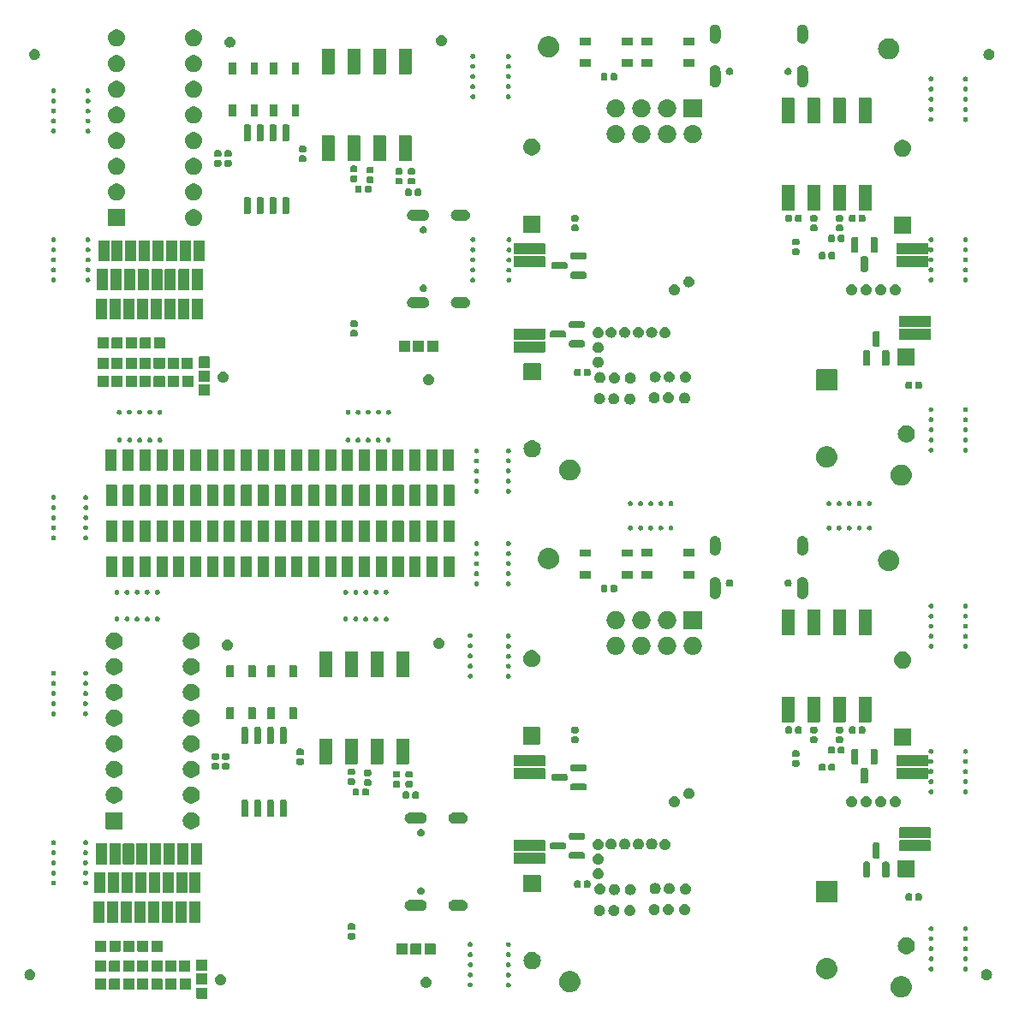
<source format=gbs>
G04 #@! TF.GenerationSoftware,KiCad,Pcbnew,7.0.5*
G04 #@! TF.CreationDate,2023-09-30T22:10:44+03:00*
G04 #@! TF.ProjectId,RP2040_minimal - Copy,52503230-3430-45f6-9d69-6e696d616c20,REV1*
G04 #@! TF.SameCoordinates,Original*
G04 #@! TF.FileFunction,Soldermask,Bot*
G04 #@! TF.FilePolarity,Negative*
%FSLAX46Y46*%
G04 Gerber Fmt 4.6, Leading zero omitted, Abs format (unit mm)*
G04 Created by KiCad (PCBNEW 7.0.5) date 2023-09-30 22:10:44*
%MOMM*%
%LPD*%
G01*
G04 APERTURE LIST*
G04 APERTURE END LIST*
G36*
X118601146Y-116276958D02*
G01*
X118617691Y-116288014D01*
X118628747Y-116304559D01*
X118632629Y-116324076D01*
X118632629Y-117324076D01*
X118628747Y-117343593D01*
X118617691Y-117360138D01*
X118601146Y-117371194D01*
X118581629Y-117375076D01*
X117581629Y-117375076D01*
X117562112Y-117371194D01*
X117545567Y-117360138D01*
X117534511Y-117343593D01*
X117530629Y-117324076D01*
X117530629Y-116324076D01*
X117534511Y-116304559D01*
X117545567Y-116288014D01*
X117562112Y-116276958D01*
X117581629Y-116273076D01*
X118581629Y-116273076D01*
X118601146Y-116276958D01*
G37*
G36*
X187276873Y-115149481D02*
G01*
X187326363Y-115149481D01*
X187381478Y-115159783D01*
X187434448Y-115165001D01*
X187474687Y-115177207D01*
X187516978Y-115185113D01*
X187575550Y-115207803D01*
X187631608Y-115224809D01*
X187663639Y-115241929D01*
X187697790Y-115255160D01*
X187757127Y-115291899D01*
X187813312Y-115321931D01*
X187836917Y-115341303D01*
X187862659Y-115357242D01*
X187919698Y-115409240D01*
X187972577Y-115452637D01*
X187988247Y-115471730D01*
X188005965Y-115487883D01*
X188057397Y-115555990D01*
X188103283Y-115611902D01*
X188112156Y-115628503D01*
X188122823Y-115642628D01*
X188165268Y-115727870D01*
X188200405Y-115793606D01*
X188204151Y-115805957D01*
X188209256Y-115816208D01*
X188239405Y-115922174D01*
X188260213Y-115990766D01*
X188260896Y-115997706D01*
X188262323Y-116002720D01*
X188277148Y-116162712D01*
X188280408Y-116195806D01*
X188277145Y-116228928D01*
X188262323Y-116388891D01*
X188260896Y-116393903D01*
X188260213Y-116400846D01*
X188239401Y-116469452D01*
X188209256Y-116575403D01*
X188204152Y-116585652D01*
X188200405Y-116598006D01*
X188165261Y-116663755D01*
X188122823Y-116748983D01*
X188112158Y-116763105D01*
X188103283Y-116779710D01*
X188057387Y-116835633D01*
X188005965Y-116903728D01*
X187988250Y-116919877D01*
X187972577Y-116938975D01*
X187919687Y-116982380D01*
X187862659Y-117034369D01*
X187836922Y-117050304D01*
X187813312Y-117069681D01*
X187757115Y-117099718D01*
X187697790Y-117136451D01*
X187663646Y-117149678D01*
X187631608Y-117166803D01*
X187575538Y-117183811D01*
X187516978Y-117206498D01*
X187474694Y-117214402D01*
X187434448Y-117226611D01*
X187381475Y-117231828D01*
X187326363Y-117242131D01*
X187276873Y-117242131D01*
X187229408Y-117246806D01*
X187181943Y-117242131D01*
X187132453Y-117242131D01*
X187077339Y-117231828D01*
X187024368Y-117226611D01*
X186984122Y-117214402D01*
X186941837Y-117206498D01*
X186883273Y-117183810D01*
X186827208Y-117166803D01*
X186795172Y-117149679D01*
X186761025Y-117136451D01*
X186701693Y-117099714D01*
X186645504Y-117069681D01*
X186621896Y-117050306D01*
X186596156Y-117034369D01*
X186539118Y-116982371D01*
X186486239Y-116938975D01*
X186470568Y-116919880D01*
X186452850Y-116903728D01*
X186401415Y-116835617D01*
X186355533Y-116779710D01*
X186346660Y-116763109D01*
X186335992Y-116748983D01*
X186293539Y-116663727D01*
X186258411Y-116598006D01*
X186254665Y-116585657D01*
X186249559Y-116575403D01*
X186219398Y-116469399D01*
X186198603Y-116400846D01*
X186197919Y-116393909D01*
X186196492Y-116388891D01*
X186181653Y-116228757D01*
X186178408Y-116195806D01*
X186181650Y-116162883D01*
X186196492Y-116002720D01*
X186197919Y-115997701D01*
X186198603Y-115990766D01*
X186219394Y-115922227D01*
X186249559Y-115816208D01*
X186254665Y-115805952D01*
X186258411Y-115793606D01*
X186293532Y-115727897D01*
X186335992Y-115642628D01*
X186346661Y-115628498D01*
X186355533Y-115611902D01*
X186401406Y-115556005D01*
X186452850Y-115487883D01*
X186470571Y-115471727D01*
X186486239Y-115452637D01*
X186539107Y-115409249D01*
X186596156Y-115357242D01*
X186621901Y-115341301D01*
X186645504Y-115321931D01*
X186701681Y-115291903D01*
X186761025Y-115255160D01*
X186795179Y-115241928D01*
X186827208Y-115224809D01*
X186883261Y-115207805D01*
X186941837Y-115185113D01*
X186984129Y-115177207D01*
X187024368Y-115165001D01*
X187077336Y-115159783D01*
X187132453Y-115149481D01*
X187181943Y-115149481D01*
X187229408Y-115144806D01*
X187276873Y-115149481D01*
G37*
G36*
X154510873Y-114641481D02*
G01*
X154560363Y-114641481D01*
X154615478Y-114651783D01*
X154668448Y-114657001D01*
X154708687Y-114669207D01*
X154750978Y-114677113D01*
X154809550Y-114699803D01*
X154865608Y-114716809D01*
X154897639Y-114733929D01*
X154931790Y-114747160D01*
X154991127Y-114783899D01*
X155047312Y-114813931D01*
X155070917Y-114833303D01*
X155096659Y-114849242D01*
X155153698Y-114901240D01*
X155206577Y-114944637D01*
X155222247Y-114963730D01*
X155239965Y-114979883D01*
X155291397Y-115047990D01*
X155337283Y-115103902D01*
X155346156Y-115120503D01*
X155356823Y-115134628D01*
X155399268Y-115219870D01*
X155434405Y-115285606D01*
X155438151Y-115297957D01*
X155443256Y-115308208D01*
X155473405Y-115414174D01*
X155494213Y-115482766D01*
X155494896Y-115489706D01*
X155496323Y-115494720D01*
X155511147Y-115654699D01*
X155514408Y-115687806D01*
X155511146Y-115720915D01*
X155496323Y-115880891D01*
X155494896Y-115885903D01*
X155494213Y-115892846D01*
X155473401Y-115961452D01*
X155443256Y-116067403D01*
X155438152Y-116077652D01*
X155434405Y-116090006D01*
X155399261Y-116155755D01*
X155356823Y-116240983D01*
X155346158Y-116255105D01*
X155337283Y-116271710D01*
X155291387Y-116327633D01*
X155239965Y-116395728D01*
X155222250Y-116411877D01*
X155206577Y-116430975D01*
X155153687Y-116474380D01*
X155096659Y-116526369D01*
X155070922Y-116542304D01*
X155047312Y-116561681D01*
X154991115Y-116591718D01*
X154931790Y-116628451D01*
X154897646Y-116641678D01*
X154865608Y-116658803D01*
X154809538Y-116675811D01*
X154750978Y-116698498D01*
X154708694Y-116706402D01*
X154668448Y-116718611D01*
X154615475Y-116723828D01*
X154560363Y-116734131D01*
X154510873Y-116734131D01*
X154463408Y-116738806D01*
X154415943Y-116734131D01*
X154366453Y-116734131D01*
X154311339Y-116723828D01*
X154258368Y-116718611D01*
X154218122Y-116706402D01*
X154175837Y-116698498D01*
X154117273Y-116675810D01*
X154061208Y-116658803D01*
X154029172Y-116641679D01*
X153995025Y-116628451D01*
X153935693Y-116591714D01*
X153879504Y-116561681D01*
X153855896Y-116542306D01*
X153830156Y-116526369D01*
X153773118Y-116474371D01*
X153720239Y-116430975D01*
X153704568Y-116411880D01*
X153686850Y-116395728D01*
X153635415Y-116327617D01*
X153589533Y-116271710D01*
X153580660Y-116255109D01*
X153569992Y-116240983D01*
X153527539Y-116155727D01*
X153492411Y-116090006D01*
X153488665Y-116077657D01*
X153483559Y-116067403D01*
X153453398Y-115961399D01*
X153432603Y-115892846D01*
X153431919Y-115885909D01*
X153430492Y-115880891D01*
X153415652Y-115720744D01*
X153412408Y-115687806D01*
X153415651Y-115654870D01*
X153430492Y-115494720D01*
X153431919Y-115489701D01*
X153432603Y-115482766D01*
X153453394Y-115414227D01*
X153483559Y-115308208D01*
X153488665Y-115297952D01*
X153492411Y-115285606D01*
X153527532Y-115219897D01*
X153569992Y-115134628D01*
X153580661Y-115120498D01*
X153589533Y-115103902D01*
X153635406Y-115048005D01*
X153686850Y-114979883D01*
X153704571Y-114963727D01*
X153720239Y-114944637D01*
X153773107Y-114901249D01*
X153830156Y-114849242D01*
X153855901Y-114833301D01*
X153879504Y-114813931D01*
X153935681Y-114783903D01*
X153995025Y-114747160D01*
X154029179Y-114733928D01*
X154061208Y-114716809D01*
X154117261Y-114699805D01*
X154175837Y-114677113D01*
X154218129Y-114669207D01*
X154258368Y-114657001D01*
X154311336Y-114651783D01*
X154366453Y-114641481D01*
X154415943Y-114641481D01*
X154463408Y-114636806D01*
X154510873Y-114641481D01*
G37*
G36*
X108601146Y-115401958D02*
G01*
X108617691Y-115413014D01*
X108628747Y-115429559D01*
X108632629Y-115449076D01*
X108632629Y-116449076D01*
X108628747Y-116468593D01*
X108617691Y-116485138D01*
X108601146Y-116496194D01*
X108581629Y-116500076D01*
X107581629Y-116500076D01*
X107562112Y-116496194D01*
X107545567Y-116485138D01*
X107534511Y-116468593D01*
X107530629Y-116449076D01*
X107530629Y-115449076D01*
X107534511Y-115429559D01*
X107545567Y-115413014D01*
X107562112Y-115401958D01*
X107581629Y-115398076D01*
X108581629Y-115398076D01*
X108601146Y-115401958D01*
G37*
G36*
X109988646Y-115401958D02*
G01*
X110005191Y-115413014D01*
X110016247Y-115429559D01*
X110020129Y-115449076D01*
X110020129Y-116449076D01*
X110016247Y-116468593D01*
X110005191Y-116485138D01*
X109988646Y-116496194D01*
X109969129Y-116500076D01*
X108969129Y-116500076D01*
X108949612Y-116496194D01*
X108933067Y-116485138D01*
X108922011Y-116468593D01*
X108918129Y-116449076D01*
X108918129Y-115449076D01*
X108922011Y-115429559D01*
X108933067Y-115413014D01*
X108949612Y-115401958D01*
X108969129Y-115398076D01*
X109969129Y-115398076D01*
X109988646Y-115401958D01*
G37*
G36*
X111376146Y-115401958D02*
G01*
X111392691Y-115413014D01*
X111403747Y-115429559D01*
X111407629Y-115449076D01*
X111407629Y-116449076D01*
X111403747Y-116468593D01*
X111392691Y-116485138D01*
X111376146Y-116496194D01*
X111356629Y-116500076D01*
X110356629Y-116500076D01*
X110337112Y-116496194D01*
X110320567Y-116485138D01*
X110309511Y-116468593D01*
X110305629Y-116449076D01*
X110305629Y-115449076D01*
X110309511Y-115429559D01*
X110320567Y-115413014D01*
X110337112Y-115401958D01*
X110356629Y-115398076D01*
X111356629Y-115398076D01*
X111376146Y-115401958D01*
G37*
G36*
X112763646Y-115401958D02*
G01*
X112780191Y-115413014D01*
X112791247Y-115429559D01*
X112795129Y-115449076D01*
X112795129Y-116449076D01*
X112791247Y-116468593D01*
X112780191Y-116485138D01*
X112763646Y-116496194D01*
X112744129Y-116500076D01*
X111744129Y-116500076D01*
X111724612Y-116496194D01*
X111708067Y-116485138D01*
X111697011Y-116468593D01*
X111693129Y-116449076D01*
X111693129Y-115449076D01*
X111697011Y-115429559D01*
X111708067Y-115413014D01*
X111724612Y-115401958D01*
X111744129Y-115398076D01*
X112744129Y-115398076D01*
X112763646Y-115401958D01*
G37*
G36*
X114151146Y-115401958D02*
G01*
X114167691Y-115413014D01*
X114178747Y-115429559D01*
X114182629Y-115449076D01*
X114182629Y-116449076D01*
X114178747Y-116468593D01*
X114167691Y-116485138D01*
X114151146Y-116496194D01*
X114131629Y-116500076D01*
X113131629Y-116500076D01*
X113112112Y-116496194D01*
X113095567Y-116485138D01*
X113084511Y-116468593D01*
X113080629Y-116449076D01*
X113080629Y-115449076D01*
X113084511Y-115429559D01*
X113095567Y-115413014D01*
X113112112Y-115401958D01*
X113131629Y-115398076D01*
X114131629Y-115398076D01*
X114151146Y-115401958D01*
G37*
G36*
X116951146Y-115401958D02*
G01*
X116967691Y-115413014D01*
X116978747Y-115429559D01*
X116982629Y-115449076D01*
X116982629Y-116449076D01*
X116978747Y-116468593D01*
X116967691Y-116485138D01*
X116951146Y-116496194D01*
X116931629Y-116500076D01*
X115931629Y-116500076D01*
X115912112Y-116496194D01*
X115895567Y-116485138D01*
X115884511Y-116468593D01*
X115880629Y-116449076D01*
X115880629Y-115449076D01*
X115884511Y-115429559D01*
X115895567Y-115413014D01*
X115912112Y-115401958D01*
X115931629Y-115398076D01*
X116931629Y-115398076D01*
X116951146Y-115401958D01*
G37*
G36*
X115551146Y-115376958D02*
G01*
X115567691Y-115388014D01*
X115578747Y-115404559D01*
X115582629Y-115424076D01*
X115582629Y-116424076D01*
X115578747Y-116443593D01*
X115567691Y-116460138D01*
X115551146Y-116471194D01*
X115531629Y-116475076D01*
X114531629Y-116475076D01*
X114512112Y-116471194D01*
X114495567Y-116460138D01*
X114484511Y-116443593D01*
X114480629Y-116424076D01*
X114480629Y-115424076D01*
X114484511Y-115404559D01*
X114495567Y-115388014D01*
X114512112Y-115376958D01*
X114531629Y-115373076D01*
X115531629Y-115373076D01*
X115551146Y-115376958D01*
G37*
G36*
X140383680Y-115243293D02*
G01*
X140516571Y-115298338D01*
X140630687Y-115385902D01*
X140718251Y-115500018D01*
X140773296Y-115632909D01*
X140792071Y-115775518D01*
X140773296Y-115918127D01*
X140718251Y-116051018D01*
X140630687Y-116165134D01*
X140516571Y-116252698D01*
X140383680Y-116307743D01*
X140241071Y-116326518D01*
X140098462Y-116307743D01*
X139965571Y-116252698D01*
X139851455Y-116165134D01*
X139763891Y-116051018D01*
X139708846Y-115918127D01*
X139690071Y-115775518D01*
X139708846Y-115632909D01*
X139763891Y-115500018D01*
X139851455Y-115385902D01*
X139965571Y-115298338D01*
X140098462Y-115243293D01*
X140241071Y-115224518D01*
X140383680Y-115243293D01*
G37*
G36*
X148409126Y-115784359D02*
G01*
X148429886Y-115784359D01*
X148454906Y-115793465D01*
X148482264Y-115798907D01*
X148497105Y-115808824D01*
X148511245Y-115813970D01*
X148536408Y-115835084D01*
X148563370Y-115853100D01*
X148570379Y-115863590D01*
X148577571Y-115869625D01*
X148597657Y-115904415D01*
X148617563Y-115934206D01*
X148618984Y-115941354D01*
X148620864Y-115944609D01*
X148630480Y-115999147D01*
X148636593Y-116029877D01*
X148630480Y-116060608D01*
X148620864Y-116115144D01*
X148618985Y-116118398D01*
X148617563Y-116125548D01*
X148597653Y-116155344D01*
X148577571Y-116190128D01*
X148570381Y-116196161D01*
X148563370Y-116206654D01*
X148536402Y-116224672D01*
X148511245Y-116245783D01*
X148497108Y-116250928D01*
X148482264Y-116260847D01*
X148454904Y-116266289D01*
X148429886Y-116275395D01*
X148409126Y-116275395D01*
X148386593Y-116279877D01*
X148364060Y-116275395D01*
X148343300Y-116275395D01*
X148318280Y-116266288D01*
X148290922Y-116260847D01*
X148276078Y-116250928D01*
X148261940Y-116245783D01*
X148236778Y-116224669D01*
X148209816Y-116206654D01*
X148202806Y-116196163D01*
X148195614Y-116190128D01*
X148175525Y-116155333D01*
X148155623Y-116125548D01*
X148154201Y-116118400D01*
X148152321Y-116115144D01*
X148142697Y-116060564D01*
X148136593Y-116029877D01*
X148142696Y-115999192D01*
X148152321Y-115944609D01*
X148154201Y-115941351D01*
X148155623Y-115934206D01*
X148175520Y-115904426D01*
X148195614Y-115869625D01*
X148202807Y-115863588D01*
X148209816Y-115853100D01*
X148236775Y-115835086D01*
X148261941Y-115813970D01*
X148276080Y-115808824D01*
X148290922Y-115798907D01*
X148318279Y-115793465D01*
X148343300Y-115784359D01*
X148364060Y-115784359D01*
X148386593Y-115779877D01*
X148409126Y-115784359D01*
G37*
G36*
X144648528Y-115770255D02*
G01*
X144669288Y-115770255D01*
X144694308Y-115779361D01*
X144721666Y-115784803D01*
X144736507Y-115794720D01*
X144750647Y-115799866D01*
X144775810Y-115820980D01*
X144802772Y-115838996D01*
X144809781Y-115849486D01*
X144816973Y-115855521D01*
X144837059Y-115890311D01*
X144856965Y-115920102D01*
X144858386Y-115927250D01*
X144860266Y-115930505D01*
X144869882Y-115985043D01*
X144875995Y-116015773D01*
X144869882Y-116046504D01*
X144860266Y-116101040D01*
X144858387Y-116104294D01*
X144856965Y-116111444D01*
X144837055Y-116141240D01*
X144816973Y-116176024D01*
X144809783Y-116182057D01*
X144802772Y-116192550D01*
X144775804Y-116210568D01*
X144750647Y-116231679D01*
X144736510Y-116236824D01*
X144721666Y-116246743D01*
X144694306Y-116252185D01*
X144669288Y-116261291D01*
X144648528Y-116261291D01*
X144625995Y-116265773D01*
X144603462Y-116261291D01*
X144582702Y-116261291D01*
X144557682Y-116252184D01*
X144530324Y-116246743D01*
X144515480Y-116236824D01*
X144501342Y-116231679D01*
X144476180Y-116210565D01*
X144449218Y-116192550D01*
X144442208Y-116182059D01*
X144435016Y-116176024D01*
X144414927Y-116141229D01*
X144395025Y-116111444D01*
X144393603Y-116104296D01*
X144391723Y-116101040D01*
X144382099Y-116046460D01*
X144375995Y-116015773D01*
X144382098Y-115985088D01*
X144391723Y-115930505D01*
X144393603Y-115927247D01*
X144395025Y-115920102D01*
X144414922Y-115890322D01*
X144435016Y-115855521D01*
X144442209Y-115849484D01*
X144449218Y-115838996D01*
X144476177Y-115820982D01*
X144501343Y-115799866D01*
X144515482Y-115794720D01*
X144530324Y-115784803D01*
X144557681Y-115779361D01*
X144582702Y-115770255D01*
X144603462Y-115770255D01*
X144625995Y-115765773D01*
X144648528Y-115770255D01*
G37*
G36*
X120063680Y-114989293D02*
G01*
X120196571Y-115044338D01*
X120310687Y-115131902D01*
X120398251Y-115246018D01*
X120453296Y-115378909D01*
X120472071Y-115521518D01*
X120453296Y-115664127D01*
X120398251Y-115797018D01*
X120310687Y-115911134D01*
X120196571Y-115998698D01*
X120063680Y-116053743D01*
X119921071Y-116072518D01*
X119778462Y-116053743D01*
X119645571Y-115998698D01*
X119531455Y-115911134D01*
X119443891Y-115797018D01*
X119388846Y-115664127D01*
X119370071Y-115521518D01*
X119388846Y-115378909D01*
X119443891Y-115246018D01*
X119531455Y-115131902D01*
X119645571Y-115044338D01*
X119778462Y-114989293D01*
X119921071Y-114970518D01*
X120063680Y-114989293D01*
G37*
G36*
X118601146Y-114889458D02*
G01*
X118617691Y-114900514D01*
X118628747Y-114917059D01*
X118632629Y-114936576D01*
X118632629Y-115936576D01*
X118628747Y-115956093D01*
X118617691Y-115972638D01*
X118601146Y-115983694D01*
X118581629Y-115987576D01*
X117581629Y-115987576D01*
X117562112Y-115983694D01*
X117545567Y-115972638D01*
X117534511Y-115956093D01*
X117530629Y-115936576D01*
X117530629Y-114936576D01*
X117534511Y-114917059D01*
X117545567Y-114900514D01*
X117562112Y-114889458D01*
X117581629Y-114885576D01*
X118581629Y-114885576D01*
X118601146Y-114889458D01*
G37*
G36*
X101219202Y-114447775D02*
G01*
X101352093Y-114502820D01*
X101466209Y-114590384D01*
X101553773Y-114704500D01*
X101608818Y-114837391D01*
X101627593Y-114980000D01*
X101608818Y-115122609D01*
X101553773Y-115255500D01*
X101466209Y-115369616D01*
X101352093Y-115457180D01*
X101219202Y-115512225D01*
X101076593Y-115531000D01*
X100933984Y-115512225D01*
X100801093Y-115457180D01*
X100686977Y-115369616D01*
X100599413Y-115255500D01*
X100544368Y-115122609D01*
X100525593Y-114980000D01*
X100544368Y-114837391D01*
X100599413Y-114704500D01*
X100686977Y-114590384D01*
X100801093Y-114502820D01*
X100933984Y-114447775D01*
X101076593Y-114429000D01*
X101219202Y-114447775D01*
G37*
G36*
X195809202Y-114447775D02*
G01*
X195942093Y-114502820D01*
X196056209Y-114590384D01*
X196143773Y-114704500D01*
X196198818Y-114837391D01*
X196217593Y-114980000D01*
X196198818Y-115122609D01*
X196143773Y-115255500D01*
X196056209Y-115369616D01*
X195942093Y-115457180D01*
X195809202Y-115512225D01*
X195666593Y-115531000D01*
X195523984Y-115512225D01*
X195391093Y-115457180D01*
X195276977Y-115369616D01*
X195189413Y-115255500D01*
X195134368Y-115122609D01*
X195115593Y-114980000D01*
X195134368Y-114837391D01*
X195189413Y-114704500D01*
X195276977Y-114590384D01*
X195391093Y-114502820D01*
X195523984Y-114447775D01*
X195666593Y-114429000D01*
X195809202Y-114447775D01*
G37*
G36*
X179910873Y-113351481D02*
G01*
X179960363Y-113351481D01*
X180015478Y-113361783D01*
X180068448Y-113367001D01*
X180108687Y-113379207D01*
X180150978Y-113387113D01*
X180209550Y-113409803D01*
X180265608Y-113426809D01*
X180297639Y-113443929D01*
X180331790Y-113457160D01*
X180391127Y-113493899D01*
X180447312Y-113523931D01*
X180470917Y-113543303D01*
X180496659Y-113559242D01*
X180553698Y-113611240D01*
X180606577Y-113654637D01*
X180622247Y-113673730D01*
X180639965Y-113689883D01*
X180691397Y-113757990D01*
X180737283Y-113813902D01*
X180746156Y-113830503D01*
X180756823Y-113844628D01*
X180799268Y-113929870D01*
X180834405Y-113995606D01*
X180838151Y-114007957D01*
X180843256Y-114018208D01*
X180873405Y-114124174D01*
X180894213Y-114192766D01*
X180894896Y-114199706D01*
X180896323Y-114204720D01*
X180911148Y-114364712D01*
X180914408Y-114397806D01*
X180911145Y-114430928D01*
X180896323Y-114590891D01*
X180894896Y-114595903D01*
X180894213Y-114602846D01*
X180873401Y-114671452D01*
X180843256Y-114777403D01*
X180838152Y-114787652D01*
X180834405Y-114800006D01*
X180799261Y-114865755D01*
X180756823Y-114950983D01*
X180746158Y-114965105D01*
X180737283Y-114981710D01*
X180691387Y-115037633D01*
X180639965Y-115105728D01*
X180622250Y-115121877D01*
X180606577Y-115140975D01*
X180553687Y-115184380D01*
X180496659Y-115236369D01*
X180470922Y-115252304D01*
X180447312Y-115271681D01*
X180391115Y-115301718D01*
X180331790Y-115338451D01*
X180297646Y-115351678D01*
X180265608Y-115368803D01*
X180209538Y-115385811D01*
X180150978Y-115408498D01*
X180108694Y-115416402D01*
X180068448Y-115428611D01*
X180015475Y-115433828D01*
X179960363Y-115444131D01*
X179910873Y-115444131D01*
X179863408Y-115448806D01*
X179815943Y-115444131D01*
X179766453Y-115444131D01*
X179711339Y-115433828D01*
X179658368Y-115428611D01*
X179618122Y-115416402D01*
X179575837Y-115408498D01*
X179517273Y-115385810D01*
X179461208Y-115368803D01*
X179429172Y-115351679D01*
X179395025Y-115338451D01*
X179335693Y-115301714D01*
X179279504Y-115271681D01*
X179255896Y-115252306D01*
X179230156Y-115236369D01*
X179173118Y-115184371D01*
X179120239Y-115140975D01*
X179104568Y-115121880D01*
X179086850Y-115105728D01*
X179035415Y-115037617D01*
X178989533Y-114981710D01*
X178980660Y-114965109D01*
X178969992Y-114950983D01*
X178927539Y-114865727D01*
X178892411Y-114800006D01*
X178888665Y-114787657D01*
X178883559Y-114777403D01*
X178853398Y-114671399D01*
X178832603Y-114602846D01*
X178831919Y-114595909D01*
X178830492Y-114590891D01*
X178815652Y-114430744D01*
X178812408Y-114397806D01*
X178815651Y-114364870D01*
X178830492Y-114204720D01*
X178831919Y-114199701D01*
X178832603Y-114192766D01*
X178853394Y-114124227D01*
X178883559Y-114018208D01*
X178888665Y-114007952D01*
X178892411Y-113995606D01*
X178927532Y-113929897D01*
X178969992Y-113844628D01*
X178980661Y-113830498D01*
X178989533Y-113813902D01*
X179035406Y-113758005D01*
X179086850Y-113689883D01*
X179104571Y-113673727D01*
X179120239Y-113654637D01*
X179173107Y-113611249D01*
X179230156Y-113559242D01*
X179255901Y-113543301D01*
X179279504Y-113523931D01*
X179335681Y-113493903D01*
X179395025Y-113457160D01*
X179429179Y-113443928D01*
X179461208Y-113426809D01*
X179517261Y-113409805D01*
X179575837Y-113387113D01*
X179618129Y-113379207D01*
X179658368Y-113367001D01*
X179711336Y-113361783D01*
X179766453Y-113351481D01*
X179815943Y-113351481D01*
X179863408Y-113346806D01*
X179910873Y-113351481D01*
G37*
G36*
X148409126Y-114784359D02*
G01*
X148429886Y-114784359D01*
X148454906Y-114793465D01*
X148482264Y-114798907D01*
X148497105Y-114808824D01*
X148511245Y-114813970D01*
X148536408Y-114835084D01*
X148563370Y-114853100D01*
X148570379Y-114863590D01*
X148577571Y-114869625D01*
X148597657Y-114904415D01*
X148617563Y-114934206D01*
X148618984Y-114941354D01*
X148620864Y-114944609D01*
X148630480Y-114999147D01*
X148636593Y-115029877D01*
X148630480Y-115060608D01*
X148620864Y-115115144D01*
X148618985Y-115118398D01*
X148617563Y-115125548D01*
X148597653Y-115155344D01*
X148577571Y-115190128D01*
X148570381Y-115196161D01*
X148563370Y-115206654D01*
X148536402Y-115224672D01*
X148511245Y-115245783D01*
X148497108Y-115250928D01*
X148482264Y-115260847D01*
X148454904Y-115266289D01*
X148429886Y-115275395D01*
X148409126Y-115275395D01*
X148386593Y-115279877D01*
X148364060Y-115275395D01*
X148343300Y-115275395D01*
X148318280Y-115266288D01*
X148290922Y-115260847D01*
X148276078Y-115250928D01*
X148261940Y-115245783D01*
X148236778Y-115224669D01*
X148209816Y-115206654D01*
X148202806Y-115196163D01*
X148195614Y-115190128D01*
X148175525Y-115155333D01*
X148155623Y-115125548D01*
X148154201Y-115118400D01*
X148152321Y-115115144D01*
X148142697Y-115060564D01*
X148136593Y-115029877D01*
X148142696Y-114999192D01*
X148152321Y-114944609D01*
X148154201Y-114941351D01*
X148155623Y-114934206D01*
X148175520Y-114904426D01*
X148195614Y-114869625D01*
X148202807Y-114863588D01*
X148209816Y-114853100D01*
X148236775Y-114835086D01*
X148261941Y-114813970D01*
X148276080Y-114808824D01*
X148290922Y-114798907D01*
X148318279Y-114793465D01*
X148343300Y-114784359D01*
X148364060Y-114784359D01*
X148386593Y-114779877D01*
X148409126Y-114784359D01*
G37*
G36*
X144648528Y-114770255D02*
G01*
X144669288Y-114770255D01*
X144694308Y-114779361D01*
X144721666Y-114784803D01*
X144736507Y-114794720D01*
X144750647Y-114799866D01*
X144775810Y-114820980D01*
X144802772Y-114838996D01*
X144809781Y-114849486D01*
X144816973Y-114855521D01*
X144837059Y-114890311D01*
X144856965Y-114920102D01*
X144858386Y-114927250D01*
X144860266Y-114930505D01*
X144869882Y-114985043D01*
X144875995Y-115015773D01*
X144869882Y-115046504D01*
X144860266Y-115101040D01*
X144858387Y-115104294D01*
X144856965Y-115111444D01*
X144837055Y-115141240D01*
X144816973Y-115176024D01*
X144809783Y-115182057D01*
X144802772Y-115192550D01*
X144775804Y-115210568D01*
X144750647Y-115231679D01*
X144736510Y-115236824D01*
X144721666Y-115246743D01*
X144694306Y-115252185D01*
X144669288Y-115261291D01*
X144648528Y-115261291D01*
X144625995Y-115265773D01*
X144603462Y-115261291D01*
X144582702Y-115261291D01*
X144557682Y-115252184D01*
X144530324Y-115246743D01*
X144515480Y-115236824D01*
X144501342Y-115231679D01*
X144476180Y-115210565D01*
X144449218Y-115192550D01*
X144442208Y-115182059D01*
X144435016Y-115176024D01*
X144414927Y-115141229D01*
X144395025Y-115111444D01*
X144393603Y-115104296D01*
X144391723Y-115101040D01*
X144382099Y-115046460D01*
X144375995Y-115015773D01*
X144382098Y-114985088D01*
X144391723Y-114930505D01*
X144393603Y-114927247D01*
X144395025Y-114920102D01*
X144414922Y-114890322D01*
X144435016Y-114855521D01*
X144442209Y-114849484D01*
X144449218Y-114838996D01*
X144476177Y-114820982D01*
X144501343Y-114799866D01*
X144515482Y-114794720D01*
X144530324Y-114784803D01*
X144557681Y-114779361D01*
X144582702Y-114770255D01*
X144603462Y-114770255D01*
X144625995Y-114765773D01*
X144648528Y-114770255D01*
G37*
G36*
X108601146Y-113601958D02*
G01*
X108617691Y-113613014D01*
X108628747Y-113629559D01*
X108632629Y-113649076D01*
X108632629Y-114649076D01*
X108628747Y-114668593D01*
X108617691Y-114685138D01*
X108601146Y-114696194D01*
X108581629Y-114700076D01*
X107581629Y-114700076D01*
X107562112Y-114696194D01*
X107545567Y-114685138D01*
X107534511Y-114668593D01*
X107530629Y-114649076D01*
X107530629Y-113649076D01*
X107534511Y-113629559D01*
X107545567Y-113613014D01*
X107562112Y-113601958D01*
X107581629Y-113598076D01*
X108581629Y-113598076D01*
X108601146Y-113601958D01*
G37*
G36*
X109988646Y-113601958D02*
G01*
X110005191Y-113613014D01*
X110016247Y-113629559D01*
X110020129Y-113649076D01*
X110020129Y-114649076D01*
X110016247Y-114668593D01*
X110005191Y-114685138D01*
X109988646Y-114696194D01*
X109969129Y-114700076D01*
X108969129Y-114700076D01*
X108949612Y-114696194D01*
X108933067Y-114685138D01*
X108922011Y-114668593D01*
X108918129Y-114649076D01*
X108918129Y-113649076D01*
X108922011Y-113629559D01*
X108933067Y-113613014D01*
X108949612Y-113601958D01*
X108969129Y-113598076D01*
X109969129Y-113598076D01*
X109988646Y-113601958D01*
G37*
G36*
X111376146Y-113601958D02*
G01*
X111392691Y-113613014D01*
X111403747Y-113629559D01*
X111407629Y-113649076D01*
X111407629Y-114649076D01*
X111403747Y-114668593D01*
X111392691Y-114685138D01*
X111376146Y-114696194D01*
X111356629Y-114700076D01*
X110356629Y-114700076D01*
X110337112Y-114696194D01*
X110320567Y-114685138D01*
X110309511Y-114668593D01*
X110305629Y-114649076D01*
X110305629Y-113649076D01*
X110309511Y-113629559D01*
X110320567Y-113613014D01*
X110337112Y-113601958D01*
X110356629Y-113598076D01*
X111356629Y-113598076D01*
X111376146Y-113601958D01*
G37*
G36*
X112763646Y-113601958D02*
G01*
X112780191Y-113613014D01*
X112791247Y-113629559D01*
X112795129Y-113649076D01*
X112795129Y-114649076D01*
X112791247Y-114668593D01*
X112780191Y-114685138D01*
X112763646Y-114696194D01*
X112744129Y-114700076D01*
X111744129Y-114700076D01*
X111724612Y-114696194D01*
X111708067Y-114685138D01*
X111697011Y-114668593D01*
X111693129Y-114649076D01*
X111693129Y-113649076D01*
X111697011Y-113629559D01*
X111708067Y-113613014D01*
X111724612Y-113601958D01*
X111744129Y-113598076D01*
X112744129Y-113598076D01*
X112763646Y-113601958D01*
G37*
G36*
X114151146Y-113601958D02*
G01*
X114167691Y-113613014D01*
X114178747Y-113629559D01*
X114182629Y-113649076D01*
X114182629Y-114649076D01*
X114178747Y-114668593D01*
X114167691Y-114685138D01*
X114151146Y-114696194D01*
X114131629Y-114700076D01*
X113131629Y-114700076D01*
X113112112Y-114696194D01*
X113095567Y-114685138D01*
X113084511Y-114668593D01*
X113080629Y-114649076D01*
X113080629Y-113649076D01*
X113084511Y-113629559D01*
X113095567Y-113613014D01*
X113112112Y-113601958D01*
X113131629Y-113598076D01*
X114131629Y-113598076D01*
X114151146Y-113601958D01*
G37*
G36*
X115551146Y-113601958D02*
G01*
X115567691Y-113613014D01*
X115578747Y-113629559D01*
X115582629Y-113649076D01*
X115582629Y-114649076D01*
X115578747Y-114668593D01*
X115567691Y-114685138D01*
X115551146Y-114696194D01*
X115531629Y-114700076D01*
X114531629Y-114700076D01*
X114512112Y-114696194D01*
X114495567Y-114685138D01*
X114484511Y-114668593D01*
X114480629Y-114649076D01*
X114480629Y-113649076D01*
X114484511Y-113629559D01*
X114495567Y-113613014D01*
X114512112Y-113601958D01*
X114531629Y-113598076D01*
X115531629Y-113598076D01*
X115551146Y-113601958D01*
G37*
G36*
X116901146Y-113601958D02*
G01*
X116917691Y-113613014D01*
X116928747Y-113629559D01*
X116932629Y-113649076D01*
X116932629Y-114649076D01*
X116928747Y-114668593D01*
X116917691Y-114685138D01*
X116901146Y-114696194D01*
X116881629Y-114700076D01*
X115881629Y-114700076D01*
X115862112Y-114696194D01*
X115845567Y-114685138D01*
X115834511Y-114668593D01*
X115830629Y-114649076D01*
X115830629Y-113649076D01*
X115834511Y-113629559D01*
X115845567Y-113613014D01*
X115862112Y-113601958D01*
X115881629Y-113598076D01*
X116881629Y-113598076D01*
X116901146Y-113601958D01*
G37*
G36*
X193609126Y-114194359D02*
G01*
X193629886Y-114194359D01*
X193654906Y-114203465D01*
X193682264Y-114208907D01*
X193697105Y-114218824D01*
X193711245Y-114223970D01*
X193736408Y-114245084D01*
X193763370Y-114263100D01*
X193770379Y-114273590D01*
X193777571Y-114279625D01*
X193797657Y-114314415D01*
X193817563Y-114344206D01*
X193818984Y-114351354D01*
X193820864Y-114354609D01*
X193830480Y-114409147D01*
X193836593Y-114439877D01*
X193830480Y-114470608D01*
X193820864Y-114525144D01*
X193818985Y-114528398D01*
X193817563Y-114535548D01*
X193797653Y-114565344D01*
X193777571Y-114600128D01*
X193770381Y-114606161D01*
X193763370Y-114616654D01*
X193736402Y-114634672D01*
X193711245Y-114655783D01*
X193697108Y-114660928D01*
X193682264Y-114670847D01*
X193654904Y-114676289D01*
X193629886Y-114685395D01*
X193609126Y-114685395D01*
X193586593Y-114689877D01*
X193564060Y-114685395D01*
X193543300Y-114685395D01*
X193518280Y-114676288D01*
X193490922Y-114670847D01*
X193476078Y-114660928D01*
X193461940Y-114655783D01*
X193436778Y-114634669D01*
X193409816Y-114616654D01*
X193402806Y-114606163D01*
X193395614Y-114600128D01*
X193375525Y-114565333D01*
X193355623Y-114535548D01*
X193354201Y-114528400D01*
X193352321Y-114525144D01*
X193342697Y-114470564D01*
X193336593Y-114439877D01*
X193342696Y-114409192D01*
X193352321Y-114354609D01*
X193354201Y-114351351D01*
X193355623Y-114344206D01*
X193375520Y-114314426D01*
X193395614Y-114279625D01*
X193402807Y-114273588D01*
X193409816Y-114263100D01*
X193436775Y-114245086D01*
X193461941Y-114223970D01*
X193476080Y-114218824D01*
X193490922Y-114208907D01*
X193518279Y-114203465D01*
X193543300Y-114194359D01*
X193564060Y-114194359D01*
X193586593Y-114189877D01*
X193609126Y-114194359D01*
G37*
G36*
X190206142Y-114191429D02*
G01*
X190226902Y-114191429D01*
X190251922Y-114200535D01*
X190279280Y-114205977D01*
X190294121Y-114215894D01*
X190308261Y-114221040D01*
X190333424Y-114242154D01*
X190360386Y-114260170D01*
X190367395Y-114270660D01*
X190374587Y-114276695D01*
X190394673Y-114311485D01*
X190414579Y-114341276D01*
X190416000Y-114348424D01*
X190417880Y-114351679D01*
X190427497Y-114406222D01*
X190433609Y-114436947D01*
X190427495Y-114467683D01*
X190417880Y-114522214D01*
X190416001Y-114525468D01*
X190414579Y-114532618D01*
X190394669Y-114562414D01*
X190374587Y-114597198D01*
X190367397Y-114603231D01*
X190360386Y-114613724D01*
X190333418Y-114631742D01*
X190308261Y-114652853D01*
X190294124Y-114657998D01*
X190279280Y-114667917D01*
X190251920Y-114673359D01*
X190226902Y-114682465D01*
X190206142Y-114682465D01*
X190183609Y-114686947D01*
X190161076Y-114682465D01*
X190140316Y-114682465D01*
X190115296Y-114673358D01*
X190087938Y-114667917D01*
X190073094Y-114657998D01*
X190058956Y-114652853D01*
X190033794Y-114631739D01*
X190006832Y-114613724D01*
X189999822Y-114603233D01*
X189992630Y-114597198D01*
X189972541Y-114562403D01*
X189952639Y-114532618D01*
X189951217Y-114525470D01*
X189949337Y-114522214D01*
X189939714Y-114467639D01*
X189933609Y-114436947D01*
X189939711Y-114406267D01*
X189949337Y-114351679D01*
X189951217Y-114348421D01*
X189952639Y-114341276D01*
X189972536Y-114311496D01*
X189992630Y-114276695D01*
X189999823Y-114270658D01*
X190006832Y-114260170D01*
X190033791Y-114242156D01*
X190058957Y-114221040D01*
X190073096Y-114215894D01*
X190087938Y-114205977D01*
X190115295Y-114200535D01*
X190140316Y-114191429D01*
X190161076Y-114191429D01*
X190183609Y-114186947D01*
X190206142Y-114191429D01*
G37*
G36*
X118601146Y-113501958D02*
G01*
X118617691Y-113513014D01*
X118628747Y-113529559D01*
X118632629Y-113549076D01*
X118632629Y-114549076D01*
X118628747Y-114568593D01*
X118617691Y-114585138D01*
X118601146Y-114596194D01*
X118581629Y-114600076D01*
X117581629Y-114600076D01*
X117562112Y-114596194D01*
X117545567Y-114585138D01*
X117534511Y-114568593D01*
X117530629Y-114549076D01*
X117530629Y-113549076D01*
X117534511Y-113529559D01*
X117545567Y-113513014D01*
X117562112Y-113501958D01*
X117581629Y-113498076D01*
X118581629Y-113498076D01*
X118601146Y-113501958D01*
G37*
G36*
X151006381Y-112798457D02*
G01*
X151168908Y-112870818D01*
X151312838Y-112975390D01*
X151431881Y-113107601D01*
X151520835Y-113261673D01*
X151575812Y-113430873D01*
X151594408Y-113607806D01*
X151575812Y-113784739D01*
X151520835Y-113953939D01*
X151431881Y-114108011D01*
X151312838Y-114240222D01*
X151168908Y-114344794D01*
X151006381Y-114417155D01*
X150832362Y-114454144D01*
X150654454Y-114454144D01*
X150480435Y-114417155D01*
X150317908Y-114344794D01*
X150173978Y-114240222D01*
X150054935Y-114108011D01*
X149965981Y-113953939D01*
X149911004Y-113784739D01*
X149892408Y-113607806D01*
X149911004Y-113430873D01*
X149965981Y-113261673D01*
X150054935Y-113107601D01*
X150173978Y-112975390D01*
X150317908Y-112870818D01*
X150480435Y-112798457D01*
X150654454Y-112761468D01*
X150832362Y-112761468D01*
X151006381Y-112798457D01*
G37*
G36*
X148409126Y-113784359D02*
G01*
X148429886Y-113784359D01*
X148454906Y-113793465D01*
X148482264Y-113798907D01*
X148497105Y-113808824D01*
X148511245Y-113813970D01*
X148536408Y-113835084D01*
X148563370Y-113853100D01*
X148570379Y-113863590D01*
X148577571Y-113869625D01*
X148597657Y-113904415D01*
X148617563Y-113934206D01*
X148618984Y-113941354D01*
X148620864Y-113944609D01*
X148630480Y-113999147D01*
X148636593Y-114029877D01*
X148630480Y-114060608D01*
X148620864Y-114115144D01*
X148618985Y-114118398D01*
X148617563Y-114125548D01*
X148597653Y-114155344D01*
X148577571Y-114190128D01*
X148570381Y-114196161D01*
X148563370Y-114206654D01*
X148536402Y-114224672D01*
X148511245Y-114245783D01*
X148497108Y-114250928D01*
X148482264Y-114260847D01*
X148454904Y-114266289D01*
X148429886Y-114275395D01*
X148409126Y-114275395D01*
X148386593Y-114279877D01*
X148364060Y-114275395D01*
X148343300Y-114275395D01*
X148318280Y-114266288D01*
X148290922Y-114260847D01*
X148276078Y-114250928D01*
X148261940Y-114245783D01*
X148236778Y-114224669D01*
X148209816Y-114206654D01*
X148202806Y-114196163D01*
X148195614Y-114190128D01*
X148175525Y-114155333D01*
X148155623Y-114125548D01*
X148154201Y-114118400D01*
X148152321Y-114115144D01*
X148142697Y-114060564D01*
X148136593Y-114029877D01*
X148142696Y-113999192D01*
X148152321Y-113944609D01*
X148154201Y-113941351D01*
X148155623Y-113934206D01*
X148175520Y-113904426D01*
X148195614Y-113869625D01*
X148202807Y-113863588D01*
X148209816Y-113853100D01*
X148236775Y-113835086D01*
X148261941Y-113813970D01*
X148276080Y-113808824D01*
X148290922Y-113798907D01*
X148318279Y-113793465D01*
X148343300Y-113784359D01*
X148364060Y-113784359D01*
X148386593Y-113779877D01*
X148409126Y-113784359D01*
G37*
G36*
X144648528Y-113770255D02*
G01*
X144669288Y-113770255D01*
X144694308Y-113779361D01*
X144721666Y-113784803D01*
X144736507Y-113794720D01*
X144750647Y-113799866D01*
X144775810Y-113820980D01*
X144802772Y-113838996D01*
X144809781Y-113849486D01*
X144816973Y-113855521D01*
X144837059Y-113890311D01*
X144856965Y-113920102D01*
X144858386Y-113927250D01*
X144860266Y-113930505D01*
X144869882Y-113985043D01*
X144875995Y-114015773D01*
X144869882Y-114046504D01*
X144860266Y-114101040D01*
X144858387Y-114104294D01*
X144856965Y-114111444D01*
X144837055Y-114141240D01*
X144816973Y-114176024D01*
X144809783Y-114182057D01*
X144802772Y-114192550D01*
X144775804Y-114210568D01*
X144750647Y-114231679D01*
X144736510Y-114236824D01*
X144721666Y-114246743D01*
X144694306Y-114252185D01*
X144669288Y-114261291D01*
X144648528Y-114261291D01*
X144625995Y-114265773D01*
X144603462Y-114261291D01*
X144582702Y-114261291D01*
X144557682Y-114252184D01*
X144530324Y-114246743D01*
X144515480Y-114236824D01*
X144501342Y-114231679D01*
X144476180Y-114210565D01*
X144449218Y-114192550D01*
X144442208Y-114182059D01*
X144435016Y-114176024D01*
X144414927Y-114141229D01*
X144395025Y-114111444D01*
X144393603Y-114104296D01*
X144391723Y-114101040D01*
X144382099Y-114046460D01*
X144375995Y-114015773D01*
X144382098Y-113985088D01*
X144391723Y-113930505D01*
X144393603Y-113927247D01*
X144395025Y-113920102D01*
X144414922Y-113890322D01*
X144435016Y-113855521D01*
X144442209Y-113849484D01*
X144449218Y-113838996D01*
X144476177Y-113820982D01*
X144501343Y-113799866D01*
X144515482Y-113794720D01*
X144530324Y-113784803D01*
X144557681Y-113779361D01*
X144582702Y-113770255D01*
X144603462Y-113770255D01*
X144625995Y-113765773D01*
X144648528Y-113770255D01*
G37*
G36*
X193609126Y-113194359D02*
G01*
X193629886Y-113194359D01*
X193654906Y-113203465D01*
X193682264Y-113208907D01*
X193697105Y-113218824D01*
X193711245Y-113223970D01*
X193736408Y-113245084D01*
X193763370Y-113263100D01*
X193770379Y-113273590D01*
X193777571Y-113279625D01*
X193797657Y-113314415D01*
X193817563Y-113344206D01*
X193818984Y-113351354D01*
X193820864Y-113354609D01*
X193830480Y-113409147D01*
X193836593Y-113439877D01*
X193830480Y-113470608D01*
X193820864Y-113525144D01*
X193818985Y-113528398D01*
X193817563Y-113535548D01*
X193797653Y-113565344D01*
X193777571Y-113600128D01*
X193770381Y-113606161D01*
X193763370Y-113616654D01*
X193736402Y-113634672D01*
X193711245Y-113655783D01*
X193697108Y-113660928D01*
X193682264Y-113670847D01*
X193654904Y-113676289D01*
X193629886Y-113685395D01*
X193609126Y-113685395D01*
X193586593Y-113689877D01*
X193564060Y-113685395D01*
X193543300Y-113685395D01*
X193518280Y-113676288D01*
X193490922Y-113670847D01*
X193476078Y-113660928D01*
X193461940Y-113655783D01*
X193436778Y-113634669D01*
X193409816Y-113616654D01*
X193402806Y-113606163D01*
X193395614Y-113600128D01*
X193375525Y-113565333D01*
X193355623Y-113535548D01*
X193354201Y-113528400D01*
X193352321Y-113525144D01*
X193342697Y-113470564D01*
X193336593Y-113439877D01*
X193342696Y-113409192D01*
X193352321Y-113354609D01*
X193354201Y-113351351D01*
X193355623Y-113344206D01*
X193375520Y-113314426D01*
X193395614Y-113279625D01*
X193402807Y-113273588D01*
X193409816Y-113263100D01*
X193436775Y-113245086D01*
X193461941Y-113223970D01*
X193476080Y-113218824D01*
X193490922Y-113208907D01*
X193518279Y-113203465D01*
X193543300Y-113194359D01*
X193564060Y-113194359D01*
X193586593Y-113189877D01*
X193609126Y-113194359D01*
G37*
G36*
X190206142Y-113191429D02*
G01*
X190226902Y-113191429D01*
X190251922Y-113200535D01*
X190279280Y-113205977D01*
X190294121Y-113215894D01*
X190308261Y-113221040D01*
X190333424Y-113242154D01*
X190360386Y-113260170D01*
X190367395Y-113270660D01*
X190374587Y-113276695D01*
X190394673Y-113311485D01*
X190414579Y-113341276D01*
X190416000Y-113348424D01*
X190417880Y-113351679D01*
X190427497Y-113406222D01*
X190433609Y-113436947D01*
X190427495Y-113467683D01*
X190417880Y-113522214D01*
X190416001Y-113525468D01*
X190414579Y-113532618D01*
X190394669Y-113562414D01*
X190374587Y-113597198D01*
X190367397Y-113603231D01*
X190360386Y-113613724D01*
X190333418Y-113631742D01*
X190308261Y-113652853D01*
X190294124Y-113657998D01*
X190279280Y-113667917D01*
X190251920Y-113673359D01*
X190226902Y-113682465D01*
X190206142Y-113682465D01*
X190183609Y-113686947D01*
X190161076Y-113682465D01*
X190140316Y-113682465D01*
X190115296Y-113673358D01*
X190087938Y-113667917D01*
X190073094Y-113657998D01*
X190058956Y-113652853D01*
X190033794Y-113631739D01*
X190006832Y-113613724D01*
X189999822Y-113603233D01*
X189992630Y-113597198D01*
X189972541Y-113562403D01*
X189952639Y-113532618D01*
X189951217Y-113525470D01*
X189949337Y-113522214D01*
X189939714Y-113467639D01*
X189933609Y-113436947D01*
X189939711Y-113406267D01*
X189949337Y-113351679D01*
X189951217Y-113348421D01*
X189952639Y-113341276D01*
X189972536Y-113311496D01*
X189992630Y-113276695D01*
X189999823Y-113270658D01*
X190006832Y-113260170D01*
X190033791Y-113242156D01*
X190058957Y-113221040D01*
X190073096Y-113215894D01*
X190087938Y-113205977D01*
X190115295Y-113200535D01*
X190140316Y-113191429D01*
X190161076Y-113191429D01*
X190183609Y-113186947D01*
X190206142Y-113191429D01*
G37*
G36*
X148409126Y-112784359D02*
G01*
X148429886Y-112784359D01*
X148454906Y-112793465D01*
X148482264Y-112798907D01*
X148497105Y-112808824D01*
X148511245Y-112813970D01*
X148536408Y-112835084D01*
X148563370Y-112853100D01*
X148570379Y-112863590D01*
X148577571Y-112869625D01*
X148597657Y-112904415D01*
X148617563Y-112934206D01*
X148618984Y-112941354D01*
X148620864Y-112944609D01*
X148630480Y-112999147D01*
X148636593Y-113029877D01*
X148630480Y-113060608D01*
X148620864Y-113115144D01*
X148618985Y-113118398D01*
X148617563Y-113125548D01*
X148597653Y-113155344D01*
X148577571Y-113190128D01*
X148570381Y-113196161D01*
X148563370Y-113206654D01*
X148536402Y-113224672D01*
X148511245Y-113245783D01*
X148497108Y-113250928D01*
X148482264Y-113260847D01*
X148454904Y-113266289D01*
X148429886Y-113275395D01*
X148409126Y-113275395D01*
X148386593Y-113279877D01*
X148364060Y-113275395D01*
X148343300Y-113275395D01*
X148318280Y-113266288D01*
X148290922Y-113260847D01*
X148276078Y-113250928D01*
X148261940Y-113245783D01*
X148236778Y-113224669D01*
X148209816Y-113206654D01*
X148202806Y-113196163D01*
X148195614Y-113190128D01*
X148175525Y-113155333D01*
X148155623Y-113125548D01*
X148154201Y-113118400D01*
X148152321Y-113115144D01*
X148142697Y-113060564D01*
X148136593Y-113029877D01*
X148142696Y-112999192D01*
X148152321Y-112944609D01*
X148154201Y-112941351D01*
X148155623Y-112934206D01*
X148175520Y-112904426D01*
X148195614Y-112869625D01*
X148202807Y-112863588D01*
X148209816Y-112853100D01*
X148236775Y-112835086D01*
X148261941Y-112813970D01*
X148276080Y-112808824D01*
X148290922Y-112798907D01*
X148318279Y-112793465D01*
X148343300Y-112784359D01*
X148364060Y-112784359D01*
X148386593Y-112779877D01*
X148409126Y-112784359D01*
G37*
G36*
X144648528Y-112770255D02*
G01*
X144669288Y-112770255D01*
X144694308Y-112779361D01*
X144721666Y-112784803D01*
X144736507Y-112794720D01*
X144750647Y-112799866D01*
X144775810Y-112820980D01*
X144802772Y-112838996D01*
X144809781Y-112849486D01*
X144816973Y-112855521D01*
X144837059Y-112890311D01*
X144856965Y-112920102D01*
X144858386Y-112927250D01*
X144860266Y-112930505D01*
X144869882Y-112985043D01*
X144875995Y-113015773D01*
X144869882Y-113046504D01*
X144860266Y-113101040D01*
X144858387Y-113104294D01*
X144856965Y-113111444D01*
X144837055Y-113141240D01*
X144816973Y-113176024D01*
X144809783Y-113182057D01*
X144802772Y-113192550D01*
X144775804Y-113210568D01*
X144750647Y-113231679D01*
X144736510Y-113236824D01*
X144721666Y-113246743D01*
X144694306Y-113252185D01*
X144669288Y-113261291D01*
X144648528Y-113261291D01*
X144625995Y-113265773D01*
X144603462Y-113261291D01*
X144582702Y-113261291D01*
X144557682Y-113252184D01*
X144530324Y-113246743D01*
X144515480Y-113236824D01*
X144501342Y-113231679D01*
X144476180Y-113210565D01*
X144449218Y-113192550D01*
X144442208Y-113182059D01*
X144435016Y-113176024D01*
X144414927Y-113141229D01*
X144395025Y-113111444D01*
X144393603Y-113104296D01*
X144391723Y-113101040D01*
X144382099Y-113046460D01*
X144375995Y-113015773D01*
X144382098Y-112985088D01*
X144391723Y-112930505D01*
X144393603Y-112927247D01*
X144395025Y-112920102D01*
X144414922Y-112890322D01*
X144435016Y-112855521D01*
X144442209Y-112849484D01*
X144449218Y-112838996D01*
X144476177Y-112820982D01*
X144501343Y-112799866D01*
X144515482Y-112794720D01*
X144530324Y-112784803D01*
X144557681Y-112779361D01*
X144582702Y-112770255D01*
X144603462Y-112770255D01*
X144625995Y-112765773D01*
X144648528Y-112770255D01*
G37*
G36*
X138401146Y-111951958D02*
G01*
X138417691Y-111963014D01*
X138428747Y-111979559D01*
X138432629Y-111999076D01*
X138432629Y-112999076D01*
X138428747Y-113018593D01*
X138417691Y-113035138D01*
X138401146Y-113046194D01*
X138381629Y-113050076D01*
X137381629Y-113050076D01*
X137362112Y-113046194D01*
X137345567Y-113035138D01*
X137334511Y-113018593D01*
X137330629Y-112999076D01*
X137330629Y-111999076D01*
X137334511Y-111979559D01*
X137345567Y-111963014D01*
X137362112Y-111951958D01*
X137381629Y-111948076D01*
X138381629Y-111948076D01*
X138401146Y-111951958D01*
G37*
G36*
X139788646Y-111951958D02*
G01*
X139805191Y-111963014D01*
X139816247Y-111979559D01*
X139820129Y-111999076D01*
X139820129Y-112999076D01*
X139816247Y-113018593D01*
X139805191Y-113035138D01*
X139788646Y-113046194D01*
X139769129Y-113050076D01*
X138769129Y-113050076D01*
X138749612Y-113046194D01*
X138733067Y-113035138D01*
X138722011Y-113018593D01*
X138718129Y-112999076D01*
X138718129Y-111999076D01*
X138722011Y-111979559D01*
X138733067Y-111963014D01*
X138749612Y-111951958D01*
X138769129Y-111948076D01*
X139769129Y-111948076D01*
X139788646Y-111951958D01*
G37*
G36*
X141176146Y-111951958D02*
G01*
X141192691Y-111963014D01*
X141203747Y-111979559D01*
X141207629Y-111999076D01*
X141207629Y-112999076D01*
X141203747Y-113018593D01*
X141192691Y-113035138D01*
X141176146Y-113046194D01*
X141156629Y-113050076D01*
X140156629Y-113050076D01*
X140137112Y-113046194D01*
X140120567Y-113035138D01*
X140109511Y-113018593D01*
X140105629Y-112999076D01*
X140105629Y-111999076D01*
X140109511Y-111979559D01*
X140120567Y-111963014D01*
X140137112Y-111951958D01*
X140156629Y-111948076D01*
X141156629Y-111948076D01*
X141176146Y-111951958D01*
G37*
G36*
X188000381Y-111322457D02*
G01*
X188162908Y-111394818D01*
X188306838Y-111499390D01*
X188425881Y-111631601D01*
X188514835Y-111785673D01*
X188569812Y-111954873D01*
X188588408Y-112131806D01*
X188569812Y-112308739D01*
X188514835Y-112477939D01*
X188425881Y-112632011D01*
X188306838Y-112764222D01*
X188162908Y-112868794D01*
X188000381Y-112941155D01*
X187826362Y-112978144D01*
X187648454Y-112978144D01*
X187474435Y-112941155D01*
X187311908Y-112868794D01*
X187167978Y-112764222D01*
X187048935Y-112632011D01*
X186959981Y-112477939D01*
X186905004Y-112308739D01*
X186886408Y-112131806D01*
X186905004Y-111954873D01*
X186959981Y-111785673D01*
X187048935Y-111631601D01*
X187167978Y-111499390D01*
X187311908Y-111394818D01*
X187474435Y-111322457D01*
X187648454Y-111285468D01*
X187826362Y-111285468D01*
X188000381Y-111322457D01*
G37*
G36*
X108613646Y-111626958D02*
G01*
X108630191Y-111638014D01*
X108641247Y-111654559D01*
X108645129Y-111674076D01*
X108645129Y-112674076D01*
X108641247Y-112693593D01*
X108630191Y-112710138D01*
X108613646Y-112721194D01*
X108594129Y-112725076D01*
X107594129Y-112725076D01*
X107574612Y-112721194D01*
X107558067Y-112710138D01*
X107547011Y-112693593D01*
X107543129Y-112674076D01*
X107543129Y-111674076D01*
X107547011Y-111654559D01*
X107558067Y-111638014D01*
X107574612Y-111626958D01*
X107594129Y-111623076D01*
X108594129Y-111623076D01*
X108613646Y-111626958D01*
G37*
G36*
X110001146Y-111626958D02*
G01*
X110017691Y-111638014D01*
X110028747Y-111654559D01*
X110032629Y-111674076D01*
X110032629Y-112674076D01*
X110028747Y-112693593D01*
X110017691Y-112710138D01*
X110001146Y-112721194D01*
X109981629Y-112725076D01*
X108981629Y-112725076D01*
X108962112Y-112721194D01*
X108945567Y-112710138D01*
X108934511Y-112693593D01*
X108930629Y-112674076D01*
X108930629Y-111674076D01*
X108934511Y-111654559D01*
X108945567Y-111638014D01*
X108962112Y-111626958D01*
X108981629Y-111623076D01*
X109981629Y-111623076D01*
X110001146Y-111626958D01*
G37*
G36*
X111388646Y-111626958D02*
G01*
X111405191Y-111638014D01*
X111416247Y-111654559D01*
X111420129Y-111674076D01*
X111420129Y-112674076D01*
X111416247Y-112693593D01*
X111405191Y-112710138D01*
X111388646Y-112721194D01*
X111369129Y-112725076D01*
X110369129Y-112725076D01*
X110349612Y-112721194D01*
X110333067Y-112710138D01*
X110322011Y-112693593D01*
X110318129Y-112674076D01*
X110318129Y-111674076D01*
X110322011Y-111654559D01*
X110333067Y-111638014D01*
X110349612Y-111626958D01*
X110369129Y-111623076D01*
X111369129Y-111623076D01*
X111388646Y-111626958D01*
G37*
G36*
X112776146Y-111626958D02*
G01*
X112792691Y-111638014D01*
X112803747Y-111654559D01*
X112807629Y-111674076D01*
X112807629Y-112674076D01*
X112803747Y-112693593D01*
X112792691Y-112710138D01*
X112776146Y-112721194D01*
X112756629Y-112725076D01*
X111756629Y-112725076D01*
X111737112Y-112721194D01*
X111720567Y-112710138D01*
X111709511Y-112693593D01*
X111705629Y-112674076D01*
X111705629Y-111674076D01*
X111709511Y-111654559D01*
X111720567Y-111638014D01*
X111737112Y-111626958D01*
X111756629Y-111623076D01*
X112756629Y-111623076D01*
X112776146Y-111626958D01*
G37*
G36*
X114163646Y-111626958D02*
G01*
X114180191Y-111638014D01*
X114191247Y-111654559D01*
X114195129Y-111674076D01*
X114195129Y-112674076D01*
X114191247Y-112693593D01*
X114180191Y-112710138D01*
X114163646Y-112721194D01*
X114144129Y-112725076D01*
X113144129Y-112725076D01*
X113124612Y-112721194D01*
X113108067Y-112710138D01*
X113097011Y-112693593D01*
X113093129Y-112674076D01*
X113093129Y-111674076D01*
X113097011Y-111654559D01*
X113108067Y-111638014D01*
X113124612Y-111626958D01*
X113144129Y-111623076D01*
X114144129Y-111623076D01*
X114163646Y-111626958D01*
G37*
G36*
X193609126Y-112194359D02*
G01*
X193629886Y-112194359D01*
X193654906Y-112203465D01*
X193682264Y-112208907D01*
X193697105Y-112218824D01*
X193711245Y-112223970D01*
X193736408Y-112245084D01*
X193763370Y-112263100D01*
X193770379Y-112273590D01*
X193777571Y-112279625D01*
X193797657Y-112314415D01*
X193817563Y-112344206D01*
X193818984Y-112351354D01*
X193820864Y-112354609D01*
X193830480Y-112409147D01*
X193836593Y-112439877D01*
X193830480Y-112470608D01*
X193820864Y-112525144D01*
X193818985Y-112528398D01*
X193817563Y-112535548D01*
X193797653Y-112565344D01*
X193777571Y-112600128D01*
X193770381Y-112606161D01*
X193763370Y-112616654D01*
X193736402Y-112634672D01*
X193711245Y-112655783D01*
X193697108Y-112660928D01*
X193682264Y-112670847D01*
X193654904Y-112676289D01*
X193629886Y-112685395D01*
X193609126Y-112685395D01*
X193586593Y-112689877D01*
X193564060Y-112685395D01*
X193543300Y-112685395D01*
X193518280Y-112676288D01*
X193490922Y-112670847D01*
X193476078Y-112660928D01*
X193461940Y-112655783D01*
X193436778Y-112634669D01*
X193409816Y-112616654D01*
X193402806Y-112606163D01*
X193395614Y-112600128D01*
X193375525Y-112565333D01*
X193355623Y-112535548D01*
X193354201Y-112528400D01*
X193352321Y-112525144D01*
X193342697Y-112470564D01*
X193336593Y-112439877D01*
X193342696Y-112409192D01*
X193352321Y-112354609D01*
X193354201Y-112351351D01*
X193355623Y-112344206D01*
X193375520Y-112314426D01*
X193395614Y-112279625D01*
X193402807Y-112273588D01*
X193409816Y-112263100D01*
X193436775Y-112245086D01*
X193461941Y-112223970D01*
X193476080Y-112218824D01*
X193490922Y-112208907D01*
X193518279Y-112203465D01*
X193543300Y-112194359D01*
X193564060Y-112194359D01*
X193586593Y-112189877D01*
X193609126Y-112194359D01*
G37*
G36*
X190206142Y-112191429D02*
G01*
X190226902Y-112191429D01*
X190251922Y-112200535D01*
X190279280Y-112205977D01*
X190294121Y-112215894D01*
X190308261Y-112221040D01*
X190333424Y-112242154D01*
X190360386Y-112260170D01*
X190367395Y-112270660D01*
X190374587Y-112276695D01*
X190394673Y-112311485D01*
X190414579Y-112341276D01*
X190416000Y-112348424D01*
X190417880Y-112351679D01*
X190427497Y-112406222D01*
X190433609Y-112436947D01*
X190427495Y-112467683D01*
X190417880Y-112522214D01*
X190416001Y-112525468D01*
X190414579Y-112532618D01*
X190394669Y-112562414D01*
X190374587Y-112597198D01*
X190367397Y-112603231D01*
X190360386Y-112613724D01*
X190333418Y-112631742D01*
X190308261Y-112652853D01*
X190294124Y-112657998D01*
X190279280Y-112667917D01*
X190251920Y-112673359D01*
X190226902Y-112682465D01*
X190206142Y-112682465D01*
X190183609Y-112686947D01*
X190161076Y-112682465D01*
X190140316Y-112682465D01*
X190115296Y-112673358D01*
X190087938Y-112667917D01*
X190073094Y-112657998D01*
X190058956Y-112652853D01*
X190033794Y-112631739D01*
X190006832Y-112613724D01*
X189999822Y-112603233D01*
X189992630Y-112597198D01*
X189972541Y-112562403D01*
X189952639Y-112532618D01*
X189951217Y-112525470D01*
X189949337Y-112522214D01*
X189939714Y-112467639D01*
X189933609Y-112436947D01*
X189939711Y-112406267D01*
X189949337Y-112351679D01*
X189951217Y-112348421D01*
X189952639Y-112341276D01*
X189972536Y-112311496D01*
X189992630Y-112276695D01*
X189999823Y-112270658D01*
X190006832Y-112260170D01*
X190033791Y-112242156D01*
X190058957Y-112221040D01*
X190073096Y-112215894D01*
X190087938Y-112205977D01*
X190115295Y-112200535D01*
X190140316Y-112191429D01*
X190161076Y-112191429D01*
X190183609Y-112186947D01*
X190206142Y-112191429D01*
G37*
G36*
X148409126Y-111784359D02*
G01*
X148429886Y-111784359D01*
X148454906Y-111793465D01*
X148482264Y-111798907D01*
X148497105Y-111808824D01*
X148511245Y-111813970D01*
X148536408Y-111835084D01*
X148563370Y-111853100D01*
X148570379Y-111863590D01*
X148577571Y-111869625D01*
X148597657Y-111904415D01*
X148617563Y-111934206D01*
X148618984Y-111941354D01*
X148620864Y-111944609D01*
X148630480Y-111999147D01*
X148636593Y-112029877D01*
X148630480Y-112060608D01*
X148620864Y-112115144D01*
X148618985Y-112118398D01*
X148617563Y-112125548D01*
X148597653Y-112155344D01*
X148577571Y-112190128D01*
X148570381Y-112196161D01*
X148563370Y-112206654D01*
X148536402Y-112224672D01*
X148511245Y-112245783D01*
X148497108Y-112250928D01*
X148482264Y-112260847D01*
X148454904Y-112266289D01*
X148429886Y-112275395D01*
X148409126Y-112275395D01*
X148386593Y-112279877D01*
X148364060Y-112275395D01*
X148343300Y-112275395D01*
X148318280Y-112266288D01*
X148290922Y-112260847D01*
X148276078Y-112250928D01*
X148261940Y-112245783D01*
X148236778Y-112224669D01*
X148209816Y-112206654D01*
X148202806Y-112196163D01*
X148195614Y-112190128D01*
X148175525Y-112155333D01*
X148155623Y-112125548D01*
X148154201Y-112118400D01*
X148152321Y-112115144D01*
X148142697Y-112060564D01*
X148136593Y-112029877D01*
X148142696Y-111999192D01*
X148152321Y-111944609D01*
X148154201Y-111941351D01*
X148155623Y-111934206D01*
X148175520Y-111904426D01*
X148195614Y-111869625D01*
X148202807Y-111863588D01*
X148209816Y-111853100D01*
X148236775Y-111835086D01*
X148261941Y-111813970D01*
X148276080Y-111808824D01*
X148290922Y-111798907D01*
X148318279Y-111793465D01*
X148343300Y-111784359D01*
X148364060Y-111784359D01*
X148386593Y-111779877D01*
X148409126Y-111784359D01*
G37*
G36*
X144648528Y-111770255D02*
G01*
X144669288Y-111770255D01*
X144694308Y-111779361D01*
X144721666Y-111784803D01*
X144736507Y-111794720D01*
X144750647Y-111799866D01*
X144775810Y-111820980D01*
X144802772Y-111838996D01*
X144809781Y-111849486D01*
X144816973Y-111855521D01*
X144837059Y-111890311D01*
X144856965Y-111920102D01*
X144858386Y-111927250D01*
X144860266Y-111930505D01*
X144869882Y-111985043D01*
X144875995Y-112015773D01*
X144869882Y-112046504D01*
X144860266Y-112101040D01*
X144858387Y-112104294D01*
X144856965Y-112111444D01*
X144837055Y-112141240D01*
X144816973Y-112176024D01*
X144809783Y-112182057D01*
X144802772Y-112192550D01*
X144775804Y-112210568D01*
X144750647Y-112231679D01*
X144736510Y-112236824D01*
X144721666Y-112246743D01*
X144694306Y-112252185D01*
X144669288Y-112261291D01*
X144648528Y-112261291D01*
X144625995Y-112265773D01*
X144603462Y-112261291D01*
X144582702Y-112261291D01*
X144557682Y-112252184D01*
X144530324Y-112246743D01*
X144515480Y-112236824D01*
X144501342Y-112231679D01*
X144476180Y-112210565D01*
X144449218Y-112192550D01*
X144442208Y-112182059D01*
X144435016Y-112176024D01*
X144414927Y-112141229D01*
X144395025Y-112111444D01*
X144393603Y-112104296D01*
X144391723Y-112101040D01*
X144382099Y-112046460D01*
X144375995Y-112015773D01*
X144382098Y-111985088D01*
X144391723Y-111930505D01*
X144393603Y-111927247D01*
X144395025Y-111920102D01*
X144414922Y-111890322D01*
X144435016Y-111855521D01*
X144442209Y-111849484D01*
X144449218Y-111838996D01*
X144476177Y-111820982D01*
X144501343Y-111799866D01*
X144515482Y-111794720D01*
X144530324Y-111784803D01*
X144557681Y-111779361D01*
X144582702Y-111770255D01*
X144603462Y-111770255D01*
X144625995Y-111765773D01*
X144648528Y-111770255D01*
G37*
G36*
X193609126Y-111194359D02*
G01*
X193629886Y-111194359D01*
X193654906Y-111203465D01*
X193682264Y-111208907D01*
X193697105Y-111218824D01*
X193711245Y-111223970D01*
X193736408Y-111245084D01*
X193763370Y-111263100D01*
X193770379Y-111273590D01*
X193777571Y-111279625D01*
X193797657Y-111314415D01*
X193817563Y-111344206D01*
X193818984Y-111351354D01*
X193820864Y-111354609D01*
X193830480Y-111409147D01*
X193836593Y-111439877D01*
X193830480Y-111470608D01*
X193820864Y-111525144D01*
X193818985Y-111528398D01*
X193817563Y-111535548D01*
X193797653Y-111565344D01*
X193777571Y-111600128D01*
X193770381Y-111606161D01*
X193763370Y-111616654D01*
X193736402Y-111634672D01*
X193711245Y-111655783D01*
X193697108Y-111660928D01*
X193682264Y-111670847D01*
X193654904Y-111676289D01*
X193629886Y-111685395D01*
X193609126Y-111685395D01*
X193586593Y-111689877D01*
X193564060Y-111685395D01*
X193543300Y-111685395D01*
X193518280Y-111676288D01*
X193490922Y-111670847D01*
X193476078Y-111660928D01*
X193461940Y-111655783D01*
X193436778Y-111634669D01*
X193409816Y-111616654D01*
X193402806Y-111606163D01*
X193395614Y-111600128D01*
X193375525Y-111565333D01*
X193355623Y-111535548D01*
X193354201Y-111528400D01*
X193352321Y-111525144D01*
X193342697Y-111470564D01*
X193336593Y-111439877D01*
X193342696Y-111409192D01*
X193352321Y-111354609D01*
X193354201Y-111351351D01*
X193355623Y-111344206D01*
X193375520Y-111314426D01*
X193395614Y-111279625D01*
X193402807Y-111273588D01*
X193409816Y-111263100D01*
X193436775Y-111245086D01*
X193461941Y-111223970D01*
X193476080Y-111218824D01*
X193490922Y-111208907D01*
X193518279Y-111203465D01*
X193543300Y-111194359D01*
X193564060Y-111194359D01*
X193586593Y-111189877D01*
X193609126Y-111194359D01*
G37*
G36*
X190206142Y-111191429D02*
G01*
X190226902Y-111191429D01*
X190251922Y-111200535D01*
X190279280Y-111205977D01*
X190294121Y-111215894D01*
X190308261Y-111221040D01*
X190333424Y-111242154D01*
X190360386Y-111260170D01*
X190367395Y-111270660D01*
X190374587Y-111276695D01*
X190394673Y-111311485D01*
X190414579Y-111341276D01*
X190416000Y-111348424D01*
X190417880Y-111351679D01*
X190427497Y-111406222D01*
X190433609Y-111436947D01*
X190427495Y-111467683D01*
X190417880Y-111522214D01*
X190416001Y-111525468D01*
X190414579Y-111532618D01*
X190394669Y-111562414D01*
X190374587Y-111597198D01*
X190367397Y-111603231D01*
X190360386Y-111613724D01*
X190333418Y-111631742D01*
X190308261Y-111652853D01*
X190294124Y-111657998D01*
X190279280Y-111667917D01*
X190251920Y-111673359D01*
X190226902Y-111682465D01*
X190206142Y-111682465D01*
X190183609Y-111686947D01*
X190161076Y-111682465D01*
X190140316Y-111682465D01*
X190115296Y-111673358D01*
X190087938Y-111667917D01*
X190073094Y-111657998D01*
X190058956Y-111652853D01*
X190033794Y-111631739D01*
X190006832Y-111613724D01*
X189999822Y-111603233D01*
X189992630Y-111597198D01*
X189972541Y-111562403D01*
X189952639Y-111532618D01*
X189951217Y-111525470D01*
X189949337Y-111522214D01*
X189939714Y-111467639D01*
X189933609Y-111436947D01*
X189939711Y-111406267D01*
X189949337Y-111351679D01*
X189951217Y-111348421D01*
X189952639Y-111341276D01*
X189972536Y-111311496D01*
X189992630Y-111276695D01*
X189999823Y-111270658D01*
X190006832Y-111260170D01*
X190033791Y-111242156D01*
X190058957Y-111221040D01*
X190073096Y-111215894D01*
X190087938Y-111205977D01*
X190115295Y-111200535D01*
X190140316Y-111191429D01*
X190161076Y-111191429D01*
X190183609Y-111186947D01*
X190206142Y-111191429D01*
G37*
G36*
X133118164Y-110887057D02*
G01*
X133180128Y-110928461D01*
X133221532Y-110990425D01*
X133236071Y-111063518D01*
X133236071Y-111343518D01*
X133221532Y-111416611D01*
X133180128Y-111478575D01*
X133118164Y-111519979D01*
X133045071Y-111534518D01*
X132705071Y-111534518D01*
X132631978Y-111519979D01*
X132570014Y-111478575D01*
X132528610Y-111416611D01*
X132514071Y-111343518D01*
X132514071Y-111063518D01*
X132528610Y-110990425D01*
X132570014Y-110928461D01*
X132631978Y-110887057D01*
X132705071Y-110872518D01*
X133045071Y-110872518D01*
X133118164Y-110887057D01*
G37*
G36*
X193609126Y-110194359D02*
G01*
X193629886Y-110194359D01*
X193654906Y-110203465D01*
X193682264Y-110208907D01*
X193697105Y-110218824D01*
X193711245Y-110223970D01*
X193736408Y-110245084D01*
X193763370Y-110263100D01*
X193770379Y-110273590D01*
X193777571Y-110279625D01*
X193797657Y-110314415D01*
X193817563Y-110344206D01*
X193818984Y-110351354D01*
X193820864Y-110354609D01*
X193830480Y-110409147D01*
X193836593Y-110439877D01*
X193830480Y-110470608D01*
X193820864Y-110525144D01*
X193818985Y-110528398D01*
X193817563Y-110535548D01*
X193797653Y-110565344D01*
X193777571Y-110600128D01*
X193770381Y-110606161D01*
X193763370Y-110616654D01*
X193736402Y-110634672D01*
X193711245Y-110655783D01*
X193697108Y-110660928D01*
X193682264Y-110670847D01*
X193654904Y-110676289D01*
X193629886Y-110685395D01*
X193609126Y-110685395D01*
X193586593Y-110689877D01*
X193564060Y-110685395D01*
X193543300Y-110685395D01*
X193518280Y-110676288D01*
X193490922Y-110670847D01*
X193476078Y-110660928D01*
X193461940Y-110655783D01*
X193436778Y-110634669D01*
X193409816Y-110616654D01*
X193402806Y-110606163D01*
X193395614Y-110600128D01*
X193375525Y-110565333D01*
X193355623Y-110535548D01*
X193354201Y-110528400D01*
X193352321Y-110525144D01*
X193342697Y-110470564D01*
X193336593Y-110439877D01*
X193342696Y-110409192D01*
X193352321Y-110354609D01*
X193354201Y-110351351D01*
X193355623Y-110344206D01*
X193375520Y-110314426D01*
X193395614Y-110279625D01*
X193402807Y-110273588D01*
X193409816Y-110263100D01*
X193436775Y-110245086D01*
X193461941Y-110223970D01*
X193476080Y-110218824D01*
X193490922Y-110208907D01*
X193518279Y-110203465D01*
X193543300Y-110194359D01*
X193564060Y-110194359D01*
X193586593Y-110189877D01*
X193609126Y-110194359D01*
G37*
G36*
X190206142Y-110191429D02*
G01*
X190226902Y-110191429D01*
X190251922Y-110200535D01*
X190279280Y-110205977D01*
X190294121Y-110215894D01*
X190308261Y-110221040D01*
X190333424Y-110242154D01*
X190360386Y-110260170D01*
X190367395Y-110270660D01*
X190374587Y-110276695D01*
X190394673Y-110311485D01*
X190414579Y-110341276D01*
X190416000Y-110348424D01*
X190417880Y-110351679D01*
X190427497Y-110406222D01*
X190433609Y-110436947D01*
X190427495Y-110467683D01*
X190417880Y-110522214D01*
X190416001Y-110525468D01*
X190414579Y-110532618D01*
X190394669Y-110562414D01*
X190374587Y-110597198D01*
X190367397Y-110603231D01*
X190360386Y-110613724D01*
X190333418Y-110631742D01*
X190308261Y-110652853D01*
X190294124Y-110657998D01*
X190279280Y-110667917D01*
X190251920Y-110673359D01*
X190226902Y-110682465D01*
X190206142Y-110682465D01*
X190183609Y-110686947D01*
X190161076Y-110682465D01*
X190140316Y-110682465D01*
X190115296Y-110673358D01*
X190087938Y-110667917D01*
X190073094Y-110657998D01*
X190058956Y-110652853D01*
X190033794Y-110631739D01*
X190006832Y-110613724D01*
X189999822Y-110603233D01*
X189992630Y-110597198D01*
X189972541Y-110562403D01*
X189952639Y-110532618D01*
X189951217Y-110525470D01*
X189949337Y-110522214D01*
X189939714Y-110467639D01*
X189933609Y-110436947D01*
X189939711Y-110406267D01*
X189949337Y-110351679D01*
X189951217Y-110348421D01*
X189952639Y-110341276D01*
X189972536Y-110311496D01*
X189992630Y-110276695D01*
X189999823Y-110270658D01*
X190006832Y-110260170D01*
X190033791Y-110242156D01*
X190058957Y-110221040D01*
X190073096Y-110215894D01*
X190087938Y-110205977D01*
X190115295Y-110200535D01*
X190140316Y-110191429D01*
X190161076Y-110191429D01*
X190183609Y-110186947D01*
X190206142Y-110191429D01*
G37*
G36*
X133118164Y-109927057D02*
G01*
X133180128Y-109968461D01*
X133221532Y-110030425D01*
X133236071Y-110103518D01*
X133236071Y-110383518D01*
X133221532Y-110456611D01*
X133180128Y-110518575D01*
X133118164Y-110559979D01*
X133045071Y-110574518D01*
X132705071Y-110574518D01*
X132631978Y-110559979D01*
X132570014Y-110518575D01*
X132528610Y-110456611D01*
X132514071Y-110383518D01*
X132514071Y-110103518D01*
X132528610Y-110030425D01*
X132570014Y-109968461D01*
X132631978Y-109927057D01*
X132705071Y-109912518D01*
X133045071Y-109912518D01*
X133118164Y-109927057D01*
G37*
G36*
X108451146Y-107751958D02*
G01*
X108467691Y-107763014D01*
X108478747Y-107779559D01*
X108482629Y-107799076D01*
X108482629Y-109799076D01*
X108478747Y-109818593D01*
X108467691Y-109835138D01*
X108451146Y-109846194D01*
X108431629Y-109850076D01*
X107431629Y-109850076D01*
X107412112Y-109846194D01*
X107395567Y-109835138D01*
X107384511Y-109818593D01*
X107380629Y-109799076D01*
X107380629Y-107799076D01*
X107384511Y-107779559D01*
X107395567Y-107763014D01*
X107412112Y-107751958D01*
X107431629Y-107748076D01*
X108431629Y-107748076D01*
X108451146Y-107751958D01*
G37*
G36*
X109800348Y-107751958D02*
G01*
X109816893Y-107763014D01*
X109827949Y-107779559D01*
X109831831Y-107799076D01*
X109831831Y-109799076D01*
X109827949Y-109818593D01*
X109816893Y-109835138D01*
X109800348Y-109846194D01*
X109780831Y-109850076D01*
X108780831Y-109850076D01*
X108761314Y-109846194D01*
X108744769Y-109835138D01*
X108733713Y-109818593D01*
X108729831Y-109799076D01*
X108729831Y-107799076D01*
X108733713Y-107779559D01*
X108744769Y-107763014D01*
X108761314Y-107751958D01*
X108780831Y-107748076D01*
X109780831Y-107748076D01*
X109800348Y-107751958D01*
G37*
G36*
X111149547Y-107751958D02*
G01*
X111166092Y-107763014D01*
X111177148Y-107779559D01*
X111181030Y-107799076D01*
X111181030Y-109799076D01*
X111177148Y-109818593D01*
X111166092Y-109835138D01*
X111149547Y-109846194D01*
X111130030Y-109850076D01*
X110130030Y-109850076D01*
X110110513Y-109846194D01*
X110093968Y-109835138D01*
X110082912Y-109818593D01*
X110079030Y-109799076D01*
X110079030Y-107799076D01*
X110082912Y-107779559D01*
X110093968Y-107763014D01*
X110110513Y-107751958D01*
X110130030Y-107748076D01*
X111130030Y-107748076D01*
X111149547Y-107751958D01*
G37*
G36*
X112498746Y-107751958D02*
G01*
X112515291Y-107763014D01*
X112526347Y-107779559D01*
X112530229Y-107799076D01*
X112530229Y-109799076D01*
X112526347Y-109818593D01*
X112515291Y-109835138D01*
X112498746Y-109846194D01*
X112479229Y-109850076D01*
X111479229Y-109850076D01*
X111459712Y-109846194D01*
X111443167Y-109835138D01*
X111432111Y-109818593D01*
X111428229Y-109799076D01*
X111428229Y-107799076D01*
X111432111Y-107779559D01*
X111443167Y-107763014D01*
X111459712Y-107751958D01*
X111479229Y-107748076D01*
X112479229Y-107748076D01*
X112498746Y-107751958D01*
G37*
G36*
X113847945Y-107751958D02*
G01*
X113864490Y-107763014D01*
X113875546Y-107779559D01*
X113879428Y-107799076D01*
X113879428Y-109799076D01*
X113875546Y-109818593D01*
X113864490Y-109835138D01*
X113847945Y-109846194D01*
X113828428Y-109850076D01*
X112828428Y-109850076D01*
X112808911Y-109846194D01*
X112792366Y-109835138D01*
X112781310Y-109818593D01*
X112777428Y-109799076D01*
X112777428Y-107799076D01*
X112781310Y-107779559D01*
X112792366Y-107763014D01*
X112808911Y-107751958D01*
X112828428Y-107748076D01*
X113828428Y-107748076D01*
X113847945Y-107751958D01*
G37*
G36*
X115197144Y-107751958D02*
G01*
X115213689Y-107763014D01*
X115224745Y-107779559D01*
X115228627Y-107799076D01*
X115228627Y-109799076D01*
X115224745Y-109818593D01*
X115213689Y-109835138D01*
X115197144Y-109846194D01*
X115177627Y-109850076D01*
X114177627Y-109850076D01*
X114158110Y-109846194D01*
X114141565Y-109835138D01*
X114130509Y-109818593D01*
X114126627Y-109799076D01*
X114126627Y-107799076D01*
X114130509Y-107779559D01*
X114141565Y-107763014D01*
X114158110Y-107751958D01*
X114177627Y-107748076D01*
X115177627Y-107748076D01*
X115197144Y-107751958D01*
G37*
G36*
X116546343Y-107751958D02*
G01*
X116562888Y-107763014D01*
X116573944Y-107779559D01*
X116577826Y-107799076D01*
X116577826Y-109799076D01*
X116573944Y-109818593D01*
X116562888Y-109835138D01*
X116546343Y-109846194D01*
X116526826Y-109850076D01*
X115526826Y-109850076D01*
X115507309Y-109846194D01*
X115490764Y-109835138D01*
X115479708Y-109818593D01*
X115475826Y-109799076D01*
X115475826Y-107799076D01*
X115479708Y-107779559D01*
X115490764Y-107763014D01*
X115507309Y-107751958D01*
X115526826Y-107748076D01*
X116526826Y-107748076D01*
X116546343Y-107751958D01*
G37*
G36*
X117895542Y-107751958D02*
G01*
X117912087Y-107763014D01*
X117923143Y-107779559D01*
X117927025Y-107799076D01*
X117927025Y-109799076D01*
X117923143Y-109818593D01*
X117912087Y-109835138D01*
X117895542Y-109846194D01*
X117876025Y-109850076D01*
X116876025Y-109850076D01*
X116856508Y-109846194D01*
X116839963Y-109835138D01*
X116828907Y-109818593D01*
X116825025Y-109799076D01*
X116825025Y-107799076D01*
X116828907Y-107779559D01*
X116839963Y-107763014D01*
X116856508Y-107751958D01*
X116876025Y-107748076D01*
X117876025Y-107748076D01*
X117895542Y-107751958D01*
G37*
G36*
X160551017Y-108140301D02*
G01*
X160683908Y-108195346D01*
X160798024Y-108282910D01*
X160885588Y-108397026D01*
X160940633Y-108529917D01*
X160959408Y-108672526D01*
X160940633Y-108815135D01*
X160885588Y-108948026D01*
X160798024Y-109062142D01*
X160683908Y-109149706D01*
X160551017Y-109204751D01*
X160408408Y-109223526D01*
X160265799Y-109204751D01*
X160132908Y-109149706D01*
X160018792Y-109062142D01*
X159931228Y-108948026D01*
X159876183Y-108815135D01*
X159857408Y-108672526D01*
X159876183Y-108529917D01*
X159931228Y-108397026D01*
X160018792Y-108282910D01*
X160132908Y-108195346D01*
X160265799Y-108140301D01*
X160408408Y-108121526D01*
X160551017Y-108140301D01*
G37*
G36*
X158966017Y-108130301D02*
G01*
X159098908Y-108185346D01*
X159213024Y-108272910D01*
X159300588Y-108387026D01*
X159355633Y-108519917D01*
X159374408Y-108662526D01*
X159355633Y-108805135D01*
X159300588Y-108938026D01*
X159213024Y-109052142D01*
X159098908Y-109139706D01*
X158966017Y-109194751D01*
X158823408Y-109213526D01*
X158680799Y-109194751D01*
X158547908Y-109139706D01*
X158433792Y-109052142D01*
X158346228Y-108938026D01*
X158291183Y-108805135D01*
X158272408Y-108662526D01*
X158291183Y-108519917D01*
X158346228Y-108387026D01*
X158433792Y-108272910D01*
X158547908Y-108185346D01*
X158680799Y-108130301D01*
X158823408Y-108111526D01*
X158966017Y-108130301D01*
G37*
G36*
X157541017Y-108100301D02*
G01*
X157673908Y-108155346D01*
X157788024Y-108242910D01*
X157875588Y-108357026D01*
X157930633Y-108489917D01*
X157949408Y-108632526D01*
X157930633Y-108775135D01*
X157875588Y-108908026D01*
X157788024Y-109022142D01*
X157673908Y-109109706D01*
X157541017Y-109164751D01*
X157398408Y-109183526D01*
X157255799Y-109164751D01*
X157122908Y-109109706D01*
X157008792Y-109022142D01*
X156921228Y-108908026D01*
X156866183Y-108775135D01*
X156847408Y-108632526D01*
X156866183Y-108489917D01*
X156921228Y-108357026D01*
X157008792Y-108242910D01*
X157122908Y-108155346D01*
X157255799Y-108100301D01*
X157398408Y-108081526D01*
X157541017Y-108100301D01*
G37*
G36*
X165961017Y-108050301D02*
G01*
X166093908Y-108105346D01*
X166208024Y-108192910D01*
X166295588Y-108307026D01*
X166350633Y-108439917D01*
X166369408Y-108582526D01*
X166350633Y-108725135D01*
X166295588Y-108858026D01*
X166208024Y-108972142D01*
X166093908Y-109059706D01*
X165961017Y-109114751D01*
X165818408Y-109133526D01*
X165675799Y-109114751D01*
X165542908Y-109059706D01*
X165428792Y-108972142D01*
X165341228Y-108858026D01*
X165286183Y-108725135D01*
X165267408Y-108582526D01*
X165286183Y-108439917D01*
X165341228Y-108307026D01*
X165428792Y-108192910D01*
X165542908Y-108105346D01*
X165675799Y-108050301D01*
X165818408Y-108031526D01*
X165961017Y-108050301D01*
G37*
G36*
X162951017Y-108010301D02*
G01*
X163083908Y-108065346D01*
X163198024Y-108152910D01*
X163285588Y-108267026D01*
X163340633Y-108399917D01*
X163359408Y-108542526D01*
X163340633Y-108685135D01*
X163285588Y-108818026D01*
X163198024Y-108932142D01*
X163083908Y-109019706D01*
X162951017Y-109074751D01*
X162808408Y-109093526D01*
X162665799Y-109074751D01*
X162532908Y-109019706D01*
X162418792Y-108932142D01*
X162331228Y-108818026D01*
X162276183Y-108685135D01*
X162257408Y-108542526D01*
X162276183Y-108399917D01*
X162331228Y-108267026D01*
X162418792Y-108152910D01*
X162532908Y-108065346D01*
X162665799Y-108010301D01*
X162808408Y-107991526D01*
X162951017Y-108010301D01*
G37*
G36*
X164361017Y-108010301D02*
G01*
X164493908Y-108065346D01*
X164608024Y-108152910D01*
X164695588Y-108267026D01*
X164750633Y-108399917D01*
X164769408Y-108542526D01*
X164750633Y-108685135D01*
X164695588Y-108818026D01*
X164608024Y-108932142D01*
X164493908Y-109019706D01*
X164361017Y-109074751D01*
X164218408Y-109093526D01*
X164075799Y-109074751D01*
X163942908Y-109019706D01*
X163828792Y-108932142D01*
X163741228Y-108818026D01*
X163686183Y-108685135D01*
X163667408Y-108542526D01*
X163686183Y-108399917D01*
X163741228Y-108267026D01*
X163828792Y-108152910D01*
X163942908Y-108065346D01*
X164075799Y-108010301D01*
X164218408Y-107991526D01*
X164361017Y-108010301D01*
G37*
G36*
X139850099Y-107609650D02*
G01*
X139884658Y-107619333D01*
X139917577Y-107623667D01*
X139954060Y-107638778D01*
X139994590Y-107650135D01*
X140022605Y-107667171D01*
X140050377Y-107678675D01*
X140084199Y-107704627D01*
X140122800Y-107728101D01*
X140143053Y-107749787D01*
X140164412Y-107766176D01*
X140192284Y-107802500D01*
X140225221Y-107837767D01*
X140237441Y-107861350D01*
X140251913Y-107880211D01*
X140270638Y-107925417D01*
X140294257Y-107970999D01*
X140299026Y-107993952D01*
X140306921Y-108013011D01*
X140313722Y-108064674D01*
X140324786Y-108117916D01*
X140323399Y-108138181D01*
X140325682Y-108155517D01*
X140318463Y-108210347D01*
X140314546Y-108267622D01*
X140308792Y-108283812D01*
X140306921Y-108298025D01*
X140284525Y-108352091D01*
X140264296Y-108409014D01*
X140256193Y-108420493D01*
X140251914Y-108430824D01*
X140214288Y-108479857D01*
X140177762Y-108531605D01*
X140169298Y-108538490D01*
X140164412Y-108544859D01*
X140112659Y-108584569D01*
X140061362Y-108626303D01*
X140054238Y-108629397D01*
X140050377Y-108632360D01*
X139986548Y-108658798D01*
X139923729Y-108686085D01*
X139919157Y-108686713D01*
X139917577Y-108687368D01*
X139842081Y-108697307D01*
X139775071Y-108706518D01*
X139772122Y-108706518D01*
X138678020Y-108706518D01*
X138675071Y-108706518D01*
X138600043Y-108701386D01*
X138565478Y-108691701D01*
X138532564Y-108687368D01*
X138496086Y-108672258D01*
X138455552Y-108660901D01*
X138427533Y-108643862D01*
X138399764Y-108632360D01*
X138365943Y-108606409D01*
X138327342Y-108582935D01*
X138307087Y-108561247D01*
X138285729Y-108544859D01*
X138257856Y-108508533D01*
X138224921Y-108473269D01*
X138212701Y-108449686D01*
X138198228Y-108430824D01*
X138179500Y-108385613D01*
X138155885Y-108340037D01*
X138151115Y-108317086D01*
X138143220Y-108298024D01*
X138136417Y-108246350D01*
X138125356Y-108193120D01*
X138126741Y-108172857D01*
X138124459Y-108155517D01*
X138131679Y-108100669D01*
X138135596Y-108043414D01*
X138141348Y-108027228D01*
X138143220Y-108013010D01*
X138165624Y-107958920D01*
X138185846Y-107902022D01*
X138193945Y-107890547D01*
X138198227Y-107880211D01*
X138235873Y-107831149D01*
X138272380Y-107779431D01*
X138280838Y-107772549D01*
X138285729Y-107766176D01*
X138337520Y-107726435D01*
X138388780Y-107684733D01*
X138395898Y-107681640D01*
X138399764Y-107678675D01*
X138463663Y-107652206D01*
X138526413Y-107624951D01*
X138530979Y-107624323D01*
X138532564Y-107623667D01*
X138608153Y-107613715D01*
X138675071Y-107604518D01*
X139775071Y-107604518D01*
X139850099Y-107609650D01*
G37*
G36*
X143880099Y-107609650D02*
G01*
X143914658Y-107619333D01*
X143947577Y-107623667D01*
X143984060Y-107638778D01*
X144024590Y-107650135D01*
X144052605Y-107667171D01*
X144080377Y-107678675D01*
X144114199Y-107704627D01*
X144152800Y-107728101D01*
X144173053Y-107749787D01*
X144194412Y-107766176D01*
X144222284Y-107802500D01*
X144255221Y-107837767D01*
X144267441Y-107861350D01*
X144281913Y-107880211D01*
X144300638Y-107925417D01*
X144324257Y-107970999D01*
X144329026Y-107993952D01*
X144336921Y-108013011D01*
X144343722Y-108064674D01*
X144354786Y-108117916D01*
X144353399Y-108138181D01*
X144355682Y-108155517D01*
X144348463Y-108210347D01*
X144344546Y-108267622D01*
X144338792Y-108283812D01*
X144336921Y-108298025D01*
X144314525Y-108352091D01*
X144294296Y-108409014D01*
X144286193Y-108420493D01*
X144281914Y-108430824D01*
X144244288Y-108479857D01*
X144207762Y-108531605D01*
X144199298Y-108538490D01*
X144194412Y-108544859D01*
X144142659Y-108584569D01*
X144091362Y-108626303D01*
X144084238Y-108629397D01*
X144080377Y-108632360D01*
X144016548Y-108658798D01*
X143953729Y-108686085D01*
X143949157Y-108686713D01*
X143947577Y-108687368D01*
X143872081Y-108697307D01*
X143805071Y-108706518D01*
X143802122Y-108706518D01*
X143008020Y-108706518D01*
X143005071Y-108706518D01*
X142930043Y-108701386D01*
X142895478Y-108691701D01*
X142862564Y-108687368D01*
X142826086Y-108672258D01*
X142785552Y-108660901D01*
X142757533Y-108643862D01*
X142729764Y-108632360D01*
X142695943Y-108606409D01*
X142657342Y-108582935D01*
X142637087Y-108561247D01*
X142615729Y-108544859D01*
X142587856Y-108508533D01*
X142554921Y-108473269D01*
X142542701Y-108449686D01*
X142528228Y-108430824D01*
X142509500Y-108385613D01*
X142485885Y-108340037D01*
X142481115Y-108317086D01*
X142473220Y-108298024D01*
X142466417Y-108246350D01*
X142455356Y-108193120D01*
X142456741Y-108172857D01*
X142454459Y-108155517D01*
X142461679Y-108100669D01*
X142465596Y-108043414D01*
X142471348Y-108027228D01*
X142473220Y-108013010D01*
X142495624Y-107958920D01*
X142515846Y-107902022D01*
X142523945Y-107890547D01*
X142528227Y-107880211D01*
X142565873Y-107831149D01*
X142602380Y-107779431D01*
X142610838Y-107772549D01*
X142615729Y-107766176D01*
X142667520Y-107726435D01*
X142718780Y-107684733D01*
X142725898Y-107681640D01*
X142729764Y-107678675D01*
X142793663Y-107652206D01*
X142856413Y-107624951D01*
X142860979Y-107624323D01*
X142862564Y-107623667D01*
X142938153Y-107613715D01*
X143005071Y-107604518D01*
X143805071Y-107604518D01*
X143880099Y-107609650D01*
G37*
G36*
X180882925Y-105750688D02*
G01*
X180899470Y-105761744D01*
X180910526Y-105778289D01*
X180914408Y-105797806D01*
X180914408Y-107797806D01*
X180910526Y-107817323D01*
X180899470Y-107833868D01*
X180882925Y-107844924D01*
X180863408Y-107848806D01*
X178863408Y-107848806D01*
X178843891Y-107844924D01*
X178827346Y-107833868D01*
X178816290Y-107817323D01*
X178812408Y-107797806D01*
X178812408Y-105797806D01*
X178816290Y-105778289D01*
X178827346Y-105761744D01*
X178843891Y-105750688D01*
X178863408Y-105746806D01*
X180863408Y-105746806D01*
X180882925Y-105750688D01*
G37*
G36*
X188204501Y-106959345D02*
G01*
X188266465Y-107000749D01*
X188307869Y-107062713D01*
X188322408Y-107135806D01*
X188322408Y-107475806D01*
X188307869Y-107548899D01*
X188266465Y-107610863D01*
X188204501Y-107652267D01*
X188131408Y-107666806D01*
X187851408Y-107666806D01*
X187778315Y-107652267D01*
X187716351Y-107610863D01*
X187674947Y-107548899D01*
X187660408Y-107475806D01*
X187660408Y-107135806D01*
X187674947Y-107062713D01*
X187716351Y-107000749D01*
X187778315Y-106959345D01*
X187851408Y-106944806D01*
X188131408Y-106944806D01*
X188204501Y-106959345D01*
G37*
G36*
X189164501Y-106959345D02*
G01*
X189226465Y-107000749D01*
X189267869Y-107062713D01*
X189282408Y-107135806D01*
X189282408Y-107475806D01*
X189267869Y-107548899D01*
X189226465Y-107610863D01*
X189164501Y-107652267D01*
X189091408Y-107666806D01*
X188811408Y-107666806D01*
X188738315Y-107652267D01*
X188676351Y-107610863D01*
X188634947Y-107548899D01*
X188620408Y-107475806D01*
X188620408Y-107135806D01*
X188634947Y-107062713D01*
X188676351Y-107000749D01*
X188738315Y-106959345D01*
X188811408Y-106944806D01*
X189091408Y-106944806D01*
X189164501Y-106959345D01*
G37*
G36*
X160586017Y-106055581D02*
G01*
X160718908Y-106110626D01*
X160833024Y-106198190D01*
X160920588Y-106312306D01*
X160975633Y-106445197D01*
X160994408Y-106587806D01*
X160975633Y-106730415D01*
X160920588Y-106863306D01*
X160833024Y-106977422D01*
X160718908Y-107064986D01*
X160586017Y-107120031D01*
X160443408Y-107138806D01*
X160300799Y-107120031D01*
X160167908Y-107064986D01*
X160053792Y-106977422D01*
X159966228Y-106863306D01*
X159911183Y-106730415D01*
X159892408Y-106587806D01*
X159911183Y-106445197D01*
X159966228Y-106312306D01*
X160053792Y-106198190D01*
X160167908Y-106110626D01*
X160300799Y-106055581D01*
X160443408Y-106036806D01*
X160586017Y-106055581D01*
G37*
G36*
X159001017Y-106045581D02*
G01*
X159133908Y-106100626D01*
X159248024Y-106188190D01*
X159335588Y-106302306D01*
X159390633Y-106435197D01*
X159409408Y-106577806D01*
X159390633Y-106720415D01*
X159335588Y-106853306D01*
X159248024Y-106967422D01*
X159133908Y-107054986D01*
X159001017Y-107110031D01*
X158858408Y-107128806D01*
X158715799Y-107110031D01*
X158582908Y-107054986D01*
X158468792Y-106967422D01*
X158381228Y-106853306D01*
X158326183Y-106720415D01*
X158307408Y-106577806D01*
X158326183Y-106435197D01*
X158381228Y-106302306D01*
X158468792Y-106188190D01*
X158582908Y-106100626D01*
X158715799Y-106045581D01*
X158858408Y-106026806D01*
X159001017Y-106045581D01*
G37*
G36*
X139841261Y-106367921D02*
G01*
X139946078Y-106421328D01*
X140029261Y-106504511D01*
X140082668Y-106609328D01*
X140101071Y-106725518D01*
X140082668Y-106841708D01*
X140029261Y-106946525D01*
X139946078Y-107029708D01*
X139841261Y-107083115D01*
X139725071Y-107101518D01*
X139608881Y-107083115D01*
X139504064Y-107029708D01*
X139420881Y-106946525D01*
X139367474Y-106841708D01*
X139349071Y-106725518D01*
X139367474Y-106609328D01*
X139420881Y-106504511D01*
X139504064Y-106421328D01*
X139608881Y-106367921D01*
X139725071Y-106349518D01*
X139841261Y-106367921D01*
G37*
G36*
X157576017Y-106015581D02*
G01*
X157708908Y-106070626D01*
X157823024Y-106158190D01*
X157910588Y-106272306D01*
X157965633Y-106405197D01*
X157984408Y-106547806D01*
X157965633Y-106690415D01*
X157910588Y-106823306D01*
X157823024Y-106937422D01*
X157708908Y-107024986D01*
X157576017Y-107080031D01*
X157433408Y-107098806D01*
X157290799Y-107080031D01*
X157157908Y-107024986D01*
X157043792Y-106937422D01*
X156956228Y-106823306D01*
X156901183Y-106690415D01*
X156882408Y-106547806D01*
X156901183Y-106405197D01*
X156956228Y-106272306D01*
X157043792Y-106158190D01*
X157157908Y-106070626D01*
X157290799Y-106015581D01*
X157433408Y-105996806D01*
X157576017Y-106015581D01*
G37*
G36*
X166051017Y-105990301D02*
G01*
X166183908Y-106045346D01*
X166298024Y-106132910D01*
X166385588Y-106247026D01*
X166440633Y-106379917D01*
X166459408Y-106522526D01*
X166440633Y-106665135D01*
X166385588Y-106798026D01*
X166298024Y-106912142D01*
X166183908Y-106999706D01*
X166051017Y-107054751D01*
X165908408Y-107073526D01*
X165765799Y-107054751D01*
X165632908Y-106999706D01*
X165518792Y-106912142D01*
X165431228Y-106798026D01*
X165376183Y-106665135D01*
X165357408Y-106522526D01*
X165376183Y-106379917D01*
X165431228Y-106247026D01*
X165518792Y-106132910D01*
X165632908Y-106045346D01*
X165765799Y-105990301D01*
X165908408Y-105971526D01*
X166051017Y-105990301D01*
G37*
G36*
X163041017Y-105950301D02*
G01*
X163173908Y-106005346D01*
X163288024Y-106092910D01*
X163375588Y-106207026D01*
X163430633Y-106339917D01*
X163449408Y-106482526D01*
X163430633Y-106625135D01*
X163375588Y-106758026D01*
X163288024Y-106872142D01*
X163173908Y-106959706D01*
X163041017Y-107014751D01*
X162898408Y-107033526D01*
X162755799Y-107014751D01*
X162622908Y-106959706D01*
X162508792Y-106872142D01*
X162421228Y-106758026D01*
X162366183Y-106625135D01*
X162347408Y-106482526D01*
X162366183Y-106339917D01*
X162421228Y-106207026D01*
X162508792Y-106092910D01*
X162622908Y-106005346D01*
X162755799Y-105950301D01*
X162898408Y-105931526D01*
X163041017Y-105950301D01*
G37*
G36*
X164451017Y-105950301D02*
G01*
X164583908Y-106005346D01*
X164698024Y-106092910D01*
X164785588Y-106207026D01*
X164840633Y-106339917D01*
X164859408Y-106482526D01*
X164840633Y-106625135D01*
X164785588Y-106758026D01*
X164698024Y-106872142D01*
X164583908Y-106959706D01*
X164451017Y-107014751D01*
X164308408Y-107033526D01*
X164165799Y-107014751D01*
X164032908Y-106959706D01*
X163918792Y-106872142D01*
X163831228Y-106758026D01*
X163776183Y-106625135D01*
X163757408Y-106482526D01*
X163776183Y-106339917D01*
X163831228Y-106207026D01*
X163918792Y-106092910D01*
X164032908Y-106005346D01*
X164165799Y-105950301D01*
X164308408Y-105931526D01*
X164451017Y-105950301D01*
G37*
G36*
X108501944Y-104851958D02*
G01*
X108518489Y-104863014D01*
X108529545Y-104879559D01*
X108533427Y-104899076D01*
X108533427Y-106899076D01*
X108529545Y-106918593D01*
X108518489Y-106935138D01*
X108501944Y-106946194D01*
X108482427Y-106950076D01*
X107482427Y-106950076D01*
X107462910Y-106946194D01*
X107446365Y-106935138D01*
X107435309Y-106918593D01*
X107431427Y-106899076D01*
X107431427Y-104899076D01*
X107435309Y-104879559D01*
X107446365Y-104863014D01*
X107462910Y-104851958D01*
X107482427Y-104848076D01*
X108482427Y-104848076D01*
X108501944Y-104851958D01*
G37*
G36*
X109851146Y-104851958D02*
G01*
X109867691Y-104863014D01*
X109878747Y-104879559D01*
X109882629Y-104899076D01*
X109882629Y-106899076D01*
X109878747Y-106918593D01*
X109867691Y-106935138D01*
X109851146Y-106946194D01*
X109831629Y-106950076D01*
X108831629Y-106950076D01*
X108812112Y-106946194D01*
X108795567Y-106935138D01*
X108784511Y-106918593D01*
X108780629Y-106899076D01*
X108780629Y-104899076D01*
X108784511Y-104879559D01*
X108795567Y-104863014D01*
X108812112Y-104851958D01*
X108831629Y-104848076D01*
X109831629Y-104848076D01*
X109851146Y-104851958D01*
G37*
G36*
X111200345Y-104851958D02*
G01*
X111216890Y-104863014D01*
X111227946Y-104879559D01*
X111231828Y-104899076D01*
X111231828Y-106899076D01*
X111227946Y-106918593D01*
X111216890Y-106935138D01*
X111200345Y-106946194D01*
X111180828Y-106950076D01*
X110180828Y-106950076D01*
X110161311Y-106946194D01*
X110144766Y-106935138D01*
X110133710Y-106918593D01*
X110129828Y-106899076D01*
X110129828Y-104899076D01*
X110133710Y-104879559D01*
X110144766Y-104863014D01*
X110161311Y-104851958D01*
X110180828Y-104848076D01*
X111180828Y-104848076D01*
X111200345Y-104851958D01*
G37*
G36*
X112549544Y-104851958D02*
G01*
X112566089Y-104863014D01*
X112577145Y-104879559D01*
X112581027Y-104899076D01*
X112581027Y-106899076D01*
X112577145Y-106918593D01*
X112566089Y-106935138D01*
X112549544Y-106946194D01*
X112530027Y-106950076D01*
X111530027Y-106950076D01*
X111510510Y-106946194D01*
X111493965Y-106935138D01*
X111482909Y-106918593D01*
X111479027Y-106899076D01*
X111479027Y-104899076D01*
X111482909Y-104879559D01*
X111493965Y-104863014D01*
X111510510Y-104851958D01*
X111530027Y-104848076D01*
X112530027Y-104848076D01*
X112549544Y-104851958D01*
G37*
G36*
X113898743Y-104851958D02*
G01*
X113915288Y-104863014D01*
X113926344Y-104879559D01*
X113930226Y-104899076D01*
X113930226Y-106899076D01*
X113926344Y-106918593D01*
X113915288Y-106935138D01*
X113898743Y-106946194D01*
X113879226Y-106950076D01*
X112879226Y-106950076D01*
X112859709Y-106946194D01*
X112843164Y-106935138D01*
X112832108Y-106918593D01*
X112828226Y-106899076D01*
X112828226Y-104899076D01*
X112832108Y-104879559D01*
X112843164Y-104863014D01*
X112859709Y-104851958D01*
X112879226Y-104848076D01*
X113879226Y-104848076D01*
X113898743Y-104851958D01*
G37*
G36*
X115247942Y-104851958D02*
G01*
X115264487Y-104863014D01*
X115275543Y-104879559D01*
X115279425Y-104899076D01*
X115279425Y-106899076D01*
X115275543Y-106918593D01*
X115264487Y-106935138D01*
X115247942Y-106946194D01*
X115228425Y-106950076D01*
X114228425Y-106950076D01*
X114208908Y-106946194D01*
X114192363Y-106935138D01*
X114181307Y-106918593D01*
X114177425Y-106899076D01*
X114177425Y-104899076D01*
X114181307Y-104879559D01*
X114192363Y-104863014D01*
X114208908Y-104851958D01*
X114228425Y-104848076D01*
X115228425Y-104848076D01*
X115247942Y-104851958D01*
G37*
G36*
X116597141Y-104851958D02*
G01*
X116613686Y-104863014D01*
X116624742Y-104879559D01*
X116628624Y-104899076D01*
X116628624Y-106899076D01*
X116624742Y-106918593D01*
X116613686Y-106935138D01*
X116597141Y-106946194D01*
X116577624Y-106950076D01*
X115577624Y-106950076D01*
X115558107Y-106946194D01*
X115541562Y-106935138D01*
X115530506Y-106918593D01*
X115526624Y-106899076D01*
X115526624Y-104899076D01*
X115530506Y-104879559D01*
X115541562Y-104863014D01*
X115558107Y-104851958D01*
X115577624Y-104848076D01*
X116577624Y-104848076D01*
X116597141Y-104851958D01*
G37*
G36*
X117946340Y-104851958D02*
G01*
X117962885Y-104863014D01*
X117973941Y-104879559D01*
X117977823Y-104899076D01*
X117977823Y-106899076D01*
X117973941Y-106918593D01*
X117962885Y-106935138D01*
X117946340Y-106946194D01*
X117926823Y-106950076D01*
X116926823Y-106950076D01*
X116907306Y-106946194D01*
X116890761Y-106935138D01*
X116879705Y-106918593D01*
X116875823Y-106899076D01*
X116875823Y-104899076D01*
X116879705Y-104879559D01*
X116890761Y-104863014D01*
X116907306Y-104851958D01*
X116926823Y-104848076D01*
X117926823Y-104848076D01*
X117946340Y-104851958D01*
G37*
G36*
X151562925Y-105140688D02*
G01*
X151579470Y-105151744D01*
X151590526Y-105168289D01*
X151594408Y-105187806D01*
X151594408Y-106787806D01*
X151590526Y-106807323D01*
X151579470Y-106823868D01*
X151562925Y-106834924D01*
X151543408Y-106838806D01*
X149943408Y-106838806D01*
X149923891Y-106834924D01*
X149907346Y-106823868D01*
X149896290Y-106807323D01*
X149892408Y-106787806D01*
X149892408Y-105187806D01*
X149896290Y-105168289D01*
X149907346Y-105151744D01*
X149923891Y-105140688D01*
X149943408Y-105136806D01*
X151543408Y-105136806D01*
X151562925Y-105140688D01*
G37*
G36*
X155438501Y-105689345D02*
G01*
X155500465Y-105730749D01*
X155541869Y-105792713D01*
X155556408Y-105865806D01*
X155556408Y-106205806D01*
X155541869Y-106278899D01*
X155500465Y-106340863D01*
X155438501Y-106382267D01*
X155365408Y-106396806D01*
X155085408Y-106396806D01*
X155012315Y-106382267D01*
X154950351Y-106340863D01*
X154908947Y-106278899D01*
X154894408Y-106205806D01*
X154894408Y-105865806D01*
X154908947Y-105792713D01*
X154950351Y-105730749D01*
X155012315Y-105689345D01*
X155085408Y-105674806D01*
X155365408Y-105674806D01*
X155438501Y-105689345D01*
G37*
G36*
X156398501Y-105689345D02*
G01*
X156460465Y-105730749D01*
X156501869Y-105792713D01*
X156516408Y-105865806D01*
X156516408Y-106205806D01*
X156501869Y-106278899D01*
X156460465Y-106340863D01*
X156398501Y-106382267D01*
X156325408Y-106396806D01*
X156045408Y-106396806D01*
X155972315Y-106382267D01*
X155910351Y-106340863D01*
X155868947Y-106278899D01*
X155854408Y-106205806D01*
X155854408Y-105865806D01*
X155868947Y-105792713D01*
X155910351Y-105730749D01*
X155972315Y-105689345D01*
X156045408Y-105674806D01*
X156325408Y-105674806D01*
X156398501Y-105689345D01*
G37*
G36*
X103439724Y-105698955D02*
G01*
X103460484Y-105698955D01*
X103485504Y-105708061D01*
X103512862Y-105713503D01*
X103527703Y-105723420D01*
X103541843Y-105728566D01*
X103567006Y-105749680D01*
X103593968Y-105767696D01*
X103600977Y-105778186D01*
X103608169Y-105784221D01*
X103628255Y-105819011D01*
X103648161Y-105848802D01*
X103649582Y-105855950D01*
X103651462Y-105859205D01*
X103661078Y-105913743D01*
X103667191Y-105944473D01*
X103661078Y-105975204D01*
X103651462Y-106029740D01*
X103649583Y-106032994D01*
X103648161Y-106040144D01*
X103628251Y-106069940D01*
X103608169Y-106104724D01*
X103600979Y-106110757D01*
X103593968Y-106121250D01*
X103567000Y-106139268D01*
X103541843Y-106160379D01*
X103527706Y-106165524D01*
X103512862Y-106175443D01*
X103485502Y-106180885D01*
X103460484Y-106189991D01*
X103439724Y-106189991D01*
X103417191Y-106194473D01*
X103394658Y-106189991D01*
X103373898Y-106189991D01*
X103348878Y-106180884D01*
X103321520Y-106175443D01*
X103306676Y-106165524D01*
X103292538Y-106160379D01*
X103267376Y-106139265D01*
X103240414Y-106121250D01*
X103233404Y-106110759D01*
X103226212Y-106104724D01*
X103206123Y-106069929D01*
X103186221Y-106040144D01*
X103184799Y-106032996D01*
X103182919Y-106029740D01*
X103173296Y-105975165D01*
X103167191Y-105944473D01*
X103173293Y-105913793D01*
X103182919Y-105859205D01*
X103184799Y-105855947D01*
X103186221Y-105848802D01*
X103206118Y-105819022D01*
X103226212Y-105784221D01*
X103233405Y-105778184D01*
X103240414Y-105767696D01*
X103267373Y-105749682D01*
X103292539Y-105728566D01*
X103306678Y-105723420D01*
X103321520Y-105713503D01*
X103348877Y-105708061D01*
X103373898Y-105698955D01*
X103394658Y-105698955D01*
X103417191Y-105694473D01*
X103439724Y-105698955D01*
G37*
G36*
X106598588Y-105689381D02*
G01*
X106619348Y-105689381D01*
X106644368Y-105698487D01*
X106671726Y-105703929D01*
X106686567Y-105713846D01*
X106700707Y-105718992D01*
X106725870Y-105740106D01*
X106752832Y-105758122D01*
X106759841Y-105768612D01*
X106767033Y-105774647D01*
X106787119Y-105809437D01*
X106807025Y-105839228D01*
X106808446Y-105846376D01*
X106810326Y-105849631D01*
X106819943Y-105904174D01*
X106826055Y-105934899D01*
X106819941Y-105965635D01*
X106810326Y-106020166D01*
X106808447Y-106023420D01*
X106807025Y-106030570D01*
X106787115Y-106060366D01*
X106767033Y-106095150D01*
X106759843Y-106101183D01*
X106752832Y-106111676D01*
X106725864Y-106129694D01*
X106700707Y-106150805D01*
X106686570Y-106155950D01*
X106671726Y-106165869D01*
X106644366Y-106171311D01*
X106619348Y-106180417D01*
X106598588Y-106180417D01*
X106576055Y-106184899D01*
X106553522Y-106180417D01*
X106532762Y-106180417D01*
X106507742Y-106171310D01*
X106480384Y-106165869D01*
X106465540Y-106155950D01*
X106451402Y-106150805D01*
X106426240Y-106129691D01*
X106399278Y-106111676D01*
X106392268Y-106101185D01*
X106385076Y-106095150D01*
X106364987Y-106060355D01*
X106345085Y-106030570D01*
X106343663Y-106023422D01*
X106341783Y-106020166D01*
X106332159Y-105965586D01*
X106326055Y-105934899D01*
X106332158Y-105904214D01*
X106341783Y-105849631D01*
X106343663Y-105846373D01*
X106345085Y-105839228D01*
X106364982Y-105809448D01*
X106385076Y-105774647D01*
X106392269Y-105768610D01*
X106399278Y-105758122D01*
X106426237Y-105740108D01*
X106451403Y-105718992D01*
X106465542Y-105713846D01*
X106480384Y-105703929D01*
X106507741Y-105698487D01*
X106532762Y-105689381D01*
X106553522Y-105689381D01*
X106576055Y-105684899D01*
X106598588Y-105689381D01*
G37*
G36*
X157401017Y-104500301D02*
G01*
X157533908Y-104555346D01*
X157648024Y-104642910D01*
X157735588Y-104757026D01*
X157790633Y-104889917D01*
X157809408Y-105032526D01*
X157790633Y-105175135D01*
X157735588Y-105308026D01*
X157648024Y-105422142D01*
X157533908Y-105509706D01*
X157401017Y-105564751D01*
X157258408Y-105583526D01*
X157115799Y-105564751D01*
X156982908Y-105509706D01*
X156868792Y-105422142D01*
X156781228Y-105308026D01*
X156726183Y-105175135D01*
X156707408Y-105032526D01*
X156726183Y-104889917D01*
X156781228Y-104757026D01*
X156868792Y-104642910D01*
X156982908Y-104555346D01*
X157115799Y-104500301D01*
X157258408Y-104481526D01*
X157401017Y-104500301D01*
G37*
G36*
X184032327Y-103835606D02*
G01*
X184097536Y-103879178D01*
X184141108Y-103944387D01*
X184156408Y-104021306D01*
X184156408Y-105196306D01*
X184141108Y-105273225D01*
X184097536Y-105338434D01*
X184032327Y-105382006D01*
X183955408Y-105397306D01*
X183655408Y-105397306D01*
X183578489Y-105382006D01*
X183513280Y-105338434D01*
X183469708Y-105273225D01*
X183454408Y-105196306D01*
X183454408Y-104021306D01*
X183469708Y-103944387D01*
X183513280Y-103879178D01*
X183578489Y-103835606D01*
X183655408Y-103820306D01*
X183955408Y-103820306D01*
X184032327Y-103835606D01*
G37*
G36*
X185932327Y-103835606D02*
G01*
X185997536Y-103879178D01*
X186041108Y-103944387D01*
X186056408Y-104021306D01*
X186056408Y-105196306D01*
X186041108Y-105273225D01*
X185997536Y-105338434D01*
X185932327Y-105382006D01*
X185855408Y-105397306D01*
X185555408Y-105397306D01*
X185478489Y-105382006D01*
X185413280Y-105338434D01*
X185369708Y-105273225D01*
X185354408Y-105196306D01*
X185354408Y-104021306D01*
X185369708Y-103944387D01*
X185413280Y-103879178D01*
X185478489Y-103835606D01*
X185555408Y-103820306D01*
X185855408Y-103820306D01*
X185932327Y-103835606D01*
G37*
G36*
X188556925Y-103664688D02*
G01*
X188573470Y-103675744D01*
X188584526Y-103692289D01*
X188588408Y-103711806D01*
X188588408Y-105311806D01*
X188584526Y-105331323D01*
X188573470Y-105347868D01*
X188556925Y-105358924D01*
X188537408Y-105362806D01*
X186937408Y-105362806D01*
X186917891Y-105358924D01*
X186901346Y-105347868D01*
X186890290Y-105331323D01*
X186886408Y-105311806D01*
X186886408Y-103711806D01*
X186890290Y-103692289D01*
X186901346Y-103675744D01*
X186917891Y-103664688D01*
X186937408Y-103660806D01*
X188537408Y-103660806D01*
X188556925Y-103664688D01*
G37*
G36*
X103439724Y-104698955D02*
G01*
X103460484Y-104698955D01*
X103485504Y-104708061D01*
X103512862Y-104713503D01*
X103527703Y-104723420D01*
X103541843Y-104728566D01*
X103567006Y-104749680D01*
X103593968Y-104767696D01*
X103600977Y-104778186D01*
X103608169Y-104784221D01*
X103628255Y-104819011D01*
X103648161Y-104848802D01*
X103649582Y-104855950D01*
X103651462Y-104859205D01*
X103661078Y-104913743D01*
X103667191Y-104944473D01*
X103661078Y-104975204D01*
X103651462Y-105029740D01*
X103649583Y-105032994D01*
X103648161Y-105040144D01*
X103628251Y-105069940D01*
X103608169Y-105104724D01*
X103600979Y-105110757D01*
X103593968Y-105121250D01*
X103567000Y-105139268D01*
X103541843Y-105160379D01*
X103527706Y-105165524D01*
X103512862Y-105175443D01*
X103485502Y-105180885D01*
X103460484Y-105189991D01*
X103439724Y-105189991D01*
X103417191Y-105194473D01*
X103394658Y-105189991D01*
X103373898Y-105189991D01*
X103348878Y-105180884D01*
X103321520Y-105175443D01*
X103306676Y-105165524D01*
X103292538Y-105160379D01*
X103267376Y-105139265D01*
X103240414Y-105121250D01*
X103233404Y-105110759D01*
X103226212Y-105104724D01*
X103206123Y-105069929D01*
X103186221Y-105040144D01*
X103184799Y-105032996D01*
X103182919Y-105029740D01*
X103173296Y-104975165D01*
X103167191Y-104944473D01*
X103173293Y-104913793D01*
X103182919Y-104859205D01*
X103184799Y-104855947D01*
X103186221Y-104848802D01*
X103206118Y-104819022D01*
X103226212Y-104784221D01*
X103233405Y-104778184D01*
X103240414Y-104767696D01*
X103267373Y-104749682D01*
X103292539Y-104728566D01*
X103306678Y-104723420D01*
X103321520Y-104713503D01*
X103348877Y-104708061D01*
X103373898Y-104698955D01*
X103394658Y-104698955D01*
X103417191Y-104694473D01*
X103439724Y-104698955D01*
G37*
G36*
X106598588Y-104689381D02*
G01*
X106619348Y-104689381D01*
X106644368Y-104698487D01*
X106671726Y-104703929D01*
X106686567Y-104713846D01*
X106700707Y-104718992D01*
X106725870Y-104740106D01*
X106752832Y-104758122D01*
X106759841Y-104768612D01*
X106767033Y-104774647D01*
X106787119Y-104809437D01*
X106807025Y-104839228D01*
X106808446Y-104846376D01*
X106810326Y-104849631D01*
X106819943Y-104904174D01*
X106826055Y-104934899D01*
X106819941Y-104965635D01*
X106810326Y-105020166D01*
X106808447Y-105023420D01*
X106807025Y-105030570D01*
X106787115Y-105060366D01*
X106767033Y-105095150D01*
X106759843Y-105101183D01*
X106752832Y-105111676D01*
X106725864Y-105129694D01*
X106700707Y-105150805D01*
X106686570Y-105155950D01*
X106671726Y-105165869D01*
X106644366Y-105171311D01*
X106619348Y-105180417D01*
X106598588Y-105180417D01*
X106576055Y-105184899D01*
X106553522Y-105180417D01*
X106532762Y-105180417D01*
X106507742Y-105171310D01*
X106480384Y-105165869D01*
X106465540Y-105155950D01*
X106451402Y-105150805D01*
X106426240Y-105129691D01*
X106399278Y-105111676D01*
X106392268Y-105101185D01*
X106385076Y-105095150D01*
X106364987Y-105060355D01*
X106345085Y-105030570D01*
X106343663Y-105023422D01*
X106341783Y-105020166D01*
X106332159Y-104965586D01*
X106326055Y-104934899D01*
X106332158Y-104904214D01*
X106341783Y-104849631D01*
X106343663Y-104846373D01*
X106345085Y-104839228D01*
X106364982Y-104809448D01*
X106385076Y-104774647D01*
X106392269Y-104768610D01*
X106399278Y-104758122D01*
X106426237Y-104740108D01*
X106451403Y-104718992D01*
X106465542Y-104713846D01*
X106480384Y-104703929D01*
X106507741Y-104698487D01*
X106532762Y-104689381D01*
X106553522Y-104689381D01*
X106576055Y-104684899D01*
X106598588Y-104689381D01*
G37*
G36*
X103439724Y-103698955D02*
G01*
X103460484Y-103698955D01*
X103485504Y-103708061D01*
X103512862Y-103713503D01*
X103527703Y-103723420D01*
X103541843Y-103728566D01*
X103567006Y-103749680D01*
X103593968Y-103767696D01*
X103600977Y-103778186D01*
X103608169Y-103784221D01*
X103628255Y-103819011D01*
X103648161Y-103848802D01*
X103649582Y-103855950D01*
X103651462Y-103859205D01*
X103661078Y-103913743D01*
X103667191Y-103944473D01*
X103661078Y-103975204D01*
X103651462Y-104029740D01*
X103649583Y-104032994D01*
X103648161Y-104040144D01*
X103628251Y-104069940D01*
X103608169Y-104104724D01*
X103600979Y-104110757D01*
X103593968Y-104121250D01*
X103567000Y-104139268D01*
X103541843Y-104160379D01*
X103527706Y-104165524D01*
X103512862Y-104175443D01*
X103485502Y-104180885D01*
X103460484Y-104189991D01*
X103439724Y-104189991D01*
X103417191Y-104194473D01*
X103394658Y-104189991D01*
X103373898Y-104189991D01*
X103348878Y-104180884D01*
X103321520Y-104175443D01*
X103306676Y-104165524D01*
X103292538Y-104160379D01*
X103267376Y-104139265D01*
X103240414Y-104121250D01*
X103233404Y-104110759D01*
X103226212Y-104104724D01*
X103206123Y-104069929D01*
X103186221Y-104040144D01*
X103184799Y-104032996D01*
X103182919Y-104029740D01*
X103173296Y-103975165D01*
X103167191Y-103944473D01*
X103173293Y-103913793D01*
X103182919Y-103859205D01*
X103184799Y-103855947D01*
X103186221Y-103848802D01*
X103206118Y-103819022D01*
X103226212Y-103784221D01*
X103233405Y-103778184D01*
X103240414Y-103767696D01*
X103267373Y-103749682D01*
X103292539Y-103728566D01*
X103306678Y-103723420D01*
X103321520Y-103713503D01*
X103348877Y-103708061D01*
X103373898Y-103698955D01*
X103394658Y-103698955D01*
X103417191Y-103694473D01*
X103439724Y-103698955D01*
G37*
G36*
X106598588Y-103689381D02*
G01*
X106619348Y-103689381D01*
X106644368Y-103698487D01*
X106671726Y-103703929D01*
X106686567Y-103713846D01*
X106700707Y-103718992D01*
X106725870Y-103740106D01*
X106752832Y-103758122D01*
X106759841Y-103768612D01*
X106767033Y-103774647D01*
X106787119Y-103809437D01*
X106807025Y-103839228D01*
X106808446Y-103846376D01*
X106810326Y-103849631D01*
X106819943Y-103904174D01*
X106826055Y-103934899D01*
X106819941Y-103965635D01*
X106810326Y-104020166D01*
X106808447Y-104023420D01*
X106807025Y-104030570D01*
X106787115Y-104060366D01*
X106767033Y-104095150D01*
X106759843Y-104101183D01*
X106752832Y-104111676D01*
X106725864Y-104129694D01*
X106700707Y-104150805D01*
X106686570Y-104155950D01*
X106671726Y-104165869D01*
X106644366Y-104171311D01*
X106619348Y-104180417D01*
X106598588Y-104180417D01*
X106576055Y-104184899D01*
X106553522Y-104180417D01*
X106532762Y-104180417D01*
X106507742Y-104171310D01*
X106480384Y-104165869D01*
X106465540Y-104155950D01*
X106451402Y-104150805D01*
X106426240Y-104129691D01*
X106399278Y-104111676D01*
X106392268Y-104101185D01*
X106385076Y-104095150D01*
X106364987Y-104060355D01*
X106345085Y-104030570D01*
X106343663Y-104023422D01*
X106341783Y-104020166D01*
X106332159Y-103965586D01*
X106326055Y-103934899D01*
X106332158Y-103904214D01*
X106341783Y-103849631D01*
X106343663Y-103846373D01*
X106345085Y-103839228D01*
X106364982Y-103809448D01*
X106385076Y-103774647D01*
X106392269Y-103768610D01*
X106399278Y-103758122D01*
X106426237Y-103740108D01*
X106451403Y-103718992D01*
X106465542Y-103713846D01*
X106480384Y-103703929D01*
X106507741Y-103698487D01*
X106532762Y-103689381D01*
X106553522Y-103689381D01*
X106576055Y-103684899D01*
X106598588Y-103689381D01*
G37*
G36*
X157401017Y-103050301D02*
G01*
X157533908Y-103105346D01*
X157648024Y-103192910D01*
X157735588Y-103307026D01*
X157790633Y-103439917D01*
X157809408Y-103582526D01*
X157790633Y-103725135D01*
X157735588Y-103858026D01*
X157648024Y-103972142D01*
X157533908Y-104059706D01*
X157401017Y-104114751D01*
X157258408Y-104133526D01*
X157115799Y-104114751D01*
X156982908Y-104059706D01*
X156868792Y-103972142D01*
X156781228Y-103858026D01*
X156726183Y-103725135D01*
X156707408Y-103582526D01*
X156726183Y-103439917D01*
X156781228Y-103307026D01*
X156868792Y-103192910D01*
X156982908Y-103105346D01*
X157115799Y-103050301D01*
X157258408Y-103031526D01*
X157401017Y-103050301D01*
G37*
G36*
X108651146Y-102001958D02*
G01*
X108667691Y-102013014D01*
X108678747Y-102029559D01*
X108682629Y-102049076D01*
X108682629Y-104049076D01*
X108678747Y-104068593D01*
X108667691Y-104085138D01*
X108651146Y-104096194D01*
X108631629Y-104100076D01*
X107631629Y-104100076D01*
X107612112Y-104096194D01*
X107595567Y-104085138D01*
X107584511Y-104068593D01*
X107580629Y-104049076D01*
X107580629Y-102049076D01*
X107584511Y-102029559D01*
X107595567Y-102013014D01*
X107612112Y-102001958D01*
X107631629Y-101998076D01*
X108631629Y-101998076D01*
X108651146Y-102001958D01*
G37*
G36*
X109998344Y-102001958D02*
G01*
X110014889Y-102013014D01*
X110025945Y-102029559D01*
X110029827Y-102049076D01*
X110029827Y-104049076D01*
X110025945Y-104068593D01*
X110014889Y-104085138D01*
X109998344Y-104096194D01*
X109978827Y-104100076D01*
X108978827Y-104100076D01*
X108959310Y-104096194D01*
X108942765Y-104085138D01*
X108931709Y-104068593D01*
X108927827Y-104049076D01*
X108927827Y-102049076D01*
X108931709Y-102029559D01*
X108942765Y-102013014D01*
X108959310Y-102001958D01*
X108978827Y-101998076D01*
X109978827Y-101998076D01*
X109998344Y-102001958D01*
G37*
G36*
X111345542Y-102001958D02*
G01*
X111362087Y-102013014D01*
X111373143Y-102029559D01*
X111377025Y-102049076D01*
X111377025Y-104049076D01*
X111373143Y-104068593D01*
X111362087Y-104085138D01*
X111345542Y-104096194D01*
X111326025Y-104100076D01*
X110326025Y-104100076D01*
X110306508Y-104096194D01*
X110289963Y-104085138D01*
X110278907Y-104068593D01*
X110275025Y-104049076D01*
X110275025Y-102049076D01*
X110278907Y-102029559D01*
X110289963Y-102013014D01*
X110306508Y-102001958D01*
X110326025Y-101998076D01*
X111326025Y-101998076D01*
X111345542Y-102001958D01*
G37*
G36*
X112692740Y-102001958D02*
G01*
X112709285Y-102013014D01*
X112720341Y-102029559D01*
X112724223Y-102049076D01*
X112724223Y-104049076D01*
X112720341Y-104068593D01*
X112709285Y-104085138D01*
X112692740Y-104096194D01*
X112673223Y-104100076D01*
X111673223Y-104100076D01*
X111653706Y-104096194D01*
X111637161Y-104085138D01*
X111626105Y-104068593D01*
X111622223Y-104049076D01*
X111622223Y-102049076D01*
X111626105Y-102029559D01*
X111637161Y-102013014D01*
X111653706Y-102001958D01*
X111673223Y-101998076D01*
X112673223Y-101998076D01*
X112692740Y-102001958D01*
G37*
G36*
X114039938Y-102001958D02*
G01*
X114056483Y-102013014D01*
X114067539Y-102029559D01*
X114071421Y-102049076D01*
X114071421Y-104049076D01*
X114067539Y-104068593D01*
X114056483Y-104085138D01*
X114039938Y-104096194D01*
X114020421Y-104100076D01*
X113020421Y-104100076D01*
X113000904Y-104096194D01*
X112984359Y-104085138D01*
X112973303Y-104068593D01*
X112969421Y-104049076D01*
X112969421Y-102049076D01*
X112973303Y-102029559D01*
X112984359Y-102013014D01*
X113000904Y-102001958D01*
X113020421Y-101998076D01*
X114020421Y-101998076D01*
X114039938Y-102001958D01*
G37*
G36*
X115387136Y-102001958D02*
G01*
X115403681Y-102013014D01*
X115414737Y-102029559D01*
X115418619Y-102049076D01*
X115418619Y-104049076D01*
X115414737Y-104068593D01*
X115403681Y-104085138D01*
X115387136Y-104096194D01*
X115367619Y-104100076D01*
X114367619Y-104100076D01*
X114348102Y-104096194D01*
X114331557Y-104085138D01*
X114320501Y-104068593D01*
X114316619Y-104049076D01*
X114316619Y-102049076D01*
X114320501Y-102029559D01*
X114331557Y-102013014D01*
X114348102Y-102001958D01*
X114367619Y-101998076D01*
X115367619Y-101998076D01*
X115387136Y-102001958D01*
G37*
G36*
X116734335Y-102001958D02*
G01*
X116750880Y-102013014D01*
X116761936Y-102029559D01*
X116765818Y-102049076D01*
X116765818Y-104049076D01*
X116761936Y-104068593D01*
X116750880Y-104085138D01*
X116734335Y-104096194D01*
X116714818Y-104100076D01*
X115714818Y-104100076D01*
X115695301Y-104096194D01*
X115678756Y-104085138D01*
X115667700Y-104068593D01*
X115663818Y-104049076D01*
X115663818Y-102049076D01*
X115667700Y-102029559D01*
X115678756Y-102013014D01*
X115695301Y-102001958D01*
X115714818Y-101998076D01*
X116714818Y-101998076D01*
X116734335Y-102001958D01*
G37*
G36*
X118084335Y-102001958D02*
G01*
X118100880Y-102013014D01*
X118111936Y-102029559D01*
X118115818Y-102049076D01*
X118115818Y-104049076D01*
X118111936Y-104068593D01*
X118100880Y-104085138D01*
X118084335Y-104096194D01*
X118064818Y-104100076D01*
X117064818Y-104100076D01*
X117045301Y-104096194D01*
X117028756Y-104085138D01*
X117017700Y-104068593D01*
X117013818Y-104049076D01*
X117013818Y-102049076D01*
X117017700Y-102029559D01*
X117028756Y-102013014D01*
X117045301Y-102001958D01*
X117064818Y-101998076D01*
X118064818Y-101998076D01*
X118084335Y-102001958D01*
G37*
G36*
X151987925Y-102980688D02*
G01*
X152004470Y-102991744D01*
X152015526Y-103008289D01*
X152019408Y-103027806D01*
X152019408Y-104027806D01*
X152015526Y-104047323D01*
X152004470Y-104063868D01*
X151987925Y-104074924D01*
X151968408Y-104078806D01*
X148968408Y-104078806D01*
X148948891Y-104074924D01*
X148932346Y-104063868D01*
X148921290Y-104047323D01*
X148917408Y-104027806D01*
X148917408Y-103027806D01*
X148921290Y-103008289D01*
X148932346Y-102991744D01*
X148948891Y-102980688D01*
X148968408Y-102976806D01*
X151968408Y-102976806D01*
X151987925Y-102980688D01*
G37*
G36*
X155825327Y-102872106D02*
G01*
X155890536Y-102915678D01*
X155934108Y-102980887D01*
X155949408Y-103057806D01*
X155949408Y-103357806D01*
X155934108Y-103434725D01*
X155890536Y-103499934D01*
X155825327Y-103543506D01*
X155748408Y-103558806D01*
X154573408Y-103558806D01*
X154496489Y-103543506D01*
X154431280Y-103499934D01*
X154387708Y-103434725D01*
X154372408Y-103357806D01*
X154372408Y-103057806D01*
X154387708Y-102980887D01*
X154431280Y-102915678D01*
X154496489Y-102872106D01*
X154573408Y-102856806D01*
X155748408Y-102856806D01*
X155825327Y-102872106D01*
G37*
G36*
X184982327Y-101960606D02*
G01*
X185047536Y-102004178D01*
X185091108Y-102069387D01*
X185106408Y-102146306D01*
X185106408Y-103321306D01*
X185091108Y-103398225D01*
X185047536Y-103463434D01*
X184982327Y-103507006D01*
X184905408Y-103522306D01*
X184605408Y-103522306D01*
X184528489Y-103507006D01*
X184463280Y-103463434D01*
X184419708Y-103398225D01*
X184404408Y-103321306D01*
X184404408Y-102146306D01*
X184419708Y-102069387D01*
X184463280Y-102004178D01*
X184528489Y-101960606D01*
X184605408Y-101945306D01*
X184905408Y-101945306D01*
X184982327Y-101960606D01*
G37*
G36*
X103439724Y-102698955D02*
G01*
X103460484Y-102698955D01*
X103485504Y-102708061D01*
X103512862Y-102713503D01*
X103527703Y-102723420D01*
X103541843Y-102728566D01*
X103567006Y-102749680D01*
X103593968Y-102767696D01*
X103600977Y-102778186D01*
X103608169Y-102784221D01*
X103628255Y-102819011D01*
X103648161Y-102848802D01*
X103649582Y-102855950D01*
X103651462Y-102859205D01*
X103661078Y-102913743D01*
X103667191Y-102944473D01*
X103661078Y-102975204D01*
X103651462Y-103029740D01*
X103649583Y-103032994D01*
X103648161Y-103040144D01*
X103628251Y-103069940D01*
X103608169Y-103104724D01*
X103600979Y-103110757D01*
X103593968Y-103121250D01*
X103567000Y-103139268D01*
X103541843Y-103160379D01*
X103527706Y-103165524D01*
X103512862Y-103175443D01*
X103485502Y-103180885D01*
X103460484Y-103189991D01*
X103439724Y-103189991D01*
X103417191Y-103194473D01*
X103394658Y-103189991D01*
X103373898Y-103189991D01*
X103348878Y-103180884D01*
X103321520Y-103175443D01*
X103306676Y-103165524D01*
X103292538Y-103160379D01*
X103267376Y-103139265D01*
X103240414Y-103121250D01*
X103233404Y-103110759D01*
X103226212Y-103104724D01*
X103206123Y-103069929D01*
X103186221Y-103040144D01*
X103184799Y-103032996D01*
X103182919Y-103029740D01*
X103173296Y-102975165D01*
X103167191Y-102944473D01*
X103173293Y-102913793D01*
X103182919Y-102859205D01*
X103184799Y-102855947D01*
X103186221Y-102848802D01*
X103206118Y-102819022D01*
X103226212Y-102784221D01*
X103233405Y-102778184D01*
X103240414Y-102767696D01*
X103267373Y-102749682D01*
X103292539Y-102728566D01*
X103306678Y-102723420D01*
X103321520Y-102713503D01*
X103348877Y-102708061D01*
X103373898Y-102698955D01*
X103394658Y-102698955D01*
X103417191Y-102694473D01*
X103439724Y-102698955D01*
G37*
G36*
X106598588Y-102689381D02*
G01*
X106619348Y-102689381D01*
X106644368Y-102698487D01*
X106671726Y-102703929D01*
X106686567Y-102713846D01*
X106700707Y-102718992D01*
X106725870Y-102740106D01*
X106752832Y-102758122D01*
X106759841Y-102768612D01*
X106767033Y-102774647D01*
X106787119Y-102809437D01*
X106807025Y-102839228D01*
X106808446Y-102846376D01*
X106810326Y-102849631D01*
X106819943Y-102904174D01*
X106826055Y-102934899D01*
X106819941Y-102965635D01*
X106810326Y-103020166D01*
X106808447Y-103023420D01*
X106807025Y-103030570D01*
X106787115Y-103060366D01*
X106767033Y-103095150D01*
X106759843Y-103101183D01*
X106752832Y-103111676D01*
X106725864Y-103129694D01*
X106700707Y-103150805D01*
X106686570Y-103155950D01*
X106671726Y-103165869D01*
X106644366Y-103171311D01*
X106619348Y-103180417D01*
X106598588Y-103180417D01*
X106576055Y-103184899D01*
X106553522Y-103180417D01*
X106532762Y-103180417D01*
X106507742Y-103171310D01*
X106480384Y-103165869D01*
X106465540Y-103155950D01*
X106451402Y-103150805D01*
X106426240Y-103129691D01*
X106399278Y-103111676D01*
X106392268Y-103101185D01*
X106385076Y-103095150D01*
X106364987Y-103060355D01*
X106345085Y-103030570D01*
X106343663Y-103023422D01*
X106341783Y-103020166D01*
X106332159Y-102965586D01*
X106326055Y-102934899D01*
X106332158Y-102904214D01*
X106341783Y-102849631D01*
X106343663Y-102846373D01*
X106345085Y-102839228D01*
X106364982Y-102809448D01*
X106385076Y-102774647D01*
X106392269Y-102768610D01*
X106399278Y-102758122D01*
X106426237Y-102740108D01*
X106451403Y-102718992D01*
X106465542Y-102713846D01*
X106480384Y-102703929D01*
X106507741Y-102698487D01*
X106532762Y-102689381D01*
X106553522Y-102689381D01*
X106576055Y-102684899D01*
X106598588Y-102689381D01*
G37*
G36*
X151987925Y-101710688D02*
G01*
X152004470Y-101721744D01*
X152015526Y-101738289D01*
X152019408Y-101757806D01*
X152019408Y-102757806D01*
X152015526Y-102777323D01*
X152004470Y-102793868D01*
X151987925Y-102804924D01*
X151968408Y-102808806D01*
X148968408Y-102808806D01*
X148948891Y-102804924D01*
X148932346Y-102793868D01*
X148921290Y-102777323D01*
X148917408Y-102757806D01*
X148917408Y-101757806D01*
X148921290Y-101738289D01*
X148932346Y-101721744D01*
X148948891Y-101710688D01*
X148968408Y-101706806D01*
X151968408Y-101706806D01*
X151987925Y-101710688D01*
G37*
G36*
X190095425Y-101710688D02*
G01*
X190111970Y-101721744D01*
X190123026Y-101738289D01*
X190126908Y-101757806D01*
X190126908Y-102757806D01*
X190123026Y-102777323D01*
X190111970Y-102793868D01*
X190095425Y-102804924D01*
X190075908Y-102808806D01*
X187075908Y-102808806D01*
X187056391Y-102804924D01*
X187039846Y-102793868D01*
X187028790Y-102777323D01*
X187024908Y-102757806D01*
X187024908Y-101757806D01*
X187028790Y-101738289D01*
X187039846Y-101721744D01*
X187056391Y-101710688D01*
X187075908Y-101706806D01*
X190075908Y-101706806D01*
X190095425Y-101710688D01*
G37*
G36*
X157401017Y-101600301D02*
G01*
X157533908Y-101655346D01*
X157648024Y-101742910D01*
X157735588Y-101857026D01*
X157790633Y-101989917D01*
X157809408Y-102132526D01*
X157790633Y-102275135D01*
X157735588Y-102408026D01*
X157648024Y-102522142D01*
X157533908Y-102609706D01*
X157401017Y-102664751D01*
X157258408Y-102683526D01*
X157115799Y-102664751D01*
X156982908Y-102609706D01*
X156868792Y-102522142D01*
X156781228Y-102408026D01*
X156726183Y-102275135D01*
X156707408Y-102132526D01*
X156726183Y-101989917D01*
X156781228Y-101857026D01*
X156868792Y-101742910D01*
X156982908Y-101655346D01*
X157115799Y-101600301D01*
X157258408Y-101581526D01*
X157401017Y-101600301D01*
G37*
G36*
X164001017Y-101600301D02*
G01*
X164133908Y-101655346D01*
X164248024Y-101742910D01*
X164335588Y-101857026D01*
X164390633Y-101989917D01*
X164409408Y-102132526D01*
X164390633Y-102275135D01*
X164335588Y-102408026D01*
X164248024Y-102522142D01*
X164133908Y-102609706D01*
X164001017Y-102664751D01*
X163858408Y-102683526D01*
X163715799Y-102664751D01*
X163582908Y-102609706D01*
X163468792Y-102522142D01*
X163381228Y-102408026D01*
X163326183Y-102275135D01*
X163307408Y-102132526D01*
X163326183Y-101989917D01*
X163381228Y-101857026D01*
X163468792Y-101742910D01*
X163582908Y-101655346D01*
X163715799Y-101600301D01*
X163858408Y-101581526D01*
X164001017Y-101600301D01*
G37*
G36*
X158701017Y-101550301D02*
G01*
X158833908Y-101605346D01*
X158948024Y-101692910D01*
X159035588Y-101807026D01*
X159090633Y-101939917D01*
X159109408Y-102082526D01*
X159090633Y-102225135D01*
X159035588Y-102358026D01*
X158948024Y-102472142D01*
X158833908Y-102559706D01*
X158701017Y-102614751D01*
X158558408Y-102633526D01*
X158415799Y-102614751D01*
X158282908Y-102559706D01*
X158168792Y-102472142D01*
X158081228Y-102358026D01*
X158026183Y-102225135D01*
X158007408Y-102082526D01*
X158026183Y-101939917D01*
X158081228Y-101807026D01*
X158168792Y-101692910D01*
X158282908Y-101605346D01*
X158415799Y-101550301D01*
X158558408Y-101531526D01*
X158701017Y-101550301D01*
G37*
G36*
X160051017Y-101550301D02*
G01*
X160183908Y-101605346D01*
X160298024Y-101692910D01*
X160385588Y-101807026D01*
X160440633Y-101939917D01*
X160459408Y-102082526D01*
X160440633Y-102225135D01*
X160385588Y-102358026D01*
X160298024Y-102472142D01*
X160183908Y-102559706D01*
X160051017Y-102614751D01*
X159908408Y-102633526D01*
X159765799Y-102614751D01*
X159632908Y-102559706D01*
X159518792Y-102472142D01*
X159431228Y-102358026D01*
X159376183Y-102225135D01*
X159357408Y-102082526D01*
X159376183Y-101939917D01*
X159431228Y-101807026D01*
X159518792Y-101692910D01*
X159632908Y-101605346D01*
X159765799Y-101550301D01*
X159908408Y-101531526D01*
X160051017Y-101550301D01*
G37*
G36*
X161401017Y-101550301D02*
G01*
X161533908Y-101605346D01*
X161648024Y-101692910D01*
X161735588Y-101807026D01*
X161790633Y-101939917D01*
X161809408Y-102082526D01*
X161790633Y-102225135D01*
X161735588Y-102358026D01*
X161648024Y-102472142D01*
X161533908Y-102559706D01*
X161401017Y-102614751D01*
X161258408Y-102633526D01*
X161115799Y-102614751D01*
X160982908Y-102559706D01*
X160868792Y-102472142D01*
X160781228Y-102358026D01*
X160726183Y-102225135D01*
X160707408Y-102082526D01*
X160726183Y-101939917D01*
X160781228Y-101807026D01*
X160868792Y-101692910D01*
X160982908Y-101605346D01*
X161115799Y-101550301D01*
X161258408Y-101531526D01*
X161401017Y-101550301D01*
G37*
G36*
X162701017Y-101550301D02*
G01*
X162833908Y-101605346D01*
X162948024Y-101692910D01*
X163035588Y-101807026D01*
X163090633Y-101939917D01*
X163109408Y-102082526D01*
X163090633Y-102225135D01*
X163035588Y-102358026D01*
X162948024Y-102472142D01*
X162833908Y-102559706D01*
X162701017Y-102614751D01*
X162558408Y-102633526D01*
X162415799Y-102614751D01*
X162282908Y-102559706D01*
X162168792Y-102472142D01*
X162081228Y-102358026D01*
X162026183Y-102225135D01*
X162007408Y-102082526D01*
X162026183Y-101939917D01*
X162081228Y-101807026D01*
X162168792Y-101692910D01*
X162282908Y-101605346D01*
X162415799Y-101550301D01*
X162558408Y-101531526D01*
X162701017Y-101550301D01*
G37*
G36*
X153950327Y-101922106D02*
G01*
X154015536Y-101965678D01*
X154059108Y-102030887D01*
X154074408Y-102107806D01*
X154074408Y-102407806D01*
X154059108Y-102484725D01*
X154015536Y-102549934D01*
X153950327Y-102593506D01*
X153873408Y-102608806D01*
X152698408Y-102608806D01*
X152621489Y-102593506D01*
X152556280Y-102549934D01*
X152512708Y-102484725D01*
X152497408Y-102407806D01*
X152497408Y-102107806D01*
X152512708Y-102030887D01*
X152556280Y-101965678D01*
X152621489Y-101922106D01*
X152698408Y-101906806D01*
X153873408Y-101906806D01*
X153950327Y-101922106D01*
G37*
G36*
X103439724Y-101698955D02*
G01*
X103460484Y-101698955D01*
X103485504Y-101708061D01*
X103512862Y-101713503D01*
X103527703Y-101723420D01*
X103541843Y-101728566D01*
X103567006Y-101749680D01*
X103593968Y-101767696D01*
X103600977Y-101778186D01*
X103608169Y-101784221D01*
X103628255Y-101819011D01*
X103648161Y-101848802D01*
X103649582Y-101855950D01*
X103651462Y-101859205D01*
X103661078Y-101913743D01*
X103667191Y-101944473D01*
X103661078Y-101975204D01*
X103651462Y-102029740D01*
X103649583Y-102032994D01*
X103648161Y-102040144D01*
X103628251Y-102069940D01*
X103608169Y-102104724D01*
X103600979Y-102110757D01*
X103593968Y-102121250D01*
X103567000Y-102139268D01*
X103541843Y-102160379D01*
X103527706Y-102165524D01*
X103512862Y-102175443D01*
X103485502Y-102180885D01*
X103460484Y-102189991D01*
X103439724Y-102189991D01*
X103417191Y-102194473D01*
X103394658Y-102189991D01*
X103373898Y-102189991D01*
X103348878Y-102180884D01*
X103321520Y-102175443D01*
X103306676Y-102165524D01*
X103292538Y-102160379D01*
X103267376Y-102139265D01*
X103240414Y-102121250D01*
X103233404Y-102110759D01*
X103226212Y-102104724D01*
X103206123Y-102069929D01*
X103186221Y-102040144D01*
X103184799Y-102032996D01*
X103182919Y-102029740D01*
X103173296Y-101975165D01*
X103167191Y-101944473D01*
X103173293Y-101913793D01*
X103182919Y-101859205D01*
X103184799Y-101855947D01*
X103186221Y-101848802D01*
X103206118Y-101819022D01*
X103226212Y-101784221D01*
X103233405Y-101778184D01*
X103240414Y-101767696D01*
X103267373Y-101749682D01*
X103292539Y-101728566D01*
X103306678Y-101723420D01*
X103321520Y-101713503D01*
X103348877Y-101708061D01*
X103373898Y-101698955D01*
X103394658Y-101698955D01*
X103417191Y-101694473D01*
X103439724Y-101698955D01*
G37*
G36*
X106598588Y-101689381D02*
G01*
X106619348Y-101689381D01*
X106644368Y-101698487D01*
X106671726Y-101703929D01*
X106686567Y-101713846D01*
X106700707Y-101718992D01*
X106725870Y-101740106D01*
X106752832Y-101758122D01*
X106759841Y-101768612D01*
X106767033Y-101774647D01*
X106787119Y-101809437D01*
X106807025Y-101839228D01*
X106808446Y-101846376D01*
X106810326Y-101849631D01*
X106819943Y-101904174D01*
X106826055Y-101934899D01*
X106819941Y-101965635D01*
X106810326Y-102020166D01*
X106808447Y-102023420D01*
X106807025Y-102030570D01*
X106787115Y-102060366D01*
X106767033Y-102095150D01*
X106759843Y-102101183D01*
X106752832Y-102111676D01*
X106725864Y-102129694D01*
X106700707Y-102150805D01*
X106686570Y-102155950D01*
X106671726Y-102165869D01*
X106644366Y-102171311D01*
X106619348Y-102180417D01*
X106598588Y-102180417D01*
X106576055Y-102184899D01*
X106553522Y-102180417D01*
X106532762Y-102180417D01*
X106507742Y-102171310D01*
X106480384Y-102165869D01*
X106465540Y-102155950D01*
X106451402Y-102150805D01*
X106426240Y-102129691D01*
X106399278Y-102111676D01*
X106392268Y-102101185D01*
X106385076Y-102095150D01*
X106364987Y-102060355D01*
X106345085Y-102030570D01*
X106343663Y-102023422D01*
X106341783Y-102020166D01*
X106332159Y-101965586D01*
X106326055Y-101934899D01*
X106332158Y-101904214D01*
X106341783Y-101849631D01*
X106343663Y-101846373D01*
X106345085Y-101839228D01*
X106364982Y-101809448D01*
X106385076Y-101774647D01*
X106392269Y-101768610D01*
X106399278Y-101758122D01*
X106426237Y-101740108D01*
X106451403Y-101718992D01*
X106465542Y-101713846D01*
X106480384Y-101703929D01*
X106507741Y-101698487D01*
X106532762Y-101689381D01*
X106553522Y-101689381D01*
X106576055Y-101684899D01*
X106598588Y-101689381D01*
G37*
G36*
X155825327Y-100972106D02*
G01*
X155890536Y-101015678D01*
X155934108Y-101080887D01*
X155949408Y-101157806D01*
X155949408Y-101457806D01*
X155934108Y-101534725D01*
X155890536Y-101599934D01*
X155825327Y-101643506D01*
X155748408Y-101658806D01*
X154573408Y-101658806D01*
X154496489Y-101643506D01*
X154431280Y-101599934D01*
X154387708Y-101534725D01*
X154372408Y-101457806D01*
X154372408Y-101157806D01*
X154387708Y-101080887D01*
X154431280Y-101015678D01*
X154496489Y-100972106D01*
X154573408Y-100956806D01*
X155748408Y-100956806D01*
X155825327Y-100972106D01*
G37*
G36*
X190095425Y-100440688D02*
G01*
X190111970Y-100451744D01*
X190123026Y-100468289D01*
X190126908Y-100487806D01*
X190126908Y-101487806D01*
X190123026Y-101507323D01*
X190111970Y-101523868D01*
X190095425Y-101534924D01*
X190075908Y-101538806D01*
X187075908Y-101538806D01*
X187056391Y-101534924D01*
X187039846Y-101523868D01*
X187028790Y-101507323D01*
X187024908Y-101487806D01*
X187024908Y-100487806D01*
X187028790Y-100468289D01*
X187039846Y-100451744D01*
X187056391Y-100440688D01*
X187075908Y-100436806D01*
X190075908Y-100436806D01*
X190095425Y-100440688D01*
G37*
G36*
X139841261Y-100587921D02*
G01*
X139946078Y-100641328D01*
X140029261Y-100724511D01*
X140082668Y-100829328D01*
X140101071Y-100945518D01*
X140082668Y-101061708D01*
X140029261Y-101166525D01*
X139946078Y-101249708D01*
X139841261Y-101303115D01*
X139725071Y-101321518D01*
X139608881Y-101303115D01*
X139504064Y-101249708D01*
X139420881Y-101166525D01*
X139367474Y-101061708D01*
X139349071Y-100945518D01*
X139367474Y-100829328D01*
X139420881Y-100724511D01*
X139504064Y-100641328D01*
X139608881Y-100587921D01*
X139725071Y-100569518D01*
X139841261Y-100587921D01*
G37*
G36*
X110239588Y-98920733D02*
G01*
X110256133Y-98931789D01*
X110267189Y-98948334D01*
X110271071Y-98967851D01*
X110271071Y-100567851D01*
X110267189Y-100587368D01*
X110256133Y-100603913D01*
X110239588Y-100614969D01*
X110220071Y-100618851D01*
X108620071Y-100618851D01*
X108600554Y-100614969D01*
X108584009Y-100603913D01*
X108572953Y-100587368D01*
X108569071Y-100567851D01*
X108569071Y-98967851D01*
X108572953Y-98948334D01*
X108584009Y-98931789D01*
X108600554Y-98920733D01*
X108620071Y-98916851D01*
X110220071Y-98916851D01*
X110239588Y-98920733D01*
G37*
G36*
X117303044Y-98958502D02*
G01*
X117465571Y-99030863D01*
X117609501Y-99135435D01*
X117728544Y-99267646D01*
X117817498Y-99421718D01*
X117872475Y-99590918D01*
X117891071Y-99767851D01*
X117872475Y-99944784D01*
X117817498Y-100113984D01*
X117728544Y-100268056D01*
X117609501Y-100400267D01*
X117465571Y-100504839D01*
X117303044Y-100577200D01*
X117129025Y-100614189D01*
X116951117Y-100614189D01*
X116777098Y-100577200D01*
X116614571Y-100504839D01*
X116470641Y-100400267D01*
X116351598Y-100268056D01*
X116262644Y-100113984D01*
X116207667Y-99944784D01*
X116189071Y-99767851D01*
X116207667Y-99590918D01*
X116262644Y-99421718D01*
X116351598Y-99267646D01*
X116470641Y-99135435D01*
X116614571Y-99030863D01*
X116777098Y-98958502D01*
X116951117Y-98921513D01*
X117129025Y-98921513D01*
X117303044Y-98958502D01*
G37*
G36*
X139850099Y-98969650D02*
G01*
X139884658Y-98979333D01*
X139917577Y-98983667D01*
X139954060Y-98998778D01*
X139994590Y-99010135D01*
X140022605Y-99027171D01*
X140050377Y-99038675D01*
X140084199Y-99064627D01*
X140122800Y-99088101D01*
X140143053Y-99109787D01*
X140164412Y-99126176D01*
X140192284Y-99162500D01*
X140225221Y-99197767D01*
X140237441Y-99221350D01*
X140251913Y-99240211D01*
X140270638Y-99285417D01*
X140294257Y-99330999D01*
X140299026Y-99353952D01*
X140306921Y-99373011D01*
X140313722Y-99424674D01*
X140324786Y-99477916D01*
X140323399Y-99498181D01*
X140325682Y-99515517D01*
X140318463Y-99570347D01*
X140314546Y-99627622D01*
X140308792Y-99643812D01*
X140306921Y-99658025D01*
X140284525Y-99712091D01*
X140264296Y-99769014D01*
X140256193Y-99780493D01*
X140251914Y-99790824D01*
X140214288Y-99839857D01*
X140177762Y-99891605D01*
X140169298Y-99898490D01*
X140164412Y-99904859D01*
X140112659Y-99944569D01*
X140061362Y-99986303D01*
X140054238Y-99989397D01*
X140050377Y-99992360D01*
X139986548Y-100018798D01*
X139923729Y-100046085D01*
X139919157Y-100046713D01*
X139917577Y-100047368D01*
X139842081Y-100057307D01*
X139775071Y-100066518D01*
X139772122Y-100066518D01*
X138678020Y-100066518D01*
X138675071Y-100066518D01*
X138600043Y-100061386D01*
X138565478Y-100051701D01*
X138532564Y-100047368D01*
X138496086Y-100032258D01*
X138455552Y-100020901D01*
X138427533Y-100003862D01*
X138399764Y-99992360D01*
X138365943Y-99966409D01*
X138327342Y-99942935D01*
X138307087Y-99921247D01*
X138285729Y-99904859D01*
X138257856Y-99868533D01*
X138224921Y-99833269D01*
X138212701Y-99809686D01*
X138198228Y-99790824D01*
X138179500Y-99745613D01*
X138155885Y-99700037D01*
X138151115Y-99677086D01*
X138143220Y-99658024D01*
X138136417Y-99606350D01*
X138125356Y-99553120D01*
X138126741Y-99532857D01*
X138124459Y-99515517D01*
X138131679Y-99460669D01*
X138135596Y-99403414D01*
X138141348Y-99387228D01*
X138143220Y-99373010D01*
X138165624Y-99318920D01*
X138185846Y-99262022D01*
X138193945Y-99250547D01*
X138198227Y-99240211D01*
X138235873Y-99191149D01*
X138272380Y-99139431D01*
X138280838Y-99132549D01*
X138285729Y-99126176D01*
X138337520Y-99086435D01*
X138388780Y-99044733D01*
X138395898Y-99041640D01*
X138399764Y-99038675D01*
X138463663Y-99012206D01*
X138526413Y-98984951D01*
X138530979Y-98984323D01*
X138532564Y-98983667D01*
X138608153Y-98973715D01*
X138675071Y-98964518D01*
X139775071Y-98964518D01*
X139850099Y-98969650D01*
G37*
G36*
X143880099Y-98969650D02*
G01*
X143914658Y-98979333D01*
X143947577Y-98983667D01*
X143984060Y-98998778D01*
X144024590Y-99010135D01*
X144052605Y-99027171D01*
X144080377Y-99038675D01*
X144114199Y-99064627D01*
X144152800Y-99088101D01*
X144173053Y-99109787D01*
X144194412Y-99126176D01*
X144222284Y-99162500D01*
X144255221Y-99197767D01*
X144267441Y-99221350D01*
X144281913Y-99240211D01*
X144300638Y-99285417D01*
X144324257Y-99330999D01*
X144329026Y-99353952D01*
X144336921Y-99373011D01*
X144343722Y-99424674D01*
X144354786Y-99477916D01*
X144353399Y-99498181D01*
X144355682Y-99515517D01*
X144348463Y-99570347D01*
X144344546Y-99627622D01*
X144338792Y-99643812D01*
X144336921Y-99658025D01*
X144314525Y-99712091D01*
X144294296Y-99769014D01*
X144286193Y-99780493D01*
X144281914Y-99790824D01*
X144244288Y-99839857D01*
X144207762Y-99891605D01*
X144199298Y-99898490D01*
X144194412Y-99904859D01*
X144142659Y-99944569D01*
X144091362Y-99986303D01*
X144084238Y-99989397D01*
X144080377Y-99992360D01*
X144016548Y-100018798D01*
X143953729Y-100046085D01*
X143949157Y-100046713D01*
X143947577Y-100047368D01*
X143872081Y-100057307D01*
X143805071Y-100066518D01*
X143802122Y-100066518D01*
X143008020Y-100066518D01*
X143005071Y-100066518D01*
X142930043Y-100061386D01*
X142895478Y-100051701D01*
X142862564Y-100047368D01*
X142826086Y-100032258D01*
X142785552Y-100020901D01*
X142757533Y-100003862D01*
X142729764Y-99992360D01*
X142695943Y-99966409D01*
X142657342Y-99942935D01*
X142637087Y-99921247D01*
X142615729Y-99904859D01*
X142587856Y-99868533D01*
X142554921Y-99833269D01*
X142542701Y-99809686D01*
X142528228Y-99790824D01*
X142509500Y-99745613D01*
X142485885Y-99700037D01*
X142481115Y-99677086D01*
X142473220Y-99658024D01*
X142466417Y-99606350D01*
X142455356Y-99553120D01*
X142456741Y-99532857D01*
X142454459Y-99515517D01*
X142461679Y-99460669D01*
X142465596Y-99403414D01*
X142471348Y-99387228D01*
X142473220Y-99373010D01*
X142495624Y-99318920D01*
X142515846Y-99262022D01*
X142523945Y-99250547D01*
X142528227Y-99240211D01*
X142565873Y-99191149D01*
X142602380Y-99139431D01*
X142610838Y-99132549D01*
X142615729Y-99126176D01*
X142667520Y-99086435D01*
X142718780Y-99044733D01*
X142725898Y-99041640D01*
X142729764Y-99038675D01*
X142793663Y-99012206D01*
X142856413Y-98984951D01*
X142860979Y-98984323D01*
X142862564Y-98983667D01*
X142938153Y-98973715D01*
X143005071Y-98964518D01*
X143805071Y-98964518D01*
X143880099Y-98969650D01*
G37*
G36*
X122560990Y-97711818D02*
G01*
X122626199Y-97755390D01*
X122669771Y-97820599D01*
X122685071Y-97897518D01*
X122685071Y-99197518D01*
X122669771Y-99274437D01*
X122626199Y-99339646D01*
X122560990Y-99383218D01*
X122484071Y-99398518D01*
X122184071Y-99398518D01*
X122107152Y-99383218D01*
X122041943Y-99339646D01*
X121998371Y-99274437D01*
X121983071Y-99197518D01*
X121983071Y-97897518D01*
X121998371Y-97820599D01*
X122041943Y-97755390D01*
X122107152Y-97711818D01*
X122184071Y-97696518D01*
X122484071Y-97696518D01*
X122560990Y-97711818D01*
G37*
G36*
X123830990Y-97711818D02*
G01*
X123896199Y-97755390D01*
X123939771Y-97820599D01*
X123955071Y-97897518D01*
X123955071Y-99197518D01*
X123939771Y-99274437D01*
X123896199Y-99339646D01*
X123830990Y-99383218D01*
X123754071Y-99398518D01*
X123454071Y-99398518D01*
X123377152Y-99383218D01*
X123311943Y-99339646D01*
X123268371Y-99274437D01*
X123253071Y-99197518D01*
X123253071Y-97897518D01*
X123268371Y-97820599D01*
X123311943Y-97755390D01*
X123377152Y-97711818D01*
X123454071Y-97696518D01*
X123754071Y-97696518D01*
X123830990Y-97711818D01*
G37*
G36*
X125100990Y-97711818D02*
G01*
X125166199Y-97755390D01*
X125209771Y-97820599D01*
X125225071Y-97897518D01*
X125225071Y-99197518D01*
X125209771Y-99274437D01*
X125166199Y-99339646D01*
X125100990Y-99383218D01*
X125024071Y-99398518D01*
X124724071Y-99398518D01*
X124647152Y-99383218D01*
X124581943Y-99339646D01*
X124538371Y-99274437D01*
X124523071Y-99197518D01*
X124523071Y-97897518D01*
X124538371Y-97820599D01*
X124581943Y-97755390D01*
X124647152Y-97711818D01*
X124724071Y-97696518D01*
X125024071Y-97696518D01*
X125100990Y-97711818D01*
G37*
G36*
X126370990Y-97711818D02*
G01*
X126436199Y-97755390D01*
X126479771Y-97820599D01*
X126495071Y-97897518D01*
X126495071Y-99197518D01*
X126479771Y-99274437D01*
X126436199Y-99339646D01*
X126370990Y-99383218D01*
X126294071Y-99398518D01*
X125994071Y-99398518D01*
X125917152Y-99383218D01*
X125851943Y-99339646D01*
X125808371Y-99274437D01*
X125793071Y-99197518D01*
X125793071Y-97897518D01*
X125808371Y-97820599D01*
X125851943Y-97755390D01*
X125917152Y-97711818D01*
X125994071Y-97696518D01*
X126294071Y-97696518D01*
X126370990Y-97711818D01*
G37*
G36*
X164951017Y-97350301D02*
G01*
X165083908Y-97405346D01*
X165198024Y-97492910D01*
X165285588Y-97607026D01*
X165340633Y-97739917D01*
X165359408Y-97882526D01*
X165340633Y-98025135D01*
X165285588Y-98158026D01*
X165198024Y-98272142D01*
X165083908Y-98359706D01*
X164951017Y-98414751D01*
X164808408Y-98433526D01*
X164665799Y-98414751D01*
X164532908Y-98359706D01*
X164418792Y-98272142D01*
X164331228Y-98158026D01*
X164276183Y-98025135D01*
X164257408Y-97882526D01*
X164276183Y-97739917D01*
X164331228Y-97607026D01*
X164418792Y-97492910D01*
X164532908Y-97405346D01*
X164665799Y-97350301D01*
X164808408Y-97331526D01*
X164951017Y-97350301D01*
G37*
G36*
X182451017Y-97350301D02*
G01*
X182583908Y-97405346D01*
X182698024Y-97492910D01*
X182785588Y-97607026D01*
X182840633Y-97739917D01*
X182859408Y-97882526D01*
X182840633Y-98025135D01*
X182785588Y-98158026D01*
X182698024Y-98272142D01*
X182583908Y-98359706D01*
X182451017Y-98414751D01*
X182308408Y-98433526D01*
X182165799Y-98414751D01*
X182032908Y-98359706D01*
X181918792Y-98272142D01*
X181831228Y-98158026D01*
X181776183Y-98025135D01*
X181757408Y-97882526D01*
X181776183Y-97739917D01*
X181831228Y-97607026D01*
X181918792Y-97492910D01*
X182032908Y-97405346D01*
X182165799Y-97350301D01*
X182308408Y-97331526D01*
X182451017Y-97350301D01*
G37*
G36*
X183901017Y-97350301D02*
G01*
X184033908Y-97405346D01*
X184148024Y-97492910D01*
X184235588Y-97607026D01*
X184290633Y-97739917D01*
X184309408Y-97882526D01*
X184290633Y-98025135D01*
X184235588Y-98158026D01*
X184148024Y-98272142D01*
X184033908Y-98359706D01*
X183901017Y-98414751D01*
X183758408Y-98433526D01*
X183615799Y-98414751D01*
X183482908Y-98359706D01*
X183368792Y-98272142D01*
X183281228Y-98158026D01*
X183226183Y-98025135D01*
X183207408Y-97882526D01*
X183226183Y-97739917D01*
X183281228Y-97607026D01*
X183368792Y-97492910D01*
X183482908Y-97405346D01*
X183615799Y-97350301D01*
X183758408Y-97331526D01*
X183901017Y-97350301D01*
G37*
G36*
X185351017Y-97350301D02*
G01*
X185483908Y-97405346D01*
X185598024Y-97492910D01*
X185685588Y-97607026D01*
X185740633Y-97739917D01*
X185759408Y-97882526D01*
X185740633Y-98025135D01*
X185685588Y-98158026D01*
X185598024Y-98272142D01*
X185483908Y-98359706D01*
X185351017Y-98414751D01*
X185208408Y-98433526D01*
X185065799Y-98414751D01*
X184932908Y-98359706D01*
X184818792Y-98272142D01*
X184731228Y-98158026D01*
X184676183Y-98025135D01*
X184657408Y-97882526D01*
X184676183Y-97739917D01*
X184731228Y-97607026D01*
X184818792Y-97492910D01*
X184932908Y-97405346D01*
X185065799Y-97350301D01*
X185208408Y-97331526D01*
X185351017Y-97350301D01*
G37*
G36*
X186801017Y-97350301D02*
G01*
X186933908Y-97405346D01*
X187048024Y-97492910D01*
X187135588Y-97607026D01*
X187190633Y-97739917D01*
X187209408Y-97882526D01*
X187190633Y-98025135D01*
X187135588Y-98158026D01*
X187048024Y-98272142D01*
X186933908Y-98359706D01*
X186801017Y-98414751D01*
X186658408Y-98433526D01*
X186515799Y-98414751D01*
X186382908Y-98359706D01*
X186268792Y-98272142D01*
X186181228Y-98158026D01*
X186126183Y-98025135D01*
X186107408Y-97882526D01*
X186126183Y-97739917D01*
X186181228Y-97607026D01*
X186268792Y-97492910D01*
X186382908Y-97405346D01*
X186515799Y-97350301D01*
X186658408Y-97331526D01*
X186801017Y-97350301D01*
G37*
G36*
X109683044Y-96418502D02*
G01*
X109845571Y-96490863D01*
X109989501Y-96595435D01*
X110108544Y-96727646D01*
X110197498Y-96881718D01*
X110252475Y-97050918D01*
X110271071Y-97227851D01*
X110252475Y-97404784D01*
X110197498Y-97573984D01*
X110108544Y-97728056D01*
X109989501Y-97860267D01*
X109845571Y-97964839D01*
X109683044Y-98037200D01*
X109509025Y-98074189D01*
X109331117Y-98074189D01*
X109157098Y-98037200D01*
X108994571Y-97964839D01*
X108850641Y-97860267D01*
X108731598Y-97728056D01*
X108642644Y-97573984D01*
X108587667Y-97404784D01*
X108569071Y-97227851D01*
X108587667Y-97050918D01*
X108642644Y-96881718D01*
X108731598Y-96727646D01*
X108850641Y-96595435D01*
X108994571Y-96490863D01*
X109157098Y-96418502D01*
X109331117Y-96381513D01*
X109509025Y-96381513D01*
X109683044Y-96418502D01*
G37*
G36*
X117303044Y-96418502D02*
G01*
X117465571Y-96490863D01*
X117609501Y-96595435D01*
X117728544Y-96727646D01*
X117817498Y-96881718D01*
X117872475Y-97050918D01*
X117891071Y-97227851D01*
X117872475Y-97404784D01*
X117817498Y-97573984D01*
X117728544Y-97728056D01*
X117609501Y-97860267D01*
X117465571Y-97964839D01*
X117303044Y-98037200D01*
X117129025Y-98074189D01*
X116951117Y-98074189D01*
X116777098Y-98037200D01*
X116614571Y-97964839D01*
X116470641Y-97860267D01*
X116351598Y-97728056D01*
X116262644Y-97573984D01*
X116207667Y-97404784D01*
X116189071Y-97227851D01*
X116207667Y-97050918D01*
X116262644Y-96881718D01*
X116351598Y-96727646D01*
X116470641Y-96595435D01*
X116614571Y-96490863D01*
X116777098Y-96418502D01*
X116951117Y-96381513D01*
X117129025Y-96381513D01*
X117303044Y-96418502D01*
G37*
G36*
X166361017Y-96550301D02*
G01*
X166493908Y-96605346D01*
X166608024Y-96692910D01*
X166695588Y-96807026D01*
X166750633Y-96939917D01*
X166769408Y-97082526D01*
X166750633Y-97225135D01*
X166695588Y-97358026D01*
X166608024Y-97472142D01*
X166493908Y-97559706D01*
X166361017Y-97614751D01*
X166218408Y-97633526D01*
X166075799Y-97614751D01*
X165942908Y-97559706D01*
X165828792Y-97472142D01*
X165741228Y-97358026D01*
X165686183Y-97225135D01*
X165667408Y-97082526D01*
X165686183Y-96939917D01*
X165741228Y-96807026D01*
X165828792Y-96692910D01*
X165942908Y-96605346D01*
X166075799Y-96550301D01*
X166218408Y-96531526D01*
X166361017Y-96550301D01*
G37*
G36*
X138473164Y-96891390D02*
G01*
X138535128Y-96932794D01*
X138576532Y-96994758D01*
X138591071Y-97067851D01*
X138591071Y-97407851D01*
X138576532Y-97480944D01*
X138535128Y-97542908D01*
X138473164Y-97584312D01*
X138400071Y-97598851D01*
X138120071Y-97598851D01*
X138046978Y-97584312D01*
X137985014Y-97542908D01*
X137943610Y-97480944D01*
X137929071Y-97407851D01*
X137929071Y-97067851D01*
X137943610Y-96994758D01*
X137985014Y-96932794D01*
X138046978Y-96891390D01*
X138120071Y-96876851D01*
X138400071Y-96876851D01*
X138473164Y-96891390D01*
G37*
G36*
X139433164Y-96891390D02*
G01*
X139495128Y-96932794D01*
X139536532Y-96994758D01*
X139551071Y-97067851D01*
X139551071Y-97407851D01*
X139536532Y-97480944D01*
X139495128Y-97542908D01*
X139433164Y-97584312D01*
X139360071Y-97598851D01*
X139080071Y-97598851D01*
X139006978Y-97584312D01*
X138945014Y-97542908D01*
X138903610Y-97480944D01*
X138889071Y-97407851D01*
X138889071Y-97067851D01*
X138903610Y-96994758D01*
X138945014Y-96932794D01*
X139006978Y-96891390D01*
X139080071Y-96876851D01*
X139360071Y-96876851D01*
X139433164Y-96891390D01*
G37*
G36*
X133523164Y-96591390D02*
G01*
X133585128Y-96632794D01*
X133626532Y-96694758D01*
X133641071Y-96767851D01*
X133641071Y-97107851D01*
X133626532Y-97180944D01*
X133585128Y-97242908D01*
X133523164Y-97284312D01*
X133450071Y-97298851D01*
X133170071Y-97298851D01*
X133096978Y-97284312D01*
X133035014Y-97242908D01*
X132993610Y-97180944D01*
X132979071Y-97107851D01*
X132979071Y-96767851D01*
X132993610Y-96694758D01*
X133035014Y-96632794D01*
X133096978Y-96591390D01*
X133170071Y-96576851D01*
X133450071Y-96576851D01*
X133523164Y-96591390D01*
G37*
G36*
X134483164Y-96591390D02*
G01*
X134545128Y-96632794D01*
X134586532Y-96694758D01*
X134601071Y-96767851D01*
X134601071Y-97107851D01*
X134586532Y-97180944D01*
X134545128Y-97242908D01*
X134483164Y-97284312D01*
X134410071Y-97298851D01*
X134130071Y-97298851D01*
X134056978Y-97284312D01*
X133995014Y-97242908D01*
X133953610Y-97180944D01*
X133939071Y-97107851D01*
X133939071Y-96767851D01*
X133953610Y-96694758D01*
X133995014Y-96632794D01*
X134056978Y-96591390D01*
X134130071Y-96576851D01*
X134410071Y-96576851D01*
X134483164Y-96591390D01*
G37*
G36*
X193605941Y-96667836D02*
G01*
X193626701Y-96667836D01*
X193651721Y-96676942D01*
X193679079Y-96682384D01*
X193693920Y-96692301D01*
X193708060Y-96697447D01*
X193733223Y-96718561D01*
X193760185Y-96736577D01*
X193767194Y-96747067D01*
X193774386Y-96753102D01*
X193794472Y-96787892D01*
X193814378Y-96817683D01*
X193815799Y-96824831D01*
X193817679Y-96828086D01*
X193827295Y-96882624D01*
X193833408Y-96913354D01*
X193827295Y-96944085D01*
X193817679Y-96998621D01*
X193815800Y-97001875D01*
X193814378Y-97009025D01*
X193794468Y-97038821D01*
X193774386Y-97073605D01*
X193767196Y-97079638D01*
X193760185Y-97090131D01*
X193733217Y-97108149D01*
X193708060Y-97129260D01*
X193693923Y-97134405D01*
X193679079Y-97144324D01*
X193651719Y-97149766D01*
X193626701Y-97158872D01*
X193605941Y-97158872D01*
X193583408Y-97163354D01*
X193560875Y-97158872D01*
X193540115Y-97158872D01*
X193515095Y-97149765D01*
X193487737Y-97144324D01*
X193472893Y-97134405D01*
X193458755Y-97129260D01*
X193433593Y-97108146D01*
X193406631Y-97090131D01*
X193399621Y-97079640D01*
X193392429Y-97073605D01*
X193372340Y-97038810D01*
X193352438Y-97009025D01*
X193351016Y-97001877D01*
X193349136Y-96998621D01*
X193339512Y-96944041D01*
X193333408Y-96913354D01*
X193339511Y-96882669D01*
X193349136Y-96828086D01*
X193351016Y-96824828D01*
X193352438Y-96817683D01*
X193372335Y-96787903D01*
X193392429Y-96753102D01*
X193399622Y-96747065D01*
X193406631Y-96736577D01*
X193433590Y-96718563D01*
X193458756Y-96697447D01*
X193472895Y-96692301D01*
X193487737Y-96682384D01*
X193515094Y-96676942D01*
X193540115Y-96667836D01*
X193560875Y-96667836D01*
X193583408Y-96663354D01*
X193605941Y-96667836D01*
G37*
G36*
X190202957Y-96664906D02*
G01*
X190223717Y-96664906D01*
X190248737Y-96674012D01*
X190276095Y-96679454D01*
X190290936Y-96689371D01*
X190305076Y-96694517D01*
X190330239Y-96715631D01*
X190357201Y-96733647D01*
X190364210Y-96744137D01*
X190371402Y-96750172D01*
X190391488Y-96784962D01*
X190411394Y-96814753D01*
X190412815Y-96821901D01*
X190414695Y-96825156D01*
X190424311Y-96879694D01*
X190430424Y-96910424D01*
X190424311Y-96941155D01*
X190414695Y-96995691D01*
X190412816Y-96998945D01*
X190411394Y-97006095D01*
X190391484Y-97035891D01*
X190371402Y-97070675D01*
X190364212Y-97076708D01*
X190357201Y-97087201D01*
X190330233Y-97105219D01*
X190305076Y-97126330D01*
X190290939Y-97131475D01*
X190276095Y-97141394D01*
X190248735Y-97146836D01*
X190223717Y-97155942D01*
X190202957Y-97155942D01*
X190180424Y-97160424D01*
X190157891Y-97155942D01*
X190137131Y-97155942D01*
X190112111Y-97146835D01*
X190084753Y-97141394D01*
X190069909Y-97131475D01*
X190055771Y-97126330D01*
X190030609Y-97105216D01*
X190003647Y-97087201D01*
X189996637Y-97076710D01*
X189989445Y-97070675D01*
X189969356Y-97035880D01*
X189949454Y-97006095D01*
X189948032Y-96998947D01*
X189946152Y-96995691D01*
X189936528Y-96941111D01*
X189930424Y-96910424D01*
X189936527Y-96879739D01*
X189946152Y-96825156D01*
X189948032Y-96821898D01*
X189949454Y-96814753D01*
X189969351Y-96784973D01*
X189989445Y-96750172D01*
X189996638Y-96744135D01*
X190003647Y-96733647D01*
X190030606Y-96715633D01*
X190055772Y-96694517D01*
X190069911Y-96689371D01*
X190084753Y-96679454D01*
X190112110Y-96674012D01*
X190137131Y-96664906D01*
X190157891Y-96664906D01*
X190180424Y-96660424D01*
X190202957Y-96664906D01*
G37*
G36*
X155982827Y-96092106D02*
G01*
X156048036Y-96135678D01*
X156091608Y-96200887D01*
X156106908Y-96277806D01*
X156106908Y-96577806D01*
X156091608Y-96654725D01*
X156048036Y-96719934D01*
X155982827Y-96763506D01*
X155905908Y-96778806D01*
X154730908Y-96778806D01*
X154653989Y-96763506D01*
X154588780Y-96719934D01*
X154545208Y-96654725D01*
X154529908Y-96577806D01*
X154529908Y-96277806D01*
X154545208Y-96200887D01*
X154588780Y-96135678D01*
X154653989Y-96092106D01*
X154730908Y-96076806D01*
X155905908Y-96076806D01*
X155982827Y-96092106D01*
G37*
G36*
X137563164Y-95831390D02*
G01*
X137625128Y-95872794D01*
X137666532Y-95934758D01*
X137681071Y-96007851D01*
X137681071Y-96287851D01*
X137666532Y-96360944D01*
X137625128Y-96422908D01*
X137563164Y-96464312D01*
X137490071Y-96478851D01*
X137150071Y-96478851D01*
X137076978Y-96464312D01*
X137015014Y-96422908D01*
X136973610Y-96360944D01*
X136959071Y-96287851D01*
X136959071Y-96007851D01*
X136973610Y-95934758D01*
X137015014Y-95872794D01*
X137076978Y-95831390D01*
X137150071Y-95816851D01*
X137490071Y-95816851D01*
X137563164Y-95831390D01*
G37*
G36*
X138813164Y-95831390D02*
G01*
X138875128Y-95872794D01*
X138916532Y-95934758D01*
X138931071Y-96007851D01*
X138931071Y-96287851D01*
X138916532Y-96360944D01*
X138875128Y-96422908D01*
X138813164Y-96464312D01*
X138740071Y-96478851D01*
X138400071Y-96478851D01*
X138326978Y-96464312D01*
X138265014Y-96422908D01*
X138223610Y-96360944D01*
X138209071Y-96287851D01*
X138209071Y-96007851D01*
X138223610Y-95934758D01*
X138265014Y-95872794D01*
X138326978Y-95831390D01*
X138400071Y-95816851D01*
X138740071Y-95816851D01*
X138813164Y-95831390D01*
G37*
G36*
X134713164Y-95681390D02*
G01*
X134775128Y-95722794D01*
X134816532Y-95784758D01*
X134831071Y-95857851D01*
X134831071Y-96137851D01*
X134816532Y-96210944D01*
X134775128Y-96272908D01*
X134713164Y-96314312D01*
X134640071Y-96328851D01*
X134300071Y-96328851D01*
X134226978Y-96314312D01*
X134165014Y-96272908D01*
X134123610Y-96210944D01*
X134109071Y-96137851D01*
X134109071Y-95857851D01*
X134123610Y-95784758D01*
X134165014Y-95722794D01*
X134226978Y-95681390D01*
X134300071Y-95666851D01*
X134640071Y-95666851D01*
X134713164Y-95681390D01*
G37*
G36*
X133113164Y-95581390D02*
G01*
X133175128Y-95622794D01*
X133216532Y-95684758D01*
X133231071Y-95757851D01*
X133231071Y-96037851D01*
X133216532Y-96110944D01*
X133175128Y-96172908D01*
X133113164Y-96214312D01*
X133040071Y-96228851D01*
X132700071Y-96228851D01*
X132626978Y-96214312D01*
X132565014Y-96172908D01*
X132523610Y-96110944D01*
X132509071Y-96037851D01*
X132509071Y-95757851D01*
X132523610Y-95684758D01*
X132565014Y-95622794D01*
X132626978Y-95581390D01*
X132700071Y-95566851D01*
X133040071Y-95566851D01*
X133113164Y-95581390D01*
G37*
G36*
X193605941Y-95667836D02*
G01*
X193626701Y-95667836D01*
X193651721Y-95676942D01*
X193679079Y-95682384D01*
X193693920Y-95692301D01*
X193708060Y-95697447D01*
X193733223Y-95718561D01*
X193760185Y-95736577D01*
X193767194Y-95747067D01*
X193774386Y-95753102D01*
X193794472Y-95787892D01*
X193814378Y-95817683D01*
X193815799Y-95824831D01*
X193817679Y-95828086D01*
X193827295Y-95882624D01*
X193833408Y-95913354D01*
X193827295Y-95944085D01*
X193817679Y-95998621D01*
X193815800Y-96001875D01*
X193814378Y-96009025D01*
X193794468Y-96038821D01*
X193774386Y-96073605D01*
X193767196Y-96079638D01*
X193760185Y-96090131D01*
X193733217Y-96108149D01*
X193708060Y-96129260D01*
X193693923Y-96134405D01*
X193679079Y-96144324D01*
X193651719Y-96149766D01*
X193626701Y-96158872D01*
X193605941Y-96158872D01*
X193583408Y-96163354D01*
X193560875Y-96158872D01*
X193540115Y-96158872D01*
X193515095Y-96149765D01*
X193487737Y-96144324D01*
X193472893Y-96134405D01*
X193458755Y-96129260D01*
X193433593Y-96108146D01*
X193406631Y-96090131D01*
X193399621Y-96079640D01*
X193392429Y-96073605D01*
X193372340Y-96038810D01*
X193352438Y-96009025D01*
X193351016Y-96001877D01*
X193349136Y-95998621D01*
X193339512Y-95944041D01*
X193333408Y-95913354D01*
X193339511Y-95882669D01*
X193349136Y-95828086D01*
X193351016Y-95824828D01*
X193352438Y-95817683D01*
X193372335Y-95787903D01*
X193392429Y-95753102D01*
X193399622Y-95747065D01*
X193406631Y-95736577D01*
X193433590Y-95718563D01*
X193458756Y-95697447D01*
X193472895Y-95692301D01*
X193487737Y-95682384D01*
X193515094Y-95676942D01*
X193540115Y-95667836D01*
X193560875Y-95667836D01*
X193583408Y-95663354D01*
X193605941Y-95667836D01*
G37*
G36*
X190202957Y-95664906D02*
G01*
X190223717Y-95664906D01*
X190248737Y-95674012D01*
X190276095Y-95679454D01*
X190290936Y-95689371D01*
X190305076Y-95694517D01*
X190330239Y-95715631D01*
X190357201Y-95733647D01*
X190364210Y-95744137D01*
X190371402Y-95750172D01*
X190391488Y-95784962D01*
X190411394Y-95814753D01*
X190412815Y-95821901D01*
X190414695Y-95825156D01*
X190424311Y-95879694D01*
X190430424Y-95910424D01*
X190424311Y-95941155D01*
X190414695Y-95995691D01*
X190412816Y-95998945D01*
X190411394Y-96006095D01*
X190391484Y-96035891D01*
X190371402Y-96070675D01*
X190364212Y-96076708D01*
X190357201Y-96087201D01*
X190330233Y-96105219D01*
X190305076Y-96126330D01*
X190290939Y-96131475D01*
X190276095Y-96141394D01*
X190248735Y-96146836D01*
X190223717Y-96155942D01*
X190202957Y-96155942D01*
X190180424Y-96160424D01*
X190157891Y-96155942D01*
X190137131Y-96155942D01*
X190112111Y-96146835D01*
X190084753Y-96141394D01*
X190069909Y-96131475D01*
X190055771Y-96126330D01*
X190030609Y-96105216D01*
X190003647Y-96087201D01*
X189996637Y-96076710D01*
X189989445Y-96070675D01*
X189969356Y-96035880D01*
X189949454Y-96006095D01*
X189948032Y-95998947D01*
X189946152Y-95995691D01*
X189936528Y-95941111D01*
X189930424Y-95910424D01*
X189936527Y-95879739D01*
X189946152Y-95825156D01*
X189948032Y-95821898D01*
X189949454Y-95814753D01*
X189969351Y-95784973D01*
X189989445Y-95750172D01*
X189996638Y-95744135D01*
X190003647Y-95733647D01*
X190030606Y-95715633D01*
X190055772Y-95694517D01*
X190069911Y-95689371D01*
X190084753Y-95679454D01*
X190112110Y-95674012D01*
X190137131Y-95664906D01*
X190157891Y-95664906D01*
X190180424Y-95660424D01*
X190202957Y-95664906D01*
G37*
G36*
X183819077Y-94539606D02*
G01*
X183884286Y-94583178D01*
X183927858Y-94648387D01*
X183943158Y-94725306D01*
X183943158Y-95900306D01*
X183927858Y-95977225D01*
X183884286Y-96042434D01*
X183819077Y-96086006D01*
X183742158Y-96101306D01*
X183442158Y-96101306D01*
X183365239Y-96086006D01*
X183300030Y-96042434D01*
X183256458Y-95977225D01*
X183241158Y-95900306D01*
X183241158Y-94725306D01*
X183256458Y-94648387D01*
X183300030Y-94583178D01*
X183365239Y-94539606D01*
X183442158Y-94524306D01*
X183742158Y-94524306D01*
X183819077Y-94539606D01*
G37*
G36*
X154107827Y-95142106D02*
G01*
X154173036Y-95185678D01*
X154216608Y-95250887D01*
X154231908Y-95327806D01*
X154231908Y-95627806D01*
X154216608Y-95704725D01*
X154173036Y-95769934D01*
X154107827Y-95813506D01*
X154030908Y-95828806D01*
X152855908Y-95828806D01*
X152778989Y-95813506D01*
X152713780Y-95769934D01*
X152670208Y-95704725D01*
X152654908Y-95627806D01*
X152654908Y-95327806D01*
X152670208Y-95250887D01*
X152713780Y-95185678D01*
X152778989Y-95142106D01*
X152855908Y-95126806D01*
X154030908Y-95126806D01*
X154107827Y-95142106D01*
G37*
G36*
X151987925Y-94565688D02*
G01*
X152004470Y-94576744D01*
X152015526Y-94593289D01*
X152019408Y-94612806D01*
X152019408Y-95612806D01*
X152015526Y-95632323D01*
X152004470Y-95648868D01*
X151987925Y-95659924D01*
X151968408Y-95663806D01*
X148968408Y-95663806D01*
X148948891Y-95659924D01*
X148932346Y-95648868D01*
X148921290Y-95632323D01*
X148917408Y-95612806D01*
X148917408Y-94612806D01*
X148921290Y-94593289D01*
X148932346Y-94576744D01*
X148948891Y-94565688D01*
X148968408Y-94561806D01*
X151968408Y-94561806D01*
X151987925Y-94565688D01*
G37*
G36*
X189870425Y-94535688D02*
G01*
X189886970Y-94546744D01*
X189898026Y-94563289D01*
X189901908Y-94582806D01*
X189901908Y-94768383D01*
X189968512Y-94786230D01*
X189969352Y-94784972D01*
X189989444Y-94750173D01*
X189996638Y-94744136D01*
X190003647Y-94733647D01*
X190030607Y-94715632D01*
X190055772Y-94694517D01*
X190069911Y-94689371D01*
X190084753Y-94679454D01*
X190112110Y-94674012D01*
X190137131Y-94664906D01*
X190157891Y-94664906D01*
X190180424Y-94660424D01*
X190202957Y-94664906D01*
X190223717Y-94664906D01*
X190248737Y-94674012D01*
X190276095Y-94679454D01*
X190290936Y-94689371D01*
X190305076Y-94694517D01*
X190330239Y-94715631D01*
X190357201Y-94733647D01*
X190364210Y-94744137D01*
X190371402Y-94750172D01*
X190391488Y-94784962D01*
X190411394Y-94814753D01*
X190412815Y-94821901D01*
X190414695Y-94825156D01*
X190424311Y-94879694D01*
X190430424Y-94910424D01*
X190424311Y-94941155D01*
X190414695Y-94995691D01*
X190412816Y-94998945D01*
X190411394Y-95006095D01*
X190391484Y-95035891D01*
X190371402Y-95070675D01*
X190364212Y-95076708D01*
X190357201Y-95087201D01*
X190330233Y-95105219D01*
X190305076Y-95126330D01*
X190290939Y-95131475D01*
X190276095Y-95141394D01*
X190248735Y-95146836D01*
X190223717Y-95155942D01*
X190202957Y-95155942D01*
X190180424Y-95160424D01*
X190157891Y-95155942D01*
X190137131Y-95155942D01*
X190112111Y-95146835D01*
X190084753Y-95141394D01*
X190069909Y-95131475D01*
X190055771Y-95126330D01*
X190030607Y-95105215D01*
X190003647Y-95087201D01*
X189996638Y-95076711D01*
X189989444Y-95070675D01*
X189969352Y-95035875D01*
X189968512Y-95034617D01*
X189901908Y-95052465D01*
X189901908Y-95582806D01*
X189898026Y-95602323D01*
X189886970Y-95618868D01*
X189870425Y-95629924D01*
X189850908Y-95633806D01*
X186850908Y-95633806D01*
X186831391Y-95629924D01*
X186814846Y-95618868D01*
X186803790Y-95602323D01*
X186799908Y-95582806D01*
X186799908Y-94582806D01*
X186803790Y-94563289D01*
X186814846Y-94546744D01*
X186831391Y-94535688D01*
X186850908Y-94531806D01*
X189850908Y-94531806D01*
X189870425Y-94535688D01*
G37*
G36*
X109683044Y-93878502D02*
G01*
X109845571Y-93950863D01*
X109989501Y-94055435D01*
X110108544Y-94187646D01*
X110197498Y-94341718D01*
X110252475Y-94510918D01*
X110271071Y-94687851D01*
X110252475Y-94864784D01*
X110197498Y-95033984D01*
X110108544Y-95188056D01*
X109989501Y-95320267D01*
X109845571Y-95424839D01*
X109683044Y-95497200D01*
X109509025Y-95534189D01*
X109331117Y-95534189D01*
X109157098Y-95497200D01*
X108994571Y-95424839D01*
X108850641Y-95320267D01*
X108731598Y-95188056D01*
X108642644Y-95033984D01*
X108587667Y-94864784D01*
X108569071Y-94687851D01*
X108587667Y-94510918D01*
X108642644Y-94341718D01*
X108731598Y-94187646D01*
X108850641Y-94055435D01*
X108994571Y-93950863D01*
X109157098Y-93878502D01*
X109331117Y-93841513D01*
X109509025Y-93841513D01*
X109683044Y-93878502D01*
G37*
G36*
X117303044Y-93878502D02*
G01*
X117465571Y-93950863D01*
X117609501Y-94055435D01*
X117728544Y-94187646D01*
X117817498Y-94341718D01*
X117872475Y-94510918D01*
X117891071Y-94687851D01*
X117872475Y-94864784D01*
X117817498Y-95033984D01*
X117728544Y-95188056D01*
X117609501Y-95320267D01*
X117465571Y-95424839D01*
X117303044Y-95497200D01*
X117129025Y-95534189D01*
X116951117Y-95534189D01*
X116777098Y-95497200D01*
X116614571Y-95424839D01*
X116470641Y-95320267D01*
X116351598Y-95188056D01*
X116262644Y-95033984D01*
X116207667Y-94864784D01*
X116189071Y-94687851D01*
X116207667Y-94510918D01*
X116262644Y-94341718D01*
X116351598Y-94187646D01*
X116470641Y-94055435D01*
X116614571Y-93950863D01*
X116777098Y-93878502D01*
X116951117Y-93841513D01*
X117129025Y-93841513D01*
X117303044Y-93878502D01*
G37*
G36*
X137563164Y-94871390D02*
G01*
X137625128Y-94912794D01*
X137666532Y-94974758D01*
X137681071Y-95047851D01*
X137681071Y-95327851D01*
X137666532Y-95400944D01*
X137625128Y-95462908D01*
X137563164Y-95504312D01*
X137490071Y-95518851D01*
X137150071Y-95518851D01*
X137076978Y-95504312D01*
X137015014Y-95462908D01*
X136973610Y-95400944D01*
X136959071Y-95327851D01*
X136959071Y-95047851D01*
X136973610Y-94974758D01*
X137015014Y-94912794D01*
X137076978Y-94871390D01*
X137150071Y-94856851D01*
X137490071Y-94856851D01*
X137563164Y-94871390D01*
G37*
G36*
X138813164Y-94871390D02*
G01*
X138875128Y-94912794D01*
X138916532Y-94974758D01*
X138931071Y-95047851D01*
X138931071Y-95327851D01*
X138916532Y-95400944D01*
X138875128Y-95462908D01*
X138813164Y-95504312D01*
X138740071Y-95518851D01*
X138400071Y-95518851D01*
X138326978Y-95504312D01*
X138265014Y-95462908D01*
X138223610Y-95400944D01*
X138209071Y-95327851D01*
X138209071Y-95047851D01*
X138223610Y-94974758D01*
X138265014Y-94912794D01*
X138326978Y-94871390D01*
X138400071Y-94856851D01*
X138740071Y-94856851D01*
X138813164Y-94871390D01*
G37*
G36*
X134713164Y-94721390D02*
G01*
X134775128Y-94762794D01*
X134816532Y-94824758D01*
X134831071Y-94897851D01*
X134831071Y-95177851D01*
X134816532Y-95250944D01*
X134775128Y-95312908D01*
X134713164Y-95354312D01*
X134640071Y-95368851D01*
X134300071Y-95368851D01*
X134226978Y-95354312D01*
X134165014Y-95312908D01*
X134123610Y-95250944D01*
X134109071Y-95177851D01*
X134109071Y-94897851D01*
X134123610Y-94824758D01*
X134165014Y-94762794D01*
X134226978Y-94721390D01*
X134300071Y-94706851D01*
X134640071Y-94706851D01*
X134713164Y-94721390D01*
G37*
G36*
X133113164Y-94621390D02*
G01*
X133175128Y-94662794D01*
X133216532Y-94724758D01*
X133231071Y-94797851D01*
X133231071Y-95077851D01*
X133216532Y-95150944D01*
X133175128Y-95212908D01*
X133113164Y-95254312D01*
X133040071Y-95268851D01*
X132700071Y-95268851D01*
X132626978Y-95254312D01*
X132565014Y-95212908D01*
X132523610Y-95150944D01*
X132509071Y-95077851D01*
X132509071Y-94797851D01*
X132523610Y-94724758D01*
X132565014Y-94662794D01*
X132626978Y-94621390D01*
X132700071Y-94606851D01*
X133040071Y-94606851D01*
X133113164Y-94621390D01*
G37*
G36*
X193605941Y-94667836D02*
G01*
X193626701Y-94667836D01*
X193651721Y-94676942D01*
X193679079Y-94682384D01*
X193693920Y-94692301D01*
X193708060Y-94697447D01*
X193733223Y-94718561D01*
X193760185Y-94736577D01*
X193767194Y-94747067D01*
X193774386Y-94753102D01*
X193794472Y-94787892D01*
X193814378Y-94817683D01*
X193815799Y-94824831D01*
X193817679Y-94828086D01*
X193827295Y-94882624D01*
X193833408Y-94913354D01*
X193827295Y-94944085D01*
X193817679Y-94998621D01*
X193815800Y-95001875D01*
X193814378Y-95009025D01*
X193794468Y-95038821D01*
X193774386Y-95073605D01*
X193767196Y-95079638D01*
X193760185Y-95090131D01*
X193733217Y-95108149D01*
X193708060Y-95129260D01*
X193693923Y-95134405D01*
X193679079Y-95144324D01*
X193651719Y-95149766D01*
X193626701Y-95158872D01*
X193605941Y-95158872D01*
X193583408Y-95163354D01*
X193560875Y-95158872D01*
X193540115Y-95158872D01*
X193515095Y-95149765D01*
X193487737Y-95144324D01*
X193472893Y-95134405D01*
X193458755Y-95129260D01*
X193433593Y-95108146D01*
X193406631Y-95090131D01*
X193399621Y-95079640D01*
X193392429Y-95073605D01*
X193372340Y-95038810D01*
X193352438Y-95009025D01*
X193351016Y-95001877D01*
X193349136Y-94998621D01*
X193339512Y-94944041D01*
X193333408Y-94913354D01*
X193339511Y-94882669D01*
X193349136Y-94828086D01*
X193351016Y-94824828D01*
X193352438Y-94817683D01*
X193372335Y-94787903D01*
X193392429Y-94753102D01*
X193399622Y-94747065D01*
X193406631Y-94736577D01*
X193433590Y-94718563D01*
X193458756Y-94697447D01*
X193472895Y-94692301D01*
X193487737Y-94682384D01*
X193515094Y-94676942D01*
X193540115Y-94667836D01*
X193560875Y-94667836D01*
X193583408Y-94663354D01*
X193605941Y-94667836D01*
G37*
G36*
X155982827Y-94192106D02*
G01*
X156048036Y-94235678D01*
X156091608Y-94300887D01*
X156106908Y-94377806D01*
X156106908Y-94677806D01*
X156091608Y-94754725D01*
X156048036Y-94819934D01*
X155982827Y-94863506D01*
X155905908Y-94878806D01*
X154730908Y-94878806D01*
X154653989Y-94863506D01*
X154588780Y-94819934D01*
X154545208Y-94754725D01*
X154529908Y-94677806D01*
X154529908Y-94377806D01*
X154545208Y-94300887D01*
X154588780Y-94235678D01*
X154653989Y-94192106D01*
X154730908Y-94176806D01*
X155905908Y-94176806D01*
X155982827Y-94192106D01*
G37*
G36*
X179621501Y-94136065D02*
G01*
X179683465Y-94177469D01*
X179724869Y-94239433D01*
X179739408Y-94312526D01*
X179739408Y-94652526D01*
X179724869Y-94725619D01*
X179683465Y-94787583D01*
X179621501Y-94828987D01*
X179548408Y-94843526D01*
X179268408Y-94843526D01*
X179195315Y-94828987D01*
X179133351Y-94787583D01*
X179091947Y-94725619D01*
X179077408Y-94652526D01*
X179077408Y-94312526D01*
X179091947Y-94239433D01*
X179133351Y-94177469D01*
X179195315Y-94136065D01*
X179268408Y-94121526D01*
X179548408Y-94121526D01*
X179621501Y-94136065D01*
G37*
G36*
X180581501Y-94136065D02*
G01*
X180643465Y-94177469D01*
X180684869Y-94239433D01*
X180699408Y-94312526D01*
X180699408Y-94652526D01*
X180684869Y-94725619D01*
X180643465Y-94787583D01*
X180581501Y-94828987D01*
X180508408Y-94843526D01*
X180228408Y-94843526D01*
X180155315Y-94828987D01*
X180093351Y-94787583D01*
X180051947Y-94725619D01*
X180037408Y-94652526D01*
X180037408Y-94312526D01*
X180051947Y-94239433D01*
X180093351Y-94177469D01*
X180155315Y-94136065D01*
X180228408Y-94121526D01*
X180508408Y-94121526D01*
X180581501Y-94136065D01*
G37*
G36*
X119656164Y-94067057D02*
G01*
X119718128Y-94108461D01*
X119759532Y-94170425D01*
X119774071Y-94243518D01*
X119774071Y-94523518D01*
X119759532Y-94596611D01*
X119718128Y-94658575D01*
X119656164Y-94699979D01*
X119583071Y-94714518D01*
X119243071Y-94714518D01*
X119169978Y-94699979D01*
X119108014Y-94658575D01*
X119066610Y-94596611D01*
X119052071Y-94523518D01*
X119052071Y-94243518D01*
X119066610Y-94170425D01*
X119108014Y-94108461D01*
X119169978Y-94067057D01*
X119243071Y-94052518D01*
X119583071Y-94052518D01*
X119656164Y-94067057D01*
G37*
G36*
X120672164Y-94067057D02*
G01*
X120734128Y-94108461D01*
X120775532Y-94170425D01*
X120790071Y-94243518D01*
X120790071Y-94523518D01*
X120775532Y-94596611D01*
X120734128Y-94658575D01*
X120672164Y-94699979D01*
X120599071Y-94714518D01*
X120259071Y-94714518D01*
X120185978Y-94699979D01*
X120124014Y-94658575D01*
X120082610Y-94596611D01*
X120068071Y-94523518D01*
X120068071Y-94243518D01*
X120082610Y-94170425D01*
X120124014Y-94108461D01*
X120185978Y-94067057D01*
X120259071Y-94052518D01*
X120599071Y-94052518D01*
X120672164Y-94067057D01*
G37*
G36*
X177058501Y-93781345D02*
G01*
X177120465Y-93822749D01*
X177161869Y-93884713D01*
X177176408Y-93957806D01*
X177176408Y-94237806D01*
X177161869Y-94310899D01*
X177120465Y-94372863D01*
X177058501Y-94414267D01*
X176985408Y-94428806D01*
X176645408Y-94428806D01*
X176572315Y-94414267D01*
X176510351Y-94372863D01*
X176468947Y-94310899D01*
X176454408Y-94237806D01*
X176454408Y-93957806D01*
X176468947Y-93884713D01*
X176510351Y-93822749D01*
X176572315Y-93781345D01*
X176645408Y-93766806D01*
X176985408Y-93766806D01*
X177058501Y-93781345D01*
G37*
G36*
X151987925Y-93295688D02*
G01*
X152004470Y-93306744D01*
X152015526Y-93323289D01*
X152019408Y-93342806D01*
X152019408Y-94342806D01*
X152015526Y-94362323D01*
X152004470Y-94378868D01*
X151987925Y-94389924D01*
X151968408Y-94393806D01*
X148968408Y-94393806D01*
X148948891Y-94389924D01*
X148932346Y-94378868D01*
X148921290Y-94362323D01*
X148917408Y-94342806D01*
X148917408Y-93342806D01*
X148921290Y-93323289D01*
X148932346Y-93306744D01*
X148948891Y-93295688D01*
X148968408Y-93291806D01*
X151968408Y-93291806D01*
X151987925Y-93295688D01*
G37*
G36*
X189870425Y-93265688D02*
G01*
X189886970Y-93276744D01*
X189898026Y-93293289D01*
X189901908Y-93312806D01*
X189901908Y-93768383D01*
X189968512Y-93786230D01*
X189969352Y-93784972D01*
X189989444Y-93750173D01*
X189996638Y-93744136D01*
X190003647Y-93733647D01*
X190030607Y-93715632D01*
X190055772Y-93694517D01*
X190069911Y-93689371D01*
X190084753Y-93679454D01*
X190112110Y-93674012D01*
X190137131Y-93664906D01*
X190157891Y-93664906D01*
X190180424Y-93660424D01*
X190202957Y-93664906D01*
X190223717Y-93664906D01*
X190248737Y-93674012D01*
X190276095Y-93679454D01*
X190290936Y-93689371D01*
X190305076Y-93694517D01*
X190330239Y-93715631D01*
X190357201Y-93733647D01*
X190364210Y-93744137D01*
X190371402Y-93750172D01*
X190391488Y-93784962D01*
X190411394Y-93814753D01*
X190412815Y-93821901D01*
X190414695Y-93825156D01*
X190424311Y-93879694D01*
X190430424Y-93910424D01*
X190424311Y-93941155D01*
X190414695Y-93995691D01*
X190412816Y-93998945D01*
X190411394Y-94006095D01*
X190391484Y-94035891D01*
X190371402Y-94070675D01*
X190364212Y-94076708D01*
X190357201Y-94087201D01*
X190330233Y-94105219D01*
X190305076Y-94126330D01*
X190290939Y-94131475D01*
X190276095Y-94141394D01*
X190248735Y-94146836D01*
X190223717Y-94155942D01*
X190202957Y-94155942D01*
X190180424Y-94160424D01*
X190157891Y-94155942D01*
X190137131Y-94155942D01*
X190112111Y-94146835D01*
X190084753Y-94141394D01*
X190069909Y-94131475D01*
X190055771Y-94126330D01*
X190030607Y-94105215D01*
X190003647Y-94087201D01*
X189996638Y-94076711D01*
X189989444Y-94070675D01*
X189969352Y-94035875D01*
X189968512Y-94034617D01*
X189901908Y-94052465D01*
X189901908Y-94312806D01*
X189898026Y-94332323D01*
X189886970Y-94348868D01*
X189870425Y-94359924D01*
X189850908Y-94363806D01*
X186850908Y-94363806D01*
X186831391Y-94359924D01*
X186814846Y-94348868D01*
X186803790Y-94332323D01*
X186799908Y-94312806D01*
X186799908Y-93312806D01*
X186803790Y-93293289D01*
X186814846Y-93276744D01*
X186831391Y-93265688D01*
X186850908Y-93261806D01*
X189850908Y-93261806D01*
X189870425Y-93265688D01*
G37*
G36*
X128038164Y-93615057D02*
G01*
X128100128Y-93656461D01*
X128141532Y-93718425D01*
X128156071Y-93791518D01*
X128156071Y-94071518D01*
X128141532Y-94144611D01*
X128100128Y-94206575D01*
X128038164Y-94247979D01*
X127965071Y-94262518D01*
X127625071Y-94262518D01*
X127551978Y-94247979D01*
X127490014Y-94206575D01*
X127448610Y-94144611D01*
X127434071Y-94071518D01*
X127434071Y-93791518D01*
X127448610Y-93718425D01*
X127490014Y-93656461D01*
X127551978Y-93615057D01*
X127625071Y-93600518D01*
X127965071Y-93600518D01*
X128038164Y-93615057D01*
G37*
G36*
X182869077Y-92664606D02*
G01*
X182934286Y-92708178D01*
X182977858Y-92773387D01*
X182993158Y-92850306D01*
X182993158Y-94025306D01*
X182977858Y-94102225D01*
X182934286Y-94167434D01*
X182869077Y-94211006D01*
X182792158Y-94226306D01*
X182492158Y-94226306D01*
X182415239Y-94211006D01*
X182350030Y-94167434D01*
X182306458Y-94102225D01*
X182291158Y-94025306D01*
X182291158Y-92850306D01*
X182306458Y-92773387D01*
X182350030Y-92708178D01*
X182415239Y-92664606D01*
X182492158Y-92649306D01*
X182792158Y-92649306D01*
X182869077Y-92664606D01*
G37*
G36*
X184769077Y-92664606D02*
G01*
X184834286Y-92708178D01*
X184877858Y-92773387D01*
X184893158Y-92850306D01*
X184893158Y-94025306D01*
X184877858Y-94102225D01*
X184834286Y-94167434D01*
X184769077Y-94211006D01*
X184692158Y-94226306D01*
X184392158Y-94226306D01*
X184315239Y-94211006D01*
X184250030Y-94167434D01*
X184206458Y-94102225D01*
X184191158Y-94025306D01*
X184191158Y-92850306D01*
X184206458Y-92773387D01*
X184250030Y-92708178D01*
X184315239Y-92664606D01*
X184392158Y-92649306D01*
X184692158Y-92649306D01*
X184769077Y-92664606D01*
G37*
G36*
X130914588Y-91648400D02*
G01*
X130931133Y-91659456D01*
X130942189Y-91676001D01*
X130946071Y-91695518D01*
X130946071Y-94135518D01*
X130942189Y-94155035D01*
X130931133Y-94171580D01*
X130914588Y-94182636D01*
X130895071Y-94186518D01*
X129775071Y-94186518D01*
X129755554Y-94182636D01*
X129739009Y-94171580D01*
X129727953Y-94155035D01*
X129724071Y-94135518D01*
X129724071Y-91695518D01*
X129727953Y-91676001D01*
X129739009Y-91659456D01*
X129755554Y-91648400D01*
X129775071Y-91644518D01*
X130895071Y-91644518D01*
X130914588Y-91648400D01*
G37*
G36*
X133454588Y-91648400D02*
G01*
X133471133Y-91659456D01*
X133482189Y-91676001D01*
X133486071Y-91695518D01*
X133486071Y-94135518D01*
X133482189Y-94155035D01*
X133471133Y-94171580D01*
X133454588Y-94182636D01*
X133435071Y-94186518D01*
X132315071Y-94186518D01*
X132295554Y-94182636D01*
X132279009Y-94171580D01*
X132267953Y-94155035D01*
X132264071Y-94135518D01*
X132264071Y-91695518D01*
X132267953Y-91676001D01*
X132279009Y-91659456D01*
X132295554Y-91648400D01*
X132315071Y-91644518D01*
X133435071Y-91644518D01*
X133454588Y-91648400D01*
G37*
G36*
X135994588Y-91648400D02*
G01*
X136011133Y-91659456D01*
X136022189Y-91676001D01*
X136026071Y-91695518D01*
X136026071Y-94135518D01*
X136022189Y-94155035D01*
X136011133Y-94171580D01*
X135994588Y-94182636D01*
X135975071Y-94186518D01*
X134855071Y-94186518D01*
X134835554Y-94182636D01*
X134819009Y-94171580D01*
X134807953Y-94155035D01*
X134804071Y-94135518D01*
X134804071Y-91695518D01*
X134807953Y-91676001D01*
X134819009Y-91659456D01*
X134835554Y-91648400D01*
X134855071Y-91644518D01*
X135975071Y-91644518D01*
X135994588Y-91648400D01*
G37*
G36*
X138534588Y-91648400D02*
G01*
X138551133Y-91659456D01*
X138562189Y-91676001D01*
X138566071Y-91695518D01*
X138566071Y-94135518D01*
X138562189Y-94155035D01*
X138551133Y-94171580D01*
X138534588Y-94182636D01*
X138515071Y-94186518D01*
X137395071Y-94186518D01*
X137375554Y-94182636D01*
X137359009Y-94171580D01*
X137347953Y-94155035D01*
X137344071Y-94135518D01*
X137344071Y-91695518D01*
X137347953Y-91676001D01*
X137359009Y-91659456D01*
X137375554Y-91648400D01*
X137395071Y-91644518D01*
X138515071Y-91644518D01*
X138534588Y-91648400D01*
G37*
G36*
X193605941Y-93667836D02*
G01*
X193626701Y-93667836D01*
X193651721Y-93676942D01*
X193679079Y-93682384D01*
X193693920Y-93692301D01*
X193708060Y-93697447D01*
X193733223Y-93718561D01*
X193760185Y-93736577D01*
X193767194Y-93747067D01*
X193774386Y-93753102D01*
X193794472Y-93787892D01*
X193814378Y-93817683D01*
X193815799Y-93824831D01*
X193817679Y-93828086D01*
X193827295Y-93882624D01*
X193833408Y-93913354D01*
X193827295Y-93944085D01*
X193817679Y-93998621D01*
X193815800Y-94001875D01*
X193814378Y-94009025D01*
X193794468Y-94038821D01*
X193774386Y-94073605D01*
X193767196Y-94079638D01*
X193760185Y-94090131D01*
X193733217Y-94108149D01*
X193708060Y-94129260D01*
X193693923Y-94134405D01*
X193679079Y-94144324D01*
X193651719Y-94149766D01*
X193626701Y-94158872D01*
X193605941Y-94158872D01*
X193583408Y-94163354D01*
X193560875Y-94158872D01*
X193540115Y-94158872D01*
X193515095Y-94149765D01*
X193487737Y-94144324D01*
X193472893Y-94134405D01*
X193458755Y-94129260D01*
X193433593Y-94108146D01*
X193406631Y-94090131D01*
X193399621Y-94079640D01*
X193392429Y-94073605D01*
X193372340Y-94038810D01*
X193352438Y-94009025D01*
X193351016Y-94001877D01*
X193349136Y-93998621D01*
X193339512Y-93944041D01*
X193333408Y-93913354D01*
X193339511Y-93882669D01*
X193349136Y-93828086D01*
X193351016Y-93824828D01*
X193352438Y-93817683D01*
X193372335Y-93787903D01*
X193392429Y-93753102D01*
X193399622Y-93747065D01*
X193406631Y-93736577D01*
X193433590Y-93718563D01*
X193458756Y-93697447D01*
X193472895Y-93692301D01*
X193487737Y-93682384D01*
X193515094Y-93676942D01*
X193540115Y-93667836D01*
X193560875Y-93667836D01*
X193583408Y-93663354D01*
X193605941Y-93667836D01*
G37*
G36*
X119656164Y-93107057D02*
G01*
X119718128Y-93148461D01*
X119759532Y-93210425D01*
X119774071Y-93283518D01*
X119774071Y-93563518D01*
X119759532Y-93636611D01*
X119718128Y-93698575D01*
X119656164Y-93739979D01*
X119583071Y-93754518D01*
X119243071Y-93754518D01*
X119169978Y-93739979D01*
X119108014Y-93698575D01*
X119066610Y-93636611D01*
X119052071Y-93563518D01*
X119052071Y-93283518D01*
X119066610Y-93210425D01*
X119108014Y-93148461D01*
X119169978Y-93107057D01*
X119243071Y-93092518D01*
X119583071Y-93092518D01*
X119656164Y-93107057D01*
G37*
G36*
X120672164Y-93107057D02*
G01*
X120734128Y-93148461D01*
X120775532Y-93210425D01*
X120790071Y-93283518D01*
X120790071Y-93563518D01*
X120775532Y-93636611D01*
X120734128Y-93698575D01*
X120672164Y-93739979D01*
X120599071Y-93754518D01*
X120259071Y-93754518D01*
X120185978Y-93739979D01*
X120124014Y-93698575D01*
X120082610Y-93636611D01*
X120068071Y-93563518D01*
X120068071Y-93283518D01*
X120082610Y-93210425D01*
X120124014Y-93148461D01*
X120185978Y-93107057D01*
X120259071Y-93092518D01*
X120599071Y-93092518D01*
X120672164Y-93107057D01*
G37*
G36*
X177058501Y-92821345D02*
G01*
X177120465Y-92862749D01*
X177161869Y-92924713D01*
X177176408Y-92997806D01*
X177176408Y-93277806D01*
X177161869Y-93350899D01*
X177120465Y-93412863D01*
X177058501Y-93454267D01*
X176985408Y-93468806D01*
X176645408Y-93468806D01*
X176572315Y-93454267D01*
X176510351Y-93412863D01*
X176468947Y-93350899D01*
X176454408Y-93277806D01*
X176454408Y-92997806D01*
X176468947Y-92924713D01*
X176510351Y-92862749D01*
X176572315Y-92821345D01*
X176645408Y-92806806D01*
X176985408Y-92806806D01*
X177058501Y-92821345D01*
G37*
G36*
X128038164Y-92655057D02*
G01*
X128100128Y-92696461D01*
X128141532Y-92758425D01*
X128156071Y-92831518D01*
X128156071Y-93111518D01*
X128141532Y-93184611D01*
X128100128Y-93246575D01*
X128038164Y-93287979D01*
X127965071Y-93302518D01*
X127625071Y-93302518D01*
X127551978Y-93287979D01*
X127490014Y-93246575D01*
X127448610Y-93184611D01*
X127434071Y-93111518D01*
X127434071Y-92831518D01*
X127448610Y-92758425D01*
X127490014Y-92696461D01*
X127551978Y-92655057D01*
X127625071Y-92640518D01*
X127965071Y-92640518D01*
X128038164Y-92655057D01*
G37*
G36*
X193605941Y-92667836D02*
G01*
X193626701Y-92667836D01*
X193651721Y-92676942D01*
X193679079Y-92682384D01*
X193693920Y-92692301D01*
X193708060Y-92697447D01*
X193733223Y-92718561D01*
X193760185Y-92736577D01*
X193767194Y-92747067D01*
X193774386Y-92753102D01*
X193794472Y-92787892D01*
X193814378Y-92817683D01*
X193815799Y-92824831D01*
X193817679Y-92828086D01*
X193827295Y-92882624D01*
X193833408Y-92913354D01*
X193827295Y-92944085D01*
X193817679Y-92998621D01*
X193815800Y-93001875D01*
X193814378Y-93009025D01*
X193794468Y-93038821D01*
X193774386Y-93073605D01*
X193767196Y-93079638D01*
X193760185Y-93090131D01*
X193733217Y-93108149D01*
X193708060Y-93129260D01*
X193693923Y-93134405D01*
X193679079Y-93144324D01*
X193651719Y-93149766D01*
X193626701Y-93158872D01*
X193605941Y-93158872D01*
X193583408Y-93163354D01*
X193560875Y-93158872D01*
X193540115Y-93158872D01*
X193515095Y-93149765D01*
X193487737Y-93144324D01*
X193472893Y-93134405D01*
X193458755Y-93129260D01*
X193433593Y-93108146D01*
X193406631Y-93090131D01*
X193399621Y-93079640D01*
X193392429Y-93073605D01*
X193372340Y-93038810D01*
X193352438Y-93009025D01*
X193351016Y-93001877D01*
X193349136Y-92998621D01*
X193339512Y-92944041D01*
X193333408Y-92913354D01*
X193339511Y-92882669D01*
X193349136Y-92828086D01*
X193351016Y-92824828D01*
X193352438Y-92817683D01*
X193372335Y-92787903D01*
X193392429Y-92753102D01*
X193399622Y-92747065D01*
X193406631Y-92736577D01*
X193433590Y-92718563D01*
X193458756Y-92697447D01*
X193472895Y-92692301D01*
X193487737Y-92682384D01*
X193515094Y-92676942D01*
X193540115Y-92667836D01*
X193560875Y-92667836D01*
X193583408Y-92663354D01*
X193605941Y-92667836D01*
G37*
G36*
X190202957Y-92664906D02*
G01*
X190223717Y-92664906D01*
X190248737Y-92674012D01*
X190276095Y-92679454D01*
X190290936Y-92689371D01*
X190305076Y-92694517D01*
X190330239Y-92715631D01*
X190357201Y-92733647D01*
X190364210Y-92744137D01*
X190371402Y-92750172D01*
X190391488Y-92784962D01*
X190411394Y-92814753D01*
X190412815Y-92821901D01*
X190414695Y-92825156D01*
X190424311Y-92879694D01*
X190430424Y-92910424D01*
X190424311Y-92941155D01*
X190414695Y-92995691D01*
X190412816Y-92998945D01*
X190411394Y-93006095D01*
X190391484Y-93035891D01*
X190371402Y-93070675D01*
X190364212Y-93076708D01*
X190357201Y-93087201D01*
X190330233Y-93105219D01*
X190305076Y-93126330D01*
X190290939Y-93131475D01*
X190276095Y-93141394D01*
X190248735Y-93146836D01*
X190223717Y-93155942D01*
X190202957Y-93155942D01*
X190180424Y-93160424D01*
X190157891Y-93155942D01*
X190137131Y-93155942D01*
X190112111Y-93146835D01*
X190084753Y-93141394D01*
X190069909Y-93131475D01*
X190055771Y-93126330D01*
X190030609Y-93105216D01*
X190003647Y-93087201D01*
X189996637Y-93076710D01*
X189989445Y-93070675D01*
X189969356Y-93035880D01*
X189949454Y-93006095D01*
X189948032Y-92998947D01*
X189946152Y-92995691D01*
X189936528Y-92941111D01*
X189930424Y-92910424D01*
X189936527Y-92879739D01*
X189946152Y-92825156D01*
X189948032Y-92821898D01*
X189949454Y-92814753D01*
X189969351Y-92784973D01*
X189989445Y-92750172D01*
X189996638Y-92744135D01*
X190003647Y-92733647D01*
X190030606Y-92715633D01*
X190055772Y-92694517D01*
X190069911Y-92689371D01*
X190084753Y-92679454D01*
X190112110Y-92674012D01*
X190137131Y-92664906D01*
X190157891Y-92664906D01*
X190180424Y-92660424D01*
X190202957Y-92664906D01*
G37*
G36*
X180550251Y-92441345D02*
G01*
X180612215Y-92482749D01*
X180653619Y-92544713D01*
X180668158Y-92617806D01*
X180668158Y-92957806D01*
X180653619Y-93030899D01*
X180612215Y-93092863D01*
X180550251Y-93134267D01*
X180477158Y-93148806D01*
X180197158Y-93148806D01*
X180124065Y-93134267D01*
X180062101Y-93092863D01*
X180020697Y-93030899D01*
X180006158Y-92957806D01*
X180006158Y-92617806D01*
X180020697Y-92544713D01*
X180062101Y-92482749D01*
X180124065Y-92441345D01*
X180197158Y-92426806D01*
X180477158Y-92426806D01*
X180550251Y-92441345D01*
G37*
G36*
X181510251Y-92441345D02*
G01*
X181572215Y-92482749D01*
X181613619Y-92544713D01*
X181628158Y-92617806D01*
X181628158Y-92957806D01*
X181613619Y-93030899D01*
X181572215Y-93092863D01*
X181510251Y-93134267D01*
X181437158Y-93148806D01*
X181157158Y-93148806D01*
X181084065Y-93134267D01*
X181022101Y-93092863D01*
X180980697Y-93030899D01*
X180966158Y-92957806D01*
X180966158Y-92617806D01*
X180980697Y-92544713D01*
X181022101Y-92482749D01*
X181084065Y-92441345D01*
X181157158Y-92426806D01*
X181437158Y-92426806D01*
X181510251Y-92441345D01*
G37*
G36*
X109683044Y-91338502D02*
G01*
X109845571Y-91410863D01*
X109989501Y-91515435D01*
X110108544Y-91647646D01*
X110197498Y-91801718D01*
X110252475Y-91970918D01*
X110271071Y-92147851D01*
X110252475Y-92324784D01*
X110197498Y-92493984D01*
X110108544Y-92648056D01*
X109989501Y-92780267D01*
X109845571Y-92884839D01*
X109683044Y-92957200D01*
X109509025Y-92994189D01*
X109331117Y-92994189D01*
X109157098Y-92957200D01*
X108994571Y-92884839D01*
X108850641Y-92780267D01*
X108731598Y-92648056D01*
X108642644Y-92493984D01*
X108587667Y-92324784D01*
X108569071Y-92147851D01*
X108587667Y-91970918D01*
X108642644Y-91801718D01*
X108731598Y-91647646D01*
X108850641Y-91515435D01*
X108994571Y-91410863D01*
X109157098Y-91338502D01*
X109331117Y-91301513D01*
X109509025Y-91301513D01*
X109683044Y-91338502D01*
G37*
G36*
X117303044Y-91338502D02*
G01*
X117465571Y-91410863D01*
X117609501Y-91515435D01*
X117728544Y-91647646D01*
X117817498Y-91801718D01*
X117872475Y-91970918D01*
X117891071Y-92147851D01*
X117872475Y-92324784D01*
X117817498Y-92493984D01*
X117728544Y-92648056D01*
X117609501Y-92780267D01*
X117465571Y-92884839D01*
X117303044Y-92957200D01*
X117129025Y-92994189D01*
X116951117Y-92994189D01*
X116777098Y-92957200D01*
X116614571Y-92884839D01*
X116470641Y-92780267D01*
X116351598Y-92648056D01*
X116262644Y-92493984D01*
X116207667Y-92324784D01*
X116189071Y-92147851D01*
X116207667Y-91970918D01*
X116262644Y-91801718D01*
X116351598Y-91647646D01*
X116470641Y-91515435D01*
X116614571Y-91410863D01*
X116777098Y-91338502D01*
X116951117Y-91301513D01*
X117129025Y-91301513D01*
X117303044Y-91338502D01*
G37*
G36*
X188211675Y-90660688D02*
G01*
X188228220Y-90671744D01*
X188239276Y-90688289D01*
X188243158Y-90707806D01*
X188243158Y-92307806D01*
X188239276Y-92327323D01*
X188228220Y-92343868D01*
X188211675Y-92354924D01*
X188192158Y-92358806D01*
X186592158Y-92358806D01*
X186572641Y-92354924D01*
X186556096Y-92343868D01*
X186545040Y-92327323D01*
X186541158Y-92307806D01*
X186541158Y-90707806D01*
X186545040Y-90688289D01*
X186556096Y-90671744D01*
X186572641Y-90660688D01*
X186592158Y-90656806D01*
X188192158Y-90656806D01*
X188211675Y-90660688D01*
G37*
G36*
X151502925Y-90530688D02*
G01*
X151519470Y-90541744D01*
X151530526Y-90558289D01*
X151534408Y-90577806D01*
X151534408Y-92177806D01*
X151530526Y-92197323D01*
X151519470Y-92213868D01*
X151502925Y-92224924D01*
X151483408Y-92228806D01*
X149883408Y-92228806D01*
X149863891Y-92224924D01*
X149847346Y-92213868D01*
X149836290Y-92197323D01*
X149832408Y-92177806D01*
X149832408Y-90577806D01*
X149836290Y-90558289D01*
X149847346Y-90541744D01*
X149863891Y-90530688D01*
X149883408Y-90526806D01*
X151483408Y-90526806D01*
X151502925Y-90530688D01*
G37*
G36*
X122560990Y-90511818D02*
G01*
X122626199Y-90555390D01*
X122669771Y-90620599D01*
X122685071Y-90697518D01*
X122685071Y-91997518D01*
X122669771Y-92074437D01*
X122626199Y-92139646D01*
X122560990Y-92183218D01*
X122484071Y-92198518D01*
X122184071Y-92198518D01*
X122107152Y-92183218D01*
X122041943Y-92139646D01*
X121998371Y-92074437D01*
X121983071Y-91997518D01*
X121983071Y-90697518D01*
X121998371Y-90620599D01*
X122041943Y-90555390D01*
X122107152Y-90511818D01*
X122184071Y-90496518D01*
X122484071Y-90496518D01*
X122560990Y-90511818D01*
G37*
G36*
X123830990Y-90511818D02*
G01*
X123896199Y-90555390D01*
X123939771Y-90620599D01*
X123955071Y-90697518D01*
X123955071Y-91997518D01*
X123939771Y-92074437D01*
X123896199Y-92139646D01*
X123830990Y-92183218D01*
X123754071Y-92198518D01*
X123454071Y-92198518D01*
X123377152Y-92183218D01*
X123311943Y-92139646D01*
X123268371Y-92074437D01*
X123253071Y-91997518D01*
X123253071Y-90697518D01*
X123268371Y-90620599D01*
X123311943Y-90555390D01*
X123377152Y-90511818D01*
X123454071Y-90496518D01*
X123754071Y-90496518D01*
X123830990Y-90511818D01*
G37*
G36*
X125100990Y-90511818D02*
G01*
X125166199Y-90555390D01*
X125209771Y-90620599D01*
X125225071Y-90697518D01*
X125225071Y-91997518D01*
X125209771Y-92074437D01*
X125166199Y-92139646D01*
X125100990Y-92183218D01*
X125024071Y-92198518D01*
X124724071Y-92198518D01*
X124647152Y-92183218D01*
X124581943Y-92139646D01*
X124538371Y-92074437D01*
X124523071Y-91997518D01*
X124523071Y-90697518D01*
X124538371Y-90620599D01*
X124581943Y-90555390D01*
X124647152Y-90511818D01*
X124724071Y-90496518D01*
X125024071Y-90496518D01*
X125100990Y-90511818D01*
G37*
G36*
X126370990Y-90511818D02*
G01*
X126436199Y-90555390D01*
X126479771Y-90620599D01*
X126495071Y-90697518D01*
X126495071Y-91997518D01*
X126479771Y-92074437D01*
X126436199Y-92139646D01*
X126370990Y-92183218D01*
X126294071Y-92198518D01*
X125994071Y-92198518D01*
X125917152Y-92183218D01*
X125851943Y-92139646D01*
X125808371Y-92074437D01*
X125793071Y-91997518D01*
X125793071Y-90697518D01*
X125808371Y-90620599D01*
X125851943Y-90555390D01*
X125917152Y-90511818D01*
X125994071Y-90496518D01*
X126294071Y-90496518D01*
X126370990Y-90511818D01*
G37*
G36*
X155214501Y-91439345D02*
G01*
X155276465Y-91480749D01*
X155317869Y-91542713D01*
X155332408Y-91615806D01*
X155332408Y-91895806D01*
X155317869Y-91968899D01*
X155276465Y-92030863D01*
X155214501Y-92072267D01*
X155141408Y-92086806D01*
X154801408Y-92086806D01*
X154728315Y-92072267D01*
X154666351Y-92030863D01*
X154624947Y-91968899D01*
X154610408Y-91895806D01*
X154610408Y-91615806D01*
X154624947Y-91542713D01*
X154666351Y-91480749D01*
X154728315Y-91439345D01*
X154801408Y-91424806D01*
X155141408Y-91424806D01*
X155214501Y-91439345D01*
G37*
G36*
X178836501Y-91439345D02*
G01*
X178898465Y-91480749D01*
X178939869Y-91542713D01*
X178954408Y-91615806D01*
X178954408Y-91895806D01*
X178939869Y-91968899D01*
X178898465Y-92030863D01*
X178836501Y-92072267D01*
X178763408Y-92086806D01*
X178423408Y-92086806D01*
X178350315Y-92072267D01*
X178288351Y-92030863D01*
X178246947Y-91968899D01*
X178232408Y-91895806D01*
X178232408Y-91615806D01*
X178246947Y-91542713D01*
X178288351Y-91480749D01*
X178350315Y-91439345D01*
X178423408Y-91424806D01*
X178763408Y-91424806D01*
X178836501Y-91439345D01*
G37*
G36*
X181376501Y-91439345D02*
G01*
X181438465Y-91480749D01*
X181479869Y-91542713D01*
X181494408Y-91615806D01*
X181494408Y-91895806D01*
X181479869Y-91968899D01*
X181438465Y-92030863D01*
X181376501Y-92072267D01*
X181303408Y-92086806D01*
X180963408Y-92086806D01*
X180890315Y-92072267D01*
X180828351Y-92030863D01*
X180786947Y-91968899D01*
X180772408Y-91895806D01*
X180772408Y-91615806D01*
X180786947Y-91542713D01*
X180828351Y-91480749D01*
X180890315Y-91439345D01*
X180963408Y-91424806D01*
X181303408Y-91424806D01*
X181376501Y-91439345D01*
G37*
G36*
X176322501Y-90449345D02*
G01*
X176384465Y-90490749D01*
X176425869Y-90552713D01*
X176440408Y-90625806D01*
X176440408Y-90965806D01*
X176425869Y-91038899D01*
X176384465Y-91100863D01*
X176322501Y-91142267D01*
X176249408Y-91156806D01*
X175969408Y-91156806D01*
X175896315Y-91142267D01*
X175834351Y-91100863D01*
X175792947Y-91038899D01*
X175778408Y-90965806D01*
X175778408Y-90625806D01*
X175792947Y-90552713D01*
X175834351Y-90490749D01*
X175896315Y-90449345D01*
X175969408Y-90434806D01*
X176249408Y-90434806D01*
X176322501Y-90449345D01*
G37*
G36*
X177282501Y-90449345D02*
G01*
X177344465Y-90490749D01*
X177385869Y-90552713D01*
X177400408Y-90625806D01*
X177400408Y-90965806D01*
X177385869Y-91038899D01*
X177344465Y-91100863D01*
X177282501Y-91142267D01*
X177209408Y-91156806D01*
X176929408Y-91156806D01*
X176856315Y-91142267D01*
X176794351Y-91100863D01*
X176752947Y-91038899D01*
X176738408Y-90965806D01*
X176738408Y-90625806D01*
X176752947Y-90552713D01*
X176794351Y-90490749D01*
X176856315Y-90449345D01*
X176929408Y-90434806D01*
X177209408Y-90434806D01*
X177282501Y-90449345D01*
G37*
G36*
X182616501Y-90449345D02*
G01*
X182678465Y-90490749D01*
X182719869Y-90552713D01*
X182734408Y-90625806D01*
X182734408Y-90965806D01*
X182719869Y-91038899D01*
X182678465Y-91100863D01*
X182616501Y-91142267D01*
X182543408Y-91156806D01*
X182263408Y-91156806D01*
X182190315Y-91142267D01*
X182128351Y-91100863D01*
X182086947Y-91038899D01*
X182072408Y-90965806D01*
X182072408Y-90625806D01*
X182086947Y-90552713D01*
X182128351Y-90490749D01*
X182190315Y-90449345D01*
X182263408Y-90434806D01*
X182543408Y-90434806D01*
X182616501Y-90449345D01*
G37*
G36*
X183576501Y-90449345D02*
G01*
X183638465Y-90490749D01*
X183679869Y-90552713D01*
X183694408Y-90625806D01*
X183694408Y-90965806D01*
X183679869Y-91038899D01*
X183638465Y-91100863D01*
X183576501Y-91142267D01*
X183503408Y-91156806D01*
X183223408Y-91156806D01*
X183150315Y-91142267D01*
X183088351Y-91100863D01*
X183046947Y-91038899D01*
X183032408Y-90965806D01*
X183032408Y-90625806D01*
X183046947Y-90552713D01*
X183088351Y-90490749D01*
X183150315Y-90449345D01*
X183223408Y-90434806D01*
X183503408Y-90434806D01*
X183576501Y-90449345D01*
G37*
G36*
X155214501Y-90479345D02*
G01*
X155276465Y-90520749D01*
X155317869Y-90582713D01*
X155332408Y-90655806D01*
X155332408Y-90935806D01*
X155317869Y-91008899D01*
X155276465Y-91070863D01*
X155214501Y-91112267D01*
X155141408Y-91126806D01*
X154801408Y-91126806D01*
X154728315Y-91112267D01*
X154666351Y-91070863D01*
X154624947Y-91008899D01*
X154610408Y-90935806D01*
X154610408Y-90655806D01*
X154624947Y-90582713D01*
X154666351Y-90520749D01*
X154728315Y-90479345D01*
X154801408Y-90464806D01*
X155141408Y-90464806D01*
X155214501Y-90479345D01*
G37*
G36*
X178836501Y-90479345D02*
G01*
X178898465Y-90520749D01*
X178939869Y-90582713D01*
X178954408Y-90655806D01*
X178954408Y-90935806D01*
X178939869Y-91008899D01*
X178898465Y-91070863D01*
X178836501Y-91112267D01*
X178763408Y-91126806D01*
X178423408Y-91126806D01*
X178350315Y-91112267D01*
X178288351Y-91070863D01*
X178246947Y-91008899D01*
X178232408Y-90935806D01*
X178232408Y-90655806D01*
X178246947Y-90582713D01*
X178288351Y-90520749D01*
X178350315Y-90479345D01*
X178423408Y-90464806D01*
X178763408Y-90464806D01*
X178836501Y-90479345D01*
G37*
G36*
X181376501Y-90479345D02*
G01*
X181438465Y-90520749D01*
X181479869Y-90582713D01*
X181494408Y-90655806D01*
X181494408Y-90935806D01*
X181479869Y-91008899D01*
X181438465Y-91070863D01*
X181376501Y-91112267D01*
X181303408Y-91126806D01*
X180963408Y-91126806D01*
X180890315Y-91112267D01*
X180828351Y-91070863D01*
X180786947Y-91008899D01*
X180772408Y-90935806D01*
X180772408Y-90655806D01*
X180786947Y-90582713D01*
X180828351Y-90520749D01*
X180890315Y-90479345D01*
X180963408Y-90464806D01*
X181303408Y-90464806D01*
X181376501Y-90479345D01*
G37*
G36*
X109683044Y-88798502D02*
G01*
X109845571Y-88870863D01*
X109989501Y-88975435D01*
X110108544Y-89107646D01*
X110197498Y-89261718D01*
X110252475Y-89430918D01*
X110271071Y-89607851D01*
X110252475Y-89784784D01*
X110197498Y-89953984D01*
X110108544Y-90108056D01*
X109989501Y-90240267D01*
X109845571Y-90344839D01*
X109683044Y-90417200D01*
X109509025Y-90454189D01*
X109331117Y-90454189D01*
X109157098Y-90417200D01*
X108994571Y-90344839D01*
X108850641Y-90240267D01*
X108731598Y-90108056D01*
X108642644Y-89953984D01*
X108587667Y-89784784D01*
X108569071Y-89607851D01*
X108587667Y-89430918D01*
X108642644Y-89261718D01*
X108731598Y-89107646D01*
X108850641Y-88975435D01*
X108994571Y-88870863D01*
X109157098Y-88798502D01*
X109331117Y-88761513D01*
X109509025Y-88761513D01*
X109683044Y-88798502D01*
G37*
G36*
X117303044Y-88798502D02*
G01*
X117465571Y-88870863D01*
X117609501Y-88975435D01*
X117728544Y-89107646D01*
X117817498Y-89261718D01*
X117872475Y-89430918D01*
X117891071Y-89607851D01*
X117872475Y-89784784D01*
X117817498Y-89953984D01*
X117728544Y-90108056D01*
X117609501Y-90240267D01*
X117465571Y-90344839D01*
X117303044Y-90417200D01*
X117129025Y-90454189D01*
X116951117Y-90454189D01*
X116777098Y-90417200D01*
X116614571Y-90344839D01*
X116470641Y-90240267D01*
X116351598Y-90108056D01*
X116262644Y-89953984D01*
X116207667Y-89784784D01*
X116189071Y-89607851D01*
X116207667Y-89430918D01*
X116262644Y-89261718D01*
X116351598Y-89107646D01*
X116470641Y-88975435D01*
X116614571Y-88870863D01*
X116777098Y-88798502D01*
X116951117Y-88761513D01*
X117129025Y-88761513D01*
X117303044Y-88798502D01*
G37*
G36*
X176632925Y-87496688D02*
G01*
X176649470Y-87507744D01*
X176660526Y-87524289D01*
X176664408Y-87543806D01*
X176664408Y-89983806D01*
X176660526Y-90003323D01*
X176649470Y-90019868D01*
X176632925Y-90030924D01*
X176613408Y-90034806D01*
X175493408Y-90034806D01*
X175473891Y-90030924D01*
X175457346Y-90019868D01*
X175446290Y-90003323D01*
X175442408Y-89983806D01*
X175442408Y-87543806D01*
X175446290Y-87524289D01*
X175457346Y-87507744D01*
X175473891Y-87496688D01*
X175493408Y-87492806D01*
X176613408Y-87492806D01*
X176632925Y-87496688D01*
G37*
G36*
X179172925Y-87496688D02*
G01*
X179189470Y-87507744D01*
X179200526Y-87524289D01*
X179204408Y-87543806D01*
X179204408Y-89983806D01*
X179200526Y-90003323D01*
X179189470Y-90019868D01*
X179172925Y-90030924D01*
X179153408Y-90034806D01*
X178033408Y-90034806D01*
X178013891Y-90030924D01*
X177997346Y-90019868D01*
X177986290Y-90003323D01*
X177982408Y-89983806D01*
X177982408Y-87543806D01*
X177986290Y-87524289D01*
X177997346Y-87507744D01*
X178013891Y-87496688D01*
X178033408Y-87492806D01*
X179153408Y-87492806D01*
X179172925Y-87496688D01*
G37*
G36*
X181712925Y-87496688D02*
G01*
X181729470Y-87507744D01*
X181740526Y-87524289D01*
X181744408Y-87543806D01*
X181744408Y-89983806D01*
X181740526Y-90003323D01*
X181729470Y-90019868D01*
X181712925Y-90030924D01*
X181693408Y-90034806D01*
X180573408Y-90034806D01*
X180553891Y-90030924D01*
X180537346Y-90019868D01*
X180526290Y-90003323D01*
X180522408Y-89983806D01*
X180522408Y-87543806D01*
X180526290Y-87524289D01*
X180537346Y-87507744D01*
X180553891Y-87496688D01*
X180573408Y-87492806D01*
X181693408Y-87492806D01*
X181712925Y-87496688D01*
G37*
G36*
X184252925Y-87496688D02*
G01*
X184269470Y-87507744D01*
X184280526Y-87524289D01*
X184284408Y-87543806D01*
X184284408Y-89983806D01*
X184280526Y-90003323D01*
X184269470Y-90019868D01*
X184252925Y-90030924D01*
X184233408Y-90034806D01*
X183113408Y-90034806D01*
X183093891Y-90030924D01*
X183077346Y-90019868D01*
X183066290Y-90003323D01*
X183062408Y-89983806D01*
X183062408Y-87543806D01*
X183066290Y-87524289D01*
X183077346Y-87507744D01*
X183093891Y-87496688D01*
X183113408Y-87492806D01*
X184233408Y-87492806D01*
X184252925Y-87496688D01*
G37*
G36*
X121222588Y-88576400D02*
G01*
X121239133Y-88587456D01*
X121250189Y-88604001D01*
X121254071Y-88623518D01*
X121254071Y-89673518D01*
X121250189Y-89693035D01*
X121239133Y-89709580D01*
X121222588Y-89720636D01*
X121203071Y-89724518D01*
X120553071Y-89724518D01*
X120533554Y-89720636D01*
X120517009Y-89709580D01*
X120505953Y-89693035D01*
X120502071Y-89673518D01*
X120502071Y-88623518D01*
X120505953Y-88604001D01*
X120517009Y-88587456D01*
X120533554Y-88576400D01*
X120553071Y-88572518D01*
X121203071Y-88572518D01*
X121222588Y-88576400D01*
G37*
G36*
X123372588Y-88576400D02*
G01*
X123389133Y-88587456D01*
X123400189Y-88604001D01*
X123404071Y-88623518D01*
X123404071Y-89673518D01*
X123400189Y-89693035D01*
X123389133Y-89709580D01*
X123372588Y-89720636D01*
X123353071Y-89724518D01*
X122703071Y-89724518D01*
X122683554Y-89720636D01*
X122667009Y-89709580D01*
X122655953Y-89693035D01*
X122652071Y-89673518D01*
X122652071Y-88623518D01*
X122655953Y-88604001D01*
X122667009Y-88587456D01*
X122683554Y-88576400D01*
X122703071Y-88572518D01*
X123353071Y-88572518D01*
X123372588Y-88576400D01*
G37*
G36*
X125286588Y-88576400D02*
G01*
X125303133Y-88587456D01*
X125314189Y-88604001D01*
X125318071Y-88623518D01*
X125318071Y-89673518D01*
X125314189Y-89693035D01*
X125303133Y-89709580D01*
X125286588Y-89720636D01*
X125267071Y-89724518D01*
X124617071Y-89724518D01*
X124597554Y-89720636D01*
X124581009Y-89709580D01*
X124569953Y-89693035D01*
X124566071Y-89673518D01*
X124566071Y-88623518D01*
X124569953Y-88604001D01*
X124581009Y-88587456D01*
X124597554Y-88576400D01*
X124617071Y-88572518D01*
X125267071Y-88572518D01*
X125286588Y-88576400D01*
G37*
G36*
X127436588Y-88576400D02*
G01*
X127453133Y-88587456D01*
X127464189Y-88604001D01*
X127468071Y-88623518D01*
X127468071Y-89673518D01*
X127464189Y-89693035D01*
X127453133Y-89709580D01*
X127436588Y-89720636D01*
X127417071Y-89724518D01*
X126767071Y-89724518D01*
X126747554Y-89720636D01*
X126731009Y-89709580D01*
X126719953Y-89693035D01*
X126716071Y-89673518D01*
X126716071Y-88623518D01*
X126719953Y-88604001D01*
X126731009Y-88587456D01*
X126747554Y-88576400D01*
X126767071Y-88572518D01*
X127417071Y-88572518D01*
X127436588Y-88576400D01*
G37*
G36*
X103438528Y-88950255D02*
G01*
X103459288Y-88950255D01*
X103484308Y-88959361D01*
X103511666Y-88964803D01*
X103526507Y-88974720D01*
X103540647Y-88979866D01*
X103565810Y-89000980D01*
X103592772Y-89018996D01*
X103599781Y-89029486D01*
X103606973Y-89035521D01*
X103627059Y-89070311D01*
X103646965Y-89100102D01*
X103648386Y-89107250D01*
X103650266Y-89110505D01*
X103659883Y-89165048D01*
X103665995Y-89195773D01*
X103659881Y-89226509D01*
X103650266Y-89281040D01*
X103648387Y-89284294D01*
X103646965Y-89291444D01*
X103627055Y-89321240D01*
X103606973Y-89356024D01*
X103599783Y-89362057D01*
X103592772Y-89372550D01*
X103565804Y-89390568D01*
X103540647Y-89411679D01*
X103526510Y-89416824D01*
X103511666Y-89426743D01*
X103484306Y-89432185D01*
X103459288Y-89441291D01*
X103438528Y-89441291D01*
X103415995Y-89445773D01*
X103393462Y-89441291D01*
X103372702Y-89441291D01*
X103347682Y-89432184D01*
X103320324Y-89426743D01*
X103305480Y-89416824D01*
X103291342Y-89411679D01*
X103266180Y-89390565D01*
X103239218Y-89372550D01*
X103232208Y-89362059D01*
X103225016Y-89356024D01*
X103204927Y-89321229D01*
X103185025Y-89291444D01*
X103183603Y-89284296D01*
X103181723Y-89281040D01*
X103172099Y-89226460D01*
X103165995Y-89195773D01*
X103172098Y-89165088D01*
X103181723Y-89110505D01*
X103183603Y-89107247D01*
X103185025Y-89100102D01*
X103204922Y-89070322D01*
X103225016Y-89035521D01*
X103232209Y-89029484D01*
X103239218Y-89018996D01*
X103266177Y-89000982D01*
X103291343Y-88979866D01*
X103305482Y-88974720D01*
X103320324Y-88964803D01*
X103347681Y-88959361D01*
X103372702Y-88950255D01*
X103393462Y-88950255D01*
X103415995Y-88945773D01*
X103438528Y-88950255D01*
G37*
G36*
X106598588Y-88945904D02*
G01*
X106619348Y-88945904D01*
X106644368Y-88955010D01*
X106671726Y-88960452D01*
X106686567Y-88970369D01*
X106700707Y-88975515D01*
X106725870Y-88996629D01*
X106752832Y-89014645D01*
X106759841Y-89025135D01*
X106767033Y-89031170D01*
X106787119Y-89065960D01*
X106807025Y-89095751D01*
X106808446Y-89102899D01*
X106810326Y-89106154D01*
X106819942Y-89160692D01*
X106826055Y-89191422D01*
X106819942Y-89222153D01*
X106810326Y-89276689D01*
X106808447Y-89279943D01*
X106807025Y-89287093D01*
X106787115Y-89316889D01*
X106767033Y-89351673D01*
X106759843Y-89357706D01*
X106752832Y-89368199D01*
X106725864Y-89386217D01*
X106700707Y-89407328D01*
X106686570Y-89412473D01*
X106671726Y-89422392D01*
X106644366Y-89427834D01*
X106619348Y-89436940D01*
X106598588Y-89436940D01*
X106576055Y-89441422D01*
X106553522Y-89436940D01*
X106532762Y-89436940D01*
X106507742Y-89427833D01*
X106480384Y-89422392D01*
X106465540Y-89412473D01*
X106451402Y-89407328D01*
X106426240Y-89386214D01*
X106399278Y-89368199D01*
X106392268Y-89357708D01*
X106385076Y-89351673D01*
X106364987Y-89316878D01*
X106345085Y-89287093D01*
X106343663Y-89279945D01*
X106341783Y-89276689D01*
X106332159Y-89222109D01*
X106326055Y-89191422D01*
X106332158Y-89160737D01*
X106341783Y-89106154D01*
X106343663Y-89102896D01*
X106345085Y-89095751D01*
X106364982Y-89065971D01*
X106385076Y-89031170D01*
X106392269Y-89025133D01*
X106399278Y-89014645D01*
X106426237Y-88996631D01*
X106451403Y-88975515D01*
X106465542Y-88970369D01*
X106480384Y-88960452D01*
X106507741Y-88955010D01*
X106532762Y-88945904D01*
X106553522Y-88945904D01*
X106576055Y-88941422D01*
X106598588Y-88945904D01*
G37*
G36*
X103438528Y-87950255D02*
G01*
X103459288Y-87950255D01*
X103484308Y-87959361D01*
X103511666Y-87964803D01*
X103526507Y-87974720D01*
X103540647Y-87979866D01*
X103565810Y-88000980D01*
X103592772Y-88018996D01*
X103599781Y-88029486D01*
X103606973Y-88035521D01*
X103627059Y-88070311D01*
X103646965Y-88100102D01*
X103648386Y-88107250D01*
X103650266Y-88110505D01*
X103659883Y-88165048D01*
X103665995Y-88195773D01*
X103659881Y-88226509D01*
X103650266Y-88281040D01*
X103648387Y-88284294D01*
X103646965Y-88291444D01*
X103627055Y-88321240D01*
X103606973Y-88356024D01*
X103599783Y-88362057D01*
X103592772Y-88372550D01*
X103565804Y-88390568D01*
X103540647Y-88411679D01*
X103526510Y-88416824D01*
X103511666Y-88426743D01*
X103484306Y-88432185D01*
X103459288Y-88441291D01*
X103438528Y-88441291D01*
X103415995Y-88445773D01*
X103393462Y-88441291D01*
X103372702Y-88441291D01*
X103347682Y-88432184D01*
X103320324Y-88426743D01*
X103305480Y-88416824D01*
X103291342Y-88411679D01*
X103266180Y-88390565D01*
X103239218Y-88372550D01*
X103232208Y-88362059D01*
X103225016Y-88356024D01*
X103204927Y-88321229D01*
X103185025Y-88291444D01*
X103183603Y-88284296D01*
X103181723Y-88281040D01*
X103172099Y-88226460D01*
X103165995Y-88195773D01*
X103172098Y-88165088D01*
X103181723Y-88110505D01*
X103183603Y-88107247D01*
X103185025Y-88100102D01*
X103204922Y-88070322D01*
X103225016Y-88035521D01*
X103232209Y-88029484D01*
X103239218Y-88018996D01*
X103266177Y-88000982D01*
X103291343Y-87979866D01*
X103305482Y-87974720D01*
X103320324Y-87964803D01*
X103347681Y-87959361D01*
X103372702Y-87950255D01*
X103393462Y-87950255D01*
X103415995Y-87945773D01*
X103438528Y-87950255D01*
G37*
G36*
X106598588Y-87945904D02*
G01*
X106619348Y-87945904D01*
X106644368Y-87955010D01*
X106671726Y-87960452D01*
X106686567Y-87970369D01*
X106700707Y-87975515D01*
X106725870Y-87996629D01*
X106752832Y-88014645D01*
X106759841Y-88025135D01*
X106767033Y-88031170D01*
X106787119Y-88065960D01*
X106807025Y-88095751D01*
X106808446Y-88102899D01*
X106810326Y-88106154D01*
X106819942Y-88160692D01*
X106826055Y-88191422D01*
X106819942Y-88222153D01*
X106810326Y-88276689D01*
X106808447Y-88279943D01*
X106807025Y-88287093D01*
X106787115Y-88316889D01*
X106767033Y-88351673D01*
X106759843Y-88357706D01*
X106752832Y-88368199D01*
X106725864Y-88386217D01*
X106700707Y-88407328D01*
X106686570Y-88412473D01*
X106671726Y-88422392D01*
X106644366Y-88427834D01*
X106619348Y-88436940D01*
X106598588Y-88436940D01*
X106576055Y-88441422D01*
X106553522Y-88436940D01*
X106532762Y-88436940D01*
X106507742Y-88427833D01*
X106480384Y-88422392D01*
X106465540Y-88412473D01*
X106451402Y-88407328D01*
X106426240Y-88386214D01*
X106399278Y-88368199D01*
X106392268Y-88357708D01*
X106385076Y-88351673D01*
X106364987Y-88316878D01*
X106345085Y-88287093D01*
X106343663Y-88279945D01*
X106341783Y-88276689D01*
X106332159Y-88222109D01*
X106326055Y-88191422D01*
X106332158Y-88160737D01*
X106341783Y-88106154D01*
X106343663Y-88102896D01*
X106345085Y-88095751D01*
X106364982Y-88065971D01*
X106385076Y-88031170D01*
X106392269Y-88025133D01*
X106399278Y-88014645D01*
X106426237Y-87996631D01*
X106451403Y-87975515D01*
X106465542Y-87970369D01*
X106480384Y-87960452D01*
X106507741Y-87955010D01*
X106532762Y-87945904D01*
X106553522Y-87945904D01*
X106576055Y-87941422D01*
X106598588Y-87945904D01*
G37*
G36*
X109683044Y-86258502D02*
G01*
X109845571Y-86330863D01*
X109989501Y-86435435D01*
X110108544Y-86567646D01*
X110197498Y-86721718D01*
X110252475Y-86890918D01*
X110271071Y-87067851D01*
X110252475Y-87244784D01*
X110197498Y-87413984D01*
X110108544Y-87568056D01*
X109989501Y-87700267D01*
X109845571Y-87804839D01*
X109683044Y-87877200D01*
X109509025Y-87914189D01*
X109331117Y-87914189D01*
X109157098Y-87877200D01*
X108994571Y-87804839D01*
X108850641Y-87700267D01*
X108731598Y-87568056D01*
X108642644Y-87413984D01*
X108587667Y-87244784D01*
X108569071Y-87067851D01*
X108587667Y-86890918D01*
X108642644Y-86721718D01*
X108731598Y-86567646D01*
X108850641Y-86435435D01*
X108994571Y-86330863D01*
X109157098Y-86258502D01*
X109331117Y-86221513D01*
X109509025Y-86221513D01*
X109683044Y-86258502D01*
G37*
G36*
X117303044Y-86258502D02*
G01*
X117465571Y-86330863D01*
X117609501Y-86435435D01*
X117728544Y-86567646D01*
X117817498Y-86721718D01*
X117872475Y-86890918D01*
X117891071Y-87067851D01*
X117872475Y-87244784D01*
X117817498Y-87413984D01*
X117728544Y-87568056D01*
X117609501Y-87700267D01*
X117465571Y-87804839D01*
X117303044Y-87877200D01*
X117129025Y-87914189D01*
X116951117Y-87914189D01*
X116777098Y-87877200D01*
X116614571Y-87804839D01*
X116470641Y-87700267D01*
X116351598Y-87568056D01*
X116262644Y-87413984D01*
X116207667Y-87244784D01*
X116189071Y-87067851D01*
X116207667Y-86890918D01*
X116262644Y-86721718D01*
X116351598Y-86567646D01*
X116470641Y-86435435D01*
X116614571Y-86330863D01*
X116777098Y-86258502D01*
X116951117Y-86221513D01*
X117129025Y-86221513D01*
X117303044Y-86258502D01*
G37*
G36*
X103438528Y-86950255D02*
G01*
X103459288Y-86950255D01*
X103484308Y-86959361D01*
X103511666Y-86964803D01*
X103526507Y-86974720D01*
X103540647Y-86979866D01*
X103565810Y-87000980D01*
X103592772Y-87018996D01*
X103599781Y-8702948
... [585856 chars truncated]
</source>
